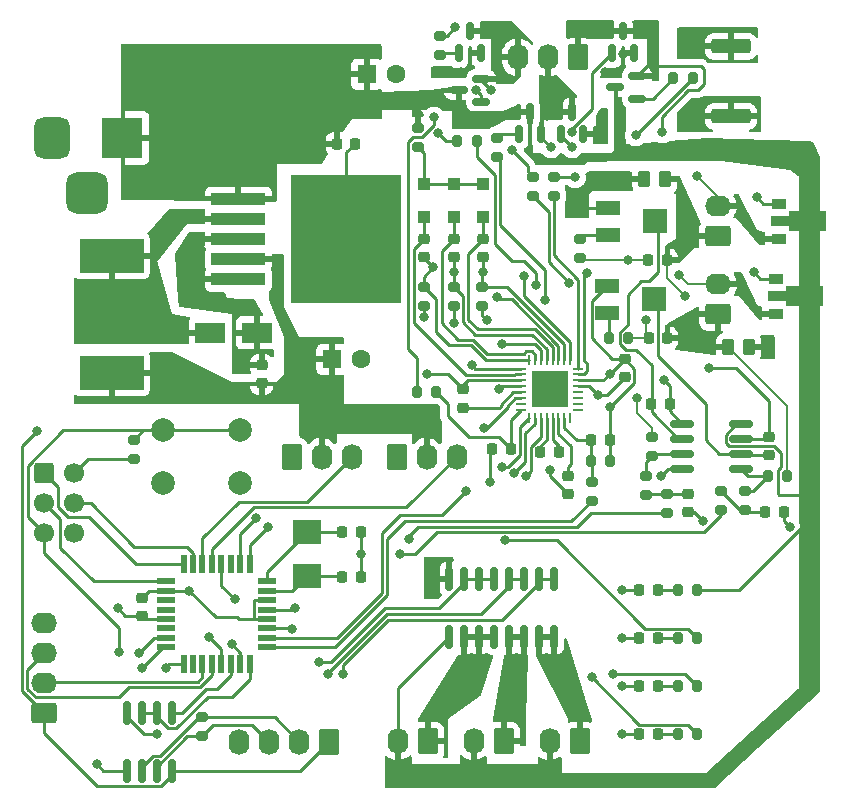
<source format=gbr>
%TF.GenerationSoftware,KiCad,Pcbnew,6.0.11+dfsg-1~bpo11+1*%
%TF.CreationDate,2023-02-26T16:43:03+01:00*%
%TF.ProjectId,gun_board,67756e5f-626f-4617-9264-2e6b69636164,rev?*%
%TF.SameCoordinates,PX6940178PY3a87660*%
%TF.FileFunction,Copper,L1,Top*%
%TF.FilePolarity,Positive*%
%FSLAX46Y46*%
G04 Gerber Fmt 4.6, Leading zero omitted, Abs format (unit mm)*
G04 Created by KiCad (PCBNEW 6.0.11+dfsg-1~bpo11+1) date 2023-02-26 16:43:03*
%MOMM*%
%LPD*%
G01*
G04 APERTURE LIST*
G04 Aperture macros list*
%AMRoundRect*
0 Rectangle with rounded corners*
0 $1 Rounding radius*
0 $2 $3 $4 $5 $6 $7 $8 $9 X,Y pos of 4 corners*
0 Add a 4 corners polygon primitive as box body*
4,1,4,$2,$3,$4,$5,$6,$7,$8,$9,$2,$3,0*
0 Add four circle primitives for the rounded corners*
1,1,$1+$1,$2,$3*
1,1,$1+$1,$4,$5*
1,1,$1+$1,$6,$7*
1,1,$1+$1,$8,$9*
0 Add four rect primitives between the rounded corners*
20,1,$1+$1,$2,$3,$4,$5,0*
20,1,$1+$1,$4,$5,$6,$7,0*
20,1,$1+$1,$6,$7,$8,$9,0*
20,1,$1+$1,$8,$9,$2,$3,0*%
%AMFreePoly0*
4,1,9,3.862500,-0.866500,0.737500,-0.866500,0.737500,-0.450000,-0.737500,-0.450000,-0.737500,0.450000,0.737500,0.450000,0.737500,0.866500,3.862500,0.866500,3.862500,-0.866500,3.862500,-0.866500,$1*%
G04 Aperture macros list end*
%TA.AperFunction,ComponentPad*%
%ADD10R,3.500000X3.500000*%
%TD*%
%TA.AperFunction,ComponentPad*%
%ADD11RoundRect,0.750000X-0.750000X-1.000000X0.750000X-1.000000X0.750000X1.000000X-0.750000X1.000000X0*%
%TD*%
%TA.AperFunction,ComponentPad*%
%ADD12RoundRect,0.875000X-0.875000X-0.875000X0.875000X-0.875000X0.875000X0.875000X-0.875000X0.875000X0*%
%TD*%
%TA.AperFunction,ComponentPad*%
%ADD13R,1.600000X1.600000*%
%TD*%
%TA.AperFunction,ComponentPad*%
%ADD14C,1.600000*%
%TD*%
%TA.AperFunction,SMDPad,CuDef*%
%ADD15RoundRect,0.225000X-0.225000X-0.250000X0.225000X-0.250000X0.225000X0.250000X-0.225000X0.250000X0*%
%TD*%
%TA.AperFunction,SMDPad,CuDef*%
%ADD16RoundRect,0.200000X-0.275000X0.200000X-0.275000X-0.200000X0.275000X-0.200000X0.275000X0.200000X0*%
%TD*%
%TA.AperFunction,ComponentPad*%
%ADD17RoundRect,0.250000X0.620000X0.845000X-0.620000X0.845000X-0.620000X-0.845000X0.620000X-0.845000X0*%
%TD*%
%TA.AperFunction,ComponentPad*%
%ADD18O,1.740000X2.190000*%
%TD*%
%TA.AperFunction,SMDPad,CuDef*%
%ADD19RoundRect,0.200000X-0.200000X-0.275000X0.200000X-0.275000X0.200000X0.275000X-0.200000X0.275000X0*%
%TD*%
%TA.AperFunction,SMDPad,CuDef*%
%ADD20R,1.100000X1.100000*%
%TD*%
%TA.AperFunction,SMDPad,CuDef*%
%ADD21R,1.300000X0.900000*%
%TD*%
%TA.AperFunction,SMDPad,CuDef*%
%ADD22FreePoly0,0.000000*%
%TD*%
%TA.AperFunction,SMDPad,CuDef*%
%ADD23RoundRect,0.250000X0.262500X0.450000X-0.262500X0.450000X-0.262500X-0.450000X0.262500X-0.450000X0*%
%TD*%
%TA.AperFunction,SMDPad,CuDef*%
%ADD24RoundRect,0.200000X0.275000X-0.200000X0.275000X0.200000X-0.275000X0.200000X-0.275000X-0.200000X0*%
%TD*%
%TA.AperFunction,SMDPad,CuDef*%
%ADD25RoundRect,0.225000X-0.250000X0.225000X-0.250000X-0.225000X0.250000X-0.225000X0.250000X0.225000X0*%
%TD*%
%TA.AperFunction,SMDPad,CuDef*%
%ADD26RoundRect,0.062500X-0.062500X0.375000X-0.062500X-0.375000X0.062500X-0.375000X0.062500X0.375000X0*%
%TD*%
%TA.AperFunction,SMDPad,CuDef*%
%ADD27RoundRect,0.062500X-0.375000X0.062500X-0.375000X-0.062500X0.375000X-0.062500X0.375000X0.062500X0*%
%TD*%
%TA.AperFunction,SMDPad,CuDef*%
%ADD28R,3.100000X3.100000*%
%TD*%
%TA.AperFunction,SMDPad,CuDef*%
%ADD29RoundRect,0.225000X0.250000X-0.225000X0.250000X0.225000X-0.250000X0.225000X-0.250000X-0.225000X0*%
%TD*%
%TA.AperFunction,SMDPad,CuDef*%
%ADD30RoundRect,0.250000X1.425000X-0.362500X1.425000X0.362500X-1.425000X0.362500X-1.425000X-0.362500X0*%
%TD*%
%TA.AperFunction,SMDPad,CuDef*%
%ADD31RoundRect,0.150000X0.587500X0.150000X-0.587500X0.150000X-0.587500X-0.150000X0.587500X-0.150000X0*%
%TD*%
%TA.AperFunction,ComponentPad*%
%ADD32C,2.000000*%
%TD*%
%TA.AperFunction,ComponentPad*%
%ADD33RoundRect,0.250000X0.845000X-0.620000X0.845000X0.620000X-0.845000X0.620000X-0.845000X-0.620000X0*%
%TD*%
%TA.AperFunction,ComponentPad*%
%ADD34O,2.190000X1.740000*%
%TD*%
%TA.AperFunction,SMDPad,CuDef*%
%ADD35R,2.500000X1.800000*%
%TD*%
%TA.AperFunction,SMDPad,CuDef*%
%ADD36RoundRect,0.218750X-0.218750X-0.256250X0.218750X-0.256250X0.218750X0.256250X-0.218750X0.256250X0*%
%TD*%
%TA.AperFunction,SMDPad,CuDef*%
%ADD37RoundRect,0.200000X0.200000X0.275000X-0.200000X0.275000X-0.200000X-0.275000X0.200000X-0.275000X0*%
%TD*%
%TA.AperFunction,SMDPad,CuDef*%
%ADD38RoundRect,0.150000X-0.150000X0.825000X-0.150000X-0.825000X0.150000X-0.825000X0.150000X0.825000X0*%
%TD*%
%TA.AperFunction,ComponentPad*%
%ADD39RoundRect,0.250000X-0.620000X-0.845000X0.620000X-0.845000X0.620000X0.845000X-0.620000X0.845000X0*%
%TD*%
%TA.AperFunction,SMDPad,CuDef*%
%ADD40RoundRect,0.250000X-0.262500X-0.450000X0.262500X-0.450000X0.262500X0.450000X-0.262500X0.450000X0*%
%TD*%
%TA.AperFunction,SMDPad,CuDef*%
%ADD41R,2.000000X1.300000*%
%TD*%
%TA.AperFunction,SMDPad,CuDef*%
%ADD42R,2.000000X2.000000*%
%TD*%
%TA.AperFunction,SMDPad,CuDef*%
%ADD43RoundRect,0.150000X-0.825000X-0.150000X0.825000X-0.150000X0.825000X0.150000X-0.825000X0.150000X0*%
%TD*%
%TA.AperFunction,ComponentPad*%
%ADD44RoundRect,0.250000X-0.600000X-0.600000X0.600000X-0.600000X0.600000X0.600000X-0.600000X0.600000X0*%
%TD*%
%TA.AperFunction,ComponentPad*%
%ADD45C,1.700000*%
%TD*%
%TA.AperFunction,SMDPad,CuDef*%
%ADD46R,5.400000X2.900000*%
%TD*%
%TA.AperFunction,SMDPad,CuDef*%
%ADD47R,2.400000X2.000000*%
%TD*%
%TA.AperFunction,SMDPad,CuDef*%
%ADD48RoundRect,0.150000X0.150000X-0.587500X0.150000X0.587500X-0.150000X0.587500X-0.150000X-0.587500X0*%
%TD*%
%TA.AperFunction,SMDPad,CuDef*%
%ADD49R,4.600000X1.100000*%
%TD*%
%TA.AperFunction,SMDPad,CuDef*%
%ADD50R,9.400000X10.800000*%
%TD*%
%TA.AperFunction,SMDPad,CuDef*%
%ADD51RoundRect,0.225000X0.225000X0.250000X-0.225000X0.250000X-0.225000X-0.250000X0.225000X-0.250000X0*%
%TD*%
%TA.AperFunction,SMDPad,CuDef*%
%ADD52R,1.600000X0.550000*%
%TD*%
%TA.AperFunction,SMDPad,CuDef*%
%ADD53R,0.550000X1.600000*%
%TD*%
%TA.AperFunction,ViaPad*%
%ADD54C,0.800000*%
%TD*%
%TA.AperFunction,Conductor*%
%ADD55C,0.250000*%
%TD*%
%TA.AperFunction,Conductor*%
%ADD56C,0.200000*%
%TD*%
G04 APERTURE END LIST*
D10*
%TO.P,J2,1*%
%TO.N,+12V*%
X11080000Y-10472500D03*
D11*
%TO.P,J2,2*%
%TO.N,GND*%
X5080000Y-10472500D03*
D12*
%TO.P,J2,3*%
%TO.N,N/C*%
X8080000Y-15172500D03*
%TD*%
D13*
%TO.P,C6,1*%
%TO.N,+5VP*%
X28811776Y-29210000D03*
D14*
%TO.P,C6,2*%
%TO.N,GND*%
X31311776Y-29210000D03*
%TD*%
D13*
%TO.P,C4,1*%
%TO.N,+12V*%
X31750000Y-5080000D03*
D14*
%TO.P,C4,2*%
%TO.N,GND*%
X34250000Y-5080000D03*
%TD*%
D15*
%TO.P,C10,1*%
%TO.N,/Tunable DC Motor 1/M+*%
X55613000Y-20828000D03*
%TO.P,C10,2*%
%TO.N,/Tunable DC Motor 1/M-*%
X57163000Y-20828000D03*
%TD*%
D16*
%TO.P,R17,1*%
%TO.N,Net-(C14-Pad1)*%
X50800000Y-39561000D03*
%TO.P,R17,2*%
%TO.N,/BLDC_PWM*%
X50800000Y-41211000D03*
%TD*%
D17*
%TO.P,PIO1,1,Pin_1*%
%TO.N,Net-(J10-Pad1)*%
X49784000Y-61537000D03*
D18*
%TO.P,PIO1,2,Pin_2*%
%TO.N,+12V*%
X47244000Y-61537000D03*
%TD*%
D19*
%TO.P,R18,1*%
%TO.N,Net-(C14-Pad1)*%
X50737000Y-37846000D03*
%TO.P,R18,2*%
%TO.N,GND*%
X52387000Y-37846000D03*
%TD*%
D20*
%TO.P,D6,1,K*%
%TO.N,Net-(C20-Pad1)*%
X36576000Y-17148000D03*
%TO.P,D6,2,A*%
%TO.N,Net-(D6-Pad2)*%
X36576000Y-14348000D03*
%TD*%
D21*
%TO.P,Q2,1,B*%
%TO.N,Net-(C12-Pad1)*%
X66422000Y-22376000D03*
D22*
%TO.P,Q2,2,C*%
%TO.N,+12V*%
X66509500Y-23876000D03*
D21*
%TO.P,Q2,3,E*%
%TO.N,/Tunable DC Motor 2/M+*%
X66422000Y-25376000D03*
%TD*%
D23*
%TO.P,R11,1*%
%TO.N,/Tunable DC Motor 1/M-*%
X57046500Y-13970000D03*
%TO.P,R11,2*%
%TO.N,GND*%
X55221500Y-13970000D03*
%TD*%
D24*
%TO.P,R7,1*%
%TO.N,/DCM1_PWM*%
X57150000Y-42227000D03*
%TO.P,R7,2*%
%TO.N,Net-(C8-Pad1)*%
X57150000Y-40577000D03*
%TD*%
D25*
%TO.P,C22,1*%
%TO.N,Net-(C22-Pad1)*%
X41588000Y-19037000D03*
%TO.P,C22,2*%
%TO.N,/BLDC driver/WO*%
X41588000Y-20587000D03*
%TD*%
D15*
%TO.P,C1,1*%
%TO.N,/XTAL1*%
X29705000Y-47625000D03*
%TO.P,C1,2*%
%TO.N,GND*%
X31255000Y-47625000D03*
%TD*%
D24*
%TO.P,R12,1*%
%TO.N,/DCM2_PWM*%
X61722000Y-41973000D03*
%TO.P,R12,2*%
%TO.N,Net-(C11-Pad1)*%
X61722000Y-40323000D03*
%TD*%
D26*
%TO.P,U6,1,LO1*%
%TO.N,Net-(R26-Pad1)*%
X48994000Y-29312500D03*
%TO.P,U6,2,VS3*%
%TO.N,/BLDC driver/WO*%
X48494000Y-29312500D03*
%TO.P,U6,3,HO3*%
%TO.N,Net-(R24-Pad1)*%
X47994000Y-29312500D03*
%TO.P,U6,4,VB3*%
%TO.N,Net-(C22-Pad1)*%
X47494000Y-29312500D03*
%TO.P,U6,5,VS2*%
%TO.N,/BLDC driver/VO*%
X46994000Y-29312500D03*
%TO.P,U6,6,HO2*%
%TO.N,Net-(R22-Pad1)*%
X46494000Y-29312500D03*
%TO.P,U6,7,VB2*%
%TO.N,Net-(C21-Pad1)*%
X45994000Y-29312500D03*
%TO.P,U6,8,VS1*%
%TO.N,/BLDC driver/UO*%
X45494000Y-29312500D03*
D27*
%TO.P,U6,9,HO1*%
%TO.N,Net-(R21-Pad1)*%
X44806500Y-30000000D03*
%TO.P,U6,10,VB1*%
%TO.N,Net-(C20-Pad1)*%
X44806500Y-30500000D03*
%TO.P,U6,11,GND*%
%TO.N,GND*%
X44806500Y-31000000D03*
%TO.P,U6,12,VDD*%
%TO.N,+12V*%
X44806500Y-31500000D03*
%TO.P,U6,13,VREG*%
%TO.N,Net-(C19-Pad2)*%
X44806500Y-32000000D03*
%TO.P,U6,14,FWR*%
%TO.N,/BLDC_FW*%
X44806500Y-32500000D03*
%TO.P,U6,15,RSEN*%
%TO.N,unconnected-(U6-Pad15)*%
X44806500Y-33000000D03*
%TO.P,U6,16,RF*%
%TO.N,Net-(C16-Pad1)*%
X44806500Y-33500000D03*
D26*
%TO.P,U6,17,ZCU*%
%TO.N,/BLDC driver/ZCU*%
X45494000Y-34187500D03*
%TO.P,U6,18,ZCV*%
%TO.N,/BLDC driver/ZCV*%
X45994000Y-34187500D03*
%TO.P,U6,19,ZCW*%
%TO.N,/BLDC driver/ZCW*%
X46494000Y-34187500D03*
%TO.P,U6,20,COM*%
%TO.N,Net-(C17-Pad1)*%
X46994000Y-34187500D03*
%TO.P,U6,21,FLT*%
%TO.N,Net-(C17-Pad2)*%
X47494000Y-34187500D03*
%TO.P,U6,22,OSC*%
%TO.N,Net-(C15-Pad1)*%
X47994000Y-34187500D03*
%TO.P,U6,23,VSP*%
%TO.N,Net-(C14-Pad1)*%
X48494000Y-34187500D03*
%TO.P,U6,24,RD*%
%TO.N,unconnected-(U6-Pad24)*%
X48994000Y-34187500D03*
D27*
%TO.P,U6,25,FG*%
%TO.N,unconnected-(U6-Pad25)*%
X49681500Y-33500000D03*
%TO.P,U6,26,SCL*%
%TO.N,unconnected-(U6-Pad26)*%
X49681500Y-33000000D03*
%TO.P,U6,27,SDA*%
%TO.N,unconnected-(U6-Pad27)*%
X49681500Y-32500000D03*
%TO.P,U6,28,VPP*%
%TO.N,unconnected-(U6-Pad28)*%
X49681500Y-32000000D03*
%TO.P,U6,29,VCC*%
%TO.N,+12V*%
X49681500Y-31500000D03*
%TO.P,U6,30,VSS*%
%TO.N,GND*%
X49681500Y-31000000D03*
%TO.P,U6,31,LO3*%
%TO.N,Net-(R25-Pad1)*%
X49681500Y-30500000D03*
%TO.P,U6,32,LO2*%
%TO.N,Net-(R23-Pad1)*%
X49681500Y-30000000D03*
D28*
%TO.P,U6,33*%
%TO.N,N/C*%
X47244000Y-31750000D03*
%TD*%
D29*
%TO.P,C18,1*%
%TO.N,+12V*%
X53594000Y-30747000D03*
%TO.P,C18,2*%
%TO.N,GND*%
X53594000Y-29197000D03*
%TD*%
D17*
%TO.P,PIO2,1,Pin_1*%
%TO.N,Net-(J11-Pad1)*%
X43372000Y-61537000D03*
D18*
%TO.P,PIO2,2,Pin_2*%
%TO.N,+12V*%
X40832000Y-61537000D03*
%TD*%
D30*
%TO.P,R27,1*%
%TO.N,Net-(Q4-Pad2)*%
X62611000Y-8646500D03*
%TO.P,R27,2*%
%TO.N,GND*%
X62611000Y-2721500D03*
%TD*%
D24*
%TO.P,R22,1*%
%TO.N,Net-(R22-Pad1)*%
X42799000Y-12097000D03*
%TO.P,R22,2*%
%TO.N,Net-(Q5-Pad1)*%
X42799000Y-10447000D03*
%TD*%
D31*
%TO.P,Q3,1,G*%
%TO.N,Net-(Q3-Pad1)*%
X41450500Y-7396000D03*
%TO.P,Q3,2,S*%
%TO.N,/BLDC driver/UO*%
X41450500Y-5496000D03*
%TO.P,Q3,3,D*%
%TO.N,+12V*%
X39575500Y-6446000D03*
%TD*%
D24*
%TO.P,R13,1*%
%TO.N,Net-(C11-Pad1)*%
X63754000Y-41973000D03*
%TO.P,R13,2*%
%TO.N,Net-(R13-Pad2)*%
X63754000Y-40323000D03*
%TD*%
D32*
%TO.P,RESET,1,1*%
%TO.N,/RST*%
X21030000Y-35215000D03*
X14530000Y-35215000D03*
%TO.P,RESET,2,2*%
%TO.N,GND*%
X21030000Y-39715000D03*
X14530000Y-39715000D03*
%TD*%
D33*
%TO.P,DCM2,1,Pin_1*%
%TO.N,/Tunable DC Motor 2/M-*%
X61508000Y-25400000D03*
D34*
%TO.P,DCM2,2,Pin_2*%
%TO.N,/Tunable DC Motor 2/M+*%
X61508000Y-22860000D03*
%TD*%
D35*
%TO.P,D1,1,K*%
%TO.N,Net-(D1-Pad1)*%
X18460320Y-26976380D03*
%TO.P,D1,2,A*%
%TO.N,GND*%
X22460320Y-26976380D03*
%TD*%
D25*
%TO.P,C21,1*%
%TO.N,Net-(C21-Pad1)*%
X39116000Y-19037000D03*
%TO.P,C21,2*%
%TO.N,/BLDC driver/VO*%
X39116000Y-20587000D03*
%TD*%
D29*
%TO.P,C7,1*%
%TO.N,+5VP*%
X22860000Y-31255000D03*
%TO.P,C7,2*%
%TO.N,GND*%
X22860000Y-29705000D03*
%TD*%
D15*
%TO.P,C13,1*%
%TO.N,/Tunable DC Motor 2/M+*%
X55626000Y-27432000D03*
%TO.P,C13,2*%
%TO.N,/Tunable DC Motor 2/M-*%
X57176000Y-27432000D03*
%TD*%
D16*
%TO.P,R20,1*%
%TO.N,+12V*%
X36068000Y-9589000D03*
%TO.P,R20,2*%
%TO.N,Net-(D6-Pad2)*%
X36068000Y-11239000D03*
%TD*%
D36*
%TO.P,5V power,1,K*%
%TO.N,GND*%
X54838500Y-52832000D03*
%TO.P,5V power,2,A*%
%TO.N,Net-(D3-Pad2)*%
X56413500Y-52832000D03*
%TD*%
D37*
%TO.P,R15,1*%
%TO.N,/Tunable DC Motor 2/M+*%
X53911000Y-27432000D03*
%TO.P,R15,2*%
%TO.N,Net-(R15-Pad2)*%
X52261000Y-27432000D03*
%TD*%
D38*
%TO.P,U3,1,RO*%
%TO.N,/UART_RXD*%
X15240000Y-59120000D03*
%TO.P,U3,2,~{RE}*%
%TO.N,/RS485_TXE*%
X13970000Y-59120000D03*
%TO.P,U3,3,DE*%
X12700000Y-59120000D03*
%TO.P,U3,4,DI*%
%TO.N,/UART_TXD*%
X11430000Y-59120000D03*
%TO.P,U3,5,GND*%
%TO.N,GND*%
X11430000Y-64070000D03*
%TO.P,U3,6,A*%
%TO.N,Net-(J4-Pad2)*%
X12700000Y-64070000D03*
%TO.P,U3,7,B*%
%TO.N,Net-(J4-Pad3)*%
X13970000Y-64070000D03*
%TO.P,U3,8,VCC*%
%TO.N,+5V*%
X15240000Y-64070000D03*
%TD*%
D37*
%TO.P,R2,1*%
%TO.N,+5VP*%
X59753000Y-52832000D03*
%TO.P,R2,2*%
%TO.N,Net-(D3-Pad2)*%
X58103000Y-52832000D03*
%TD*%
D25*
%TO.P,C15,1*%
%TO.N,Net-(C15-Pad1)*%
X48768000Y-39090000D03*
%TO.P,C15,2*%
%TO.N,GND*%
X48768000Y-40640000D03*
%TD*%
D24*
%TO.P,R23,1*%
%TO.N,Net-(R23-Pad1)*%
X47625000Y-15399000D03*
%TO.P,R23,2*%
%TO.N,Net-(Q6-Pad1)*%
X47625000Y-13749000D03*
%TD*%
D39*
%TO.P,SERVO 2,1,Pin_1*%
%TO.N,GND*%
X25400000Y-37465000D03*
D18*
%TO.P,SERVO 2,2,Pin_2*%
%TO.N,+5VP*%
X27940000Y-37465000D03*
%TO.P,SERVO 2,3,Pin_3*%
%TO.N,/SERVO2*%
X30480000Y-37465000D03*
%TD*%
D15*
%TO.P,C11,1*%
%TO.N,Net-(C11-Pad1)*%
X65519000Y-42164000D03*
%TO.P,C11,2*%
%TO.N,GND*%
X67069000Y-42164000D03*
%TD*%
D40*
%TO.P,R16,1*%
%TO.N,/Tunable DC Motor 2/M-*%
X62333500Y-28194000D03*
%TO.P,R16,2*%
%TO.N,GND*%
X64158500Y-28194000D03*
%TD*%
D37*
%TO.P,R1,1*%
%TO.N,+12V*%
X59753000Y-48768000D03*
%TO.P,R1,2*%
%TO.N,Net-(D2-Pad2)*%
X58103000Y-48768000D03*
%TD*%
D36*
%TO.P,5V logic,1,K*%
%TO.N,GND*%
X54838500Y-56896000D03*
%TO.P,5V logic,2,A*%
%TO.N,Net-(D4-Pad2)*%
X56413500Y-56896000D03*
%TD*%
D37*
%TO.P,R21,1*%
%TO.N,Net-(R21-Pad1)*%
X41084000Y-10764000D03*
%TO.P,R21,2*%
%TO.N,Net-(Q3-Pad1)*%
X39434000Y-10764000D03*
%TD*%
D25*
%TO.P,C19,1*%
%TO.N,GND*%
X39878000Y-31750000D03*
%TO.P,C19,2*%
%TO.N,Net-(C19-Pad2)*%
X39878000Y-33300000D03*
%TD*%
D37*
%TO.P,R4,1*%
%TO.N,+5V*%
X59753000Y-56896000D03*
%TO.P,R4,2*%
%TO.N,Net-(D4-Pad2)*%
X58103000Y-56896000D03*
%TD*%
D25*
%TO.P,C2,1*%
%TO.N,+5V*%
X12700000Y-49390000D03*
%TO.P,C2,2*%
%TO.N,GND*%
X12700000Y-50940000D03*
%TD*%
D15*
%TO.P,C3,1*%
%TO.N,/XTAL2*%
X29705000Y-43815000D03*
%TO.P,C3,2*%
%TO.N,GND*%
X31255000Y-43815000D03*
%TD*%
D41*
%TO.P,RV1,1,1*%
%TO.N,GND*%
X52154000Y-16376000D03*
D42*
%TO.P,RV1,2,2*%
%TO.N,Net-(C9-Pad2)*%
X56154000Y-17526000D03*
D41*
%TO.P,RV1,3,3*%
%TO.N,Net-(R10-Pad2)*%
X52154000Y-18676000D03*
%TD*%
D43*
%TO.P,U4,1*%
%TO.N,Net-(C9-Pad1)*%
X58485000Y-34671000D03*
%TO.P,U4,2,-*%
%TO.N,Net-(C9-Pad2)*%
X58485000Y-35941000D03*
%TO.P,U4,3,+*%
%TO.N,Net-(R8-Pad2)*%
X58485000Y-37211000D03*
%TO.P,U4,4,V-*%
%TO.N,GND*%
X58485000Y-38481000D03*
%TO.P,U4,5,+*%
%TO.N,Net-(R13-Pad2)*%
X63435000Y-38481000D03*
%TO.P,U4,6,-*%
%TO.N,Net-(C12-Pad2)*%
X63435000Y-37211000D03*
%TO.P,U4,7*%
%TO.N,Net-(C12-Pad1)*%
X63435000Y-35941000D03*
%TO.P,U4,8,V+*%
%TO.N,+12V*%
X63435000Y-34671000D03*
%TD*%
D24*
%TO.P,R10,1*%
%TO.N,/Tunable DC Motor 1/M+*%
X49784000Y-20637000D03*
%TO.P,R10,2*%
%TO.N,Net-(R10-Pad2)*%
X49784000Y-18987000D03*
%TD*%
D44*
%TO.P,ISP,1,MISO*%
%TO.N,/SPI_MISO*%
X4445000Y-38857000D03*
D45*
%TO.P,ISP,2,VCC*%
%TO.N,+5V*%
X6985000Y-38857000D03*
%TO.P,ISP,3,SCK*%
%TO.N,/SPI_SCK*%
X4445000Y-41397000D03*
%TO.P,ISP,4,MOSI*%
%TO.N,/SPI_MOSI*%
X6985000Y-41397000D03*
%TO.P,ISP,5,~{RST}*%
%TO.N,/RST*%
X4445000Y-43937000D03*
%TO.P,ISP,6,GND*%
%TO.N,GND*%
X6985000Y-43937000D03*
%TD*%
D24*
%TO.P,R8,1*%
%TO.N,Net-(C8-Pad1)*%
X55372000Y-40703000D03*
%TO.P,R8,2*%
%TO.N,Net-(R8-Pad2)*%
X55372000Y-39053000D03*
%TD*%
D41*
%TO.P,RV2,1,1*%
%TO.N,GND*%
X52122000Y-22980000D03*
D42*
%TO.P,RV2,2,2*%
%TO.N,Net-(C12-Pad2)*%
X56122000Y-24130000D03*
D41*
%TO.P,RV2,3,3*%
%TO.N,Net-(R15-Pad2)*%
X52122000Y-25280000D03*
%TD*%
D24*
%TO.P,R9,1*%
%TO.N,Net-(R8-Pad2)*%
X55880000Y-37401000D03*
%TO.P,R9,2*%
%TO.N,/Tunable DC Motor 1/M-*%
X55880000Y-35751000D03*
%TD*%
D19*
%TO.P,R14,1*%
%TO.N,Net-(R13-Pad2)*%
X65691000Y-39116000D03*
%TO.P,R14,2*%
%TO.N,/Tunable DC Motor 2/M-*%
X67341000Y-39116000D03*
%TD*%
D46*
%TO.P,L2,1,1*%
%TO.N,Net-(D1-Pad1)*%
X10160000Y-20450000D03*
%TO.P,L2,2,2*%
%TO.N,+5VP*%
X10160000Y-30350000D03*
%TD*%
D24*
%TO.P,R6,1*%
%TO.N,+5V*%
X12065000Y-37655000D03*
%TO.P,R6,2*%
%TO.N,/RST*%
X12065000Y-36005000D03*
%TD*%
D47*
%TO.P,Y1,1,1*%
%TO.N,/XTAL1*%
X26670000Y-47570000D03*
%TO.P,Y1,2,2*%
%TO.N,/XTAL2*%
X26670000Y-43870000D03*
%TD*%
D48*
%TO.P,Q4,1,G*%
%TO.N,Net-(Q4-Pad1)*%
X39563000Y-3319500D03*
%TO.P,Q4,2,S*%
%TO.N,Net-(Q4-Pad2)*%
X41463000Y-3319500D03*
%TO.P,Q4,3,D*%
%TO.N,/BLDC driver/UO*%
X40513000Y-1444500D03*
%TD*%
D49*
%TO.P,U1,1,VIN*%
%TO.N,+12V*%
X20895000Y-15650000D03*
%TO.P,U1,2,OUT*%
%TO.N,Net-(D1-Pad1)*%
X20895000Y-17350000D03*
%TO.P,U1,3,GND*%
%TO.N,GND*%
X20895000Y-19050000D03*
D50*
X30045000Y-19050000D03*
D49*
%TO.P,U1,4,FB*%
%TO.N,+5VP*%
X20895000Y-20750000D03*
%TO.P,U1,5,~{ON}/OFF*%
%TO.N,GND*%
X20895000Y-22450000D03*
%TD*%
D39*
%TO.P,SERVO 1,1,Pin_1*%
%TO.N,GND*%
X34290000Y-37465000D03*
D18*
%TO.P,SERVO 1,2,Pin_2*%
%TO.N,+5VP*%
X36830000Y-37465000D03*
%TO.P,SERVO 1,3,Pin_3*%
%TO.N,/SERVO1*%
X39370000Y-37465000D03*
%TD*%
D16*
%TO.P,R30,1*%
%TO.N,/BLDC driver/WO*%
X41557200Y-23076400D03*
%TO.P,R30,2*%
%TO.N,/BLDC driver/ZCW*%
X41557200Y-24726400D03*
%TD*%
D17*
%TO.P,RS485,1,Pin_1*%
%TO.N,+5V*%
X28575000Y-61575000D03*
D18*
%TO.P,RS485,2,Pin_2*%
%TO.N,Net-(J4-Pad2)*%
X26035000Y-61575000D03*
%TO.P,RS485,3,Pin_3*%
%TO.N,Net-(J4-Pad3)*%
X23495000Y-61575000D03*
%TO.P,RS485,4,Pin_4*%
%TO.N,GND*%
X20955000Y-61575000D03*
%TD*%
D51*
%TO.P,C16,1*%
%TO.N,Net-(C16-Pad1)*%
X43955000Y-36830000D03*
%TO.P,C16,2*%
%TO.N,GND*%
X42405000Y-36830000D03*
%TD*%
D17*
%TO.P,BLDC,1,Pin_1*%
%TO.N,/BLDC driver/WO*%
X49657000Y-3652000D03*
D18*
%TO.P,BLDC,2,Pin_2*%
%TO.N,/BLDC driver/VO*%
X47117000Y-3652000D03*
%TO.P,BLDC,3,Pin_3*%
%TO.N,/BLDC driver/UO*%
X44577000Y-3652000D03*
%TD*%
D37*
%TO.P,R24,1*%
%TO.N,Net-(R24-Pad1)*%
X59372000Y-5430000D03*
%TO.P,R24,2*%
%TO.N,Net-(Q7-Pad1)*%
X57722000Y-5430000D03*
%TD*%
D38*
%TO.P,U5,1,I1*%
%TO.N,/HPIO1*%
X47625000Y-47817000D03*
%TO.P,U5,2,I2*%
X46355000Y-47817000D03*
%TO.P,U5,3,I3*%
%TO.N,/HPIO2*%
X45085000Y-47817000D03*
%TO.P,U5,4,I4*%
X43815000Y-47817000D03*
%TO.P,U5,5,I5*%
%TO.N,/HPIO3*%
X42545000Y-47817000D03*
%TO.P,U5,6,I6*%
X41275000Y-47817000D03*
%TO.P,U5,7,I7*%
X40005000Y-47817000D03*
%TO.P,U5,8,GND*%
%TO.N,GND*%
X38735000Y-47817000D03*
%TO.P,U5,9,COM*%
%TO.N,+12V*%
X38735000Y-52767000D03*
%TO.P,U5,10,O7*%
%TO.N,Net-(J12-Pad1)*%
X40005000Y-52767000D03*
%TO.P,U5,11,O6*%
X41275000Y-52767000D03*
%TO.P,U5,12,O5*%
X42545000Y-52767000D03*
%TO.P,U5,13,O4*%
%TO.N,Net-(J11-Pad1)*%
X43815000Y-52767000D03*
%TO.P,U5,14,O3*%
X45085000Y-52767000D03*
%TO.P,U5,15,O2*%
%TO.N,Net-(J10-Pad1)*%
X46355000Y-52767000D03*
%TO.P,U5,16,O1*%
X47625000Y-52767000D03*
%TD*%
D15*
%TO.P,C5,1*%
%TO.N,+12V*%
X29235000Y-10960000D03*
%TO.P,C5,2*%
%TO.N,GND*%
X30785000Y-10960000D03*
%TD*%
D25*
%TO.P,C20,1*%
%TO.N,Net-(C20-Pad1)*%
X36576000Y-19037000D03*
%TO.P,C20,2*%
%TO.N,/BLDC driver/UO*%
X36576000Y-20587000D03*
%TD*%
D24*
%TO.P,R25,1*%
%TO.N,Net-(R25-Pad1)*%
X45847000Y-15399000D03*
%TO.P,R25,2*%
%TO.N,Net-(Q8-Pad1)*%
X45847000Y-13749000D03*
%TD*%
D37*
%TO.P,R5,1*%
%TO.N,/STATUS*%
X59753000Y-60960000D03*
%TO.P,R5,2*%
%TO.N,Net-(D5-Pad2)*%
X58103000Y-60960000D03*
%TD*%
D24*
%TO.P,R3,1*%
%TO.N,Net-(J4-Pad3)*%
X17780000Y-61150000D03*
%TO.P,R3,2*%
%TO.N,Net-(J4-Pad2)*%
X17780000Y-59500000D03*
%TD*%
D16*
%TO.P,R26,1*%
%TO.N,Net-(R26-Pad1)*%
X37973000Y-1811000D03*
%TO.P,R26,2*%
%TO.N,Net-(Q4-Pad1)*%
X37973000Y-3461000D03*
%TD*%
D36*
%TO.P,12V,1,K*%
%TO.N,GND*%
X54838500Y-48768000D03*
%TO.P,12V,2,A*%
%TO.N,Net-(D2-Pad2)*%
X56413500Y-48768000D03*
%TD*%
D21*
%TO.P,Q1,1,B*%
%TO.N,Net-(C9-Pad1)*%
X66676000Y-16026000D03*
D22*
%TO.P,Q1,2,C*%
%TO.N,+12V*%
X66763500Y-17526000D03*
D21*
%TO.P,Q1,3,E*%
%TO.N,/Tunable DC Motor 1/M+*%
X66676000Y-19026000D03*
%TD*%
D31*
%TO.P,Q7,1,G*%
%TO.N,Net-(Q7-Pad1)*%
X54658500Y-7142000D03*
%TO.P,Q7,2,S*%
%TO.N,/BLDC driver/WO*%
X54658500Y-5242000D03*
%TO.P,Q7,3,D*%
%TO.N,+12V*%
X52783500Y-6192000D03*
%TD*%
D33*
%TO.P,DCM1,1,Pin_1*%
%TO.N,/Tunable DC Motor 1/M-*%
X61488000Y-18796000D03*
D34*
%TO.P,DCM1,2,Pin_2*%
%TO.N,/Tunable DC Motor 1/M+*%
X61488000Y-16256000D03*
%TD*%
D33*
%TO.P,I2C,1,Pin_1*%
%TO.N,+5V*%
X4445000Y-59182000D03*
D34*
%TO.P,I2C,2,Pin_2*%
%TO.N,/I2C_SDA*%
X4445000Y-56642000D03*
%TO.P,I2C,3,Pin_3*%
%TO.N,/I2C_SCL*%
X4445000Y-54102000D03*
%TO.P,I2C,4,Pin_4*%
%TO.N,GND*%
X4445000Y-51562000D03*
%TD*%
D16*
%TO.P,R28,1*%
%TO.N,/BLDC driver/UO*%
X36576000Y-23051000D03*
%TO.P,R28,2*%
%TO.N,/BLDC driver/ZCU*%
X36576000Y-24701000D03*
%TD*%
D19*
%TO.P,R19,1*%
%TO.N,Net-(Q4-Pad2)*%
X36005000Y-32004000D03*
%TO.P,R19,2*%
%TO.N,Net-(C16-Pad1)*%
X37655000Y-32004000D03*
%TD*%
D17*
%TO.P,PIO3,1,Pin_1*%
%TO.N,Net-(J12-Pad1)*%
X36957000Y-61537000D03*
D18*
%TO.P,PIO3,2,Pin_2*%
%TO.N,+12V*%
X34417000Y-61537000D03*
%TD*%
D15*
%TO.P,C14,1*%
%TO.N,Net-(C14-Pad1)*%
X50787000Y-36068000D03*
%TO.P,C14,2*%
%TO.N,GND*%
X52337000Y-36068000D03*
%TD*%
%TO.P,C17,1*%
%TO.N,Net-(C17-Pad1)*%
X46469000Y-37084000D03*
%TO.P,C17,2*%
%TO.N,Net-(C17-Pad2)*%
X48019000Y-37084000D03*
%TD*%
D52*
%TO.P,U2,1,PD3*%
%TO.N,/BLDC_PWM*%
X23300000Y-53600000D03*
%TO.P,U2,2,PD4*%
%TO.N,/BLDC_FW*%
X23300000Y-52800000D03*
%TO.P,U2,3,GND*%
%TO.N,GND*%
X23300000Y-52000000D03*
%TO.P,U2,4,VCC*%
%TO.N,+5V*%
X23300000Y-51200000D03*
%TO.P,U2,5,GND*%
%TO.N,GND*%
X23300000Y-50400000D03*
%TO.P,U2,6,VCC*%
%TO.N,+5V*%
X23300000Y-49600000D03*
%TO.P,U2,7,XTAL1/PB6*%
%TO.N,/XTAL1*%
X23300000Y-48800000D03*
%TO.P,U2,8,XTAL2/PB7*%
%TO.N,/XTAL2*%
X23300000Y-48000000D03*
D53*
%TO.P,U2,9,PD5*%
%TO.N,/DCM1_PWM*%
X21850000Y-46550000D03*
%TO.P,U2,10,PD6*%
%TO.N,/DCM2_PWM*%
X21050000Y-46550000D03*
%TO.P,U2,11,PD7*%
%TO.N,unconnected-(U2-Pad11)*%
X20250000Y-46550000D03*
%TO.P,U2,12,PB0*%
%TO.N,/STATUS*%
X19450000Y-46550000D03*
%TO.P,U2,13,PB1*%
%TO.N,/SERVO1*%
X18650000Y-46550000D03*
%TO.P,U2,14,PB2*%
%TO.N,/SERVO2*%
X17850000Y-46550000D03*
%TO.P,U2,15,PB3*%
%TO.N,/SPI_MOSI*%
X17050000Y-46550000D03*
%TO.P,U2,16,PB4*%
%TO.N,/SPI_MISO*%
X16250000Y-46550000D03*
D52*
%TO.P,U2,17,PB5*%
%TO.N,/SPI_SCK*%
X14800000Y-48000000D03*
%TO.P,U2,18,AVCC*%
%TO.N,+5V*%
X14800000Y-48800000D03*
%TO.P,U2,19,ADC6*%
%TO.N,unconnected-(U2-Pad19)*%
X14800000Y-49600000D03*
%TO.P,U2,20,AREF*%
%TO.N,unconnected-(U2-Pad20)*%
X14800000Y-50400000D03*
%TO.P,U2,21,GND*%
%TO.N,GND*%
X14800000Y-51200000D03*
%TO.P,U2,22,ADC7*%
%TO.N,unconnected-(U2-Pad22)*%
X14800000Y-52000000D03*
%TO.P,U2,23,PC0*%
%TO.N,/HPIO1*%
X14800000Y-52800000D03*
%TO.P,U2,24,PC1*%
%TO.N,/HPIO2*%
X14800000Y-53600000D03*
D53*
%TO.P,U2,25,PC2*%
%TO.N,/HPIO3*%
X16250000Y-55050000D03*
%TO.P,U2,26,PC3*%
%TO.N,unconnected-(U2-Pad26)*%
X17050000Y-55050000D03*
%TO.P,U2,27,PC4*%
%TO.N,/I2C_SDA*%
X17850000Y-55050000D03*
%TO.P,U2,28,PC5*%
%TO.N,/I2C_SCL*%
X18650000Y-55050000D03*
%TO.P,U2,29,~{RESET}/PC6*%
%TO.N,/RST*%
X19450000Y-55050000D03*
%TO.P,U2,30,PD0*%
%TO.N,/UART_RXD*%
X20250000Y-55050000D03*
%TO.P,U2,31,PD1*%
%TO.N,/UART_TXD*%
X21050000Y-55050000D03*
%TO.P,U2,32,PD2*%
%TO.N,/RS485_TXE*%
X21850000Y-55050000D03*
%TD*%
D25*
%TO.P,C8,1*%
%TO.N,Net-(C8-Pad1)*%
X58928000Y-40627000D03*
%TO.P,C8,2*%
%TO.N,GND*%
X58928000Y-42177000D03*
%TD*%
D48*
%TO.P,Q6,1,G*%
%TO.N,Net-(Q6-Pad1)*%
X48199000Y-10177500D03*
%TO.P,Q6,2,S*%
%TO.N,Net-(Q4-Pad2)*%
X50099000Y-10177500D03*
%TO.P,Q6,3,D*%
%TO.N,/BLDC driver/VO*%
X49149000Y-8302500D03*
%TD*%
D16*
%TO.P,R29,1*%
%TO.N,/BLDC driver/VO*%
X39116000Y-23051000D03*
%TO.P,R29,2*%
%TO.N,/BLDC driver/ZCV*%
X39116000Y-24701000D03*
%TD*%
D36*
%TO.P,STATUS,1,K*%
%TO.N,GND*%
X54838500Y-60960000D03*
%TO.P,STATUS,2,A*%
%TO.N,Net-(D5-Pad2)*%
X56413500Y-60960000D03*
%TD*%
D20*
%TO.P,D7,1,K*%
%TO.N,Net-(C21-Pad1)*%
X39116000Y-17148000D03*
%TO.P,D7,2,A*%
%TO.N,Net-(D6-Pad2)*%
X39116000Y-14348000D03*
%TD*%
D48*
%TO.P,Q8,1,G*%
%TO.N,Net-(Q8-Pad1)*%
X52517000Y-3319500D03*
%TO.P,Q8,2,S*%
%TO.N,Net-(Q4-Pad2)*%
X54417000Y-3319500D03*
%TO.P,Q8,3,D*%
%TO.N,/BLDC driver/WO*%
X53467000Y-1444500D03*
%TD*%
%TO.P,Q5,1,G*%
%TO.N,Net-(Q5-Pad1)*%
X44643000Y-10177500D03*
%TO.P,Q5,2,S*%
%TO.N,/BLDC driver/VO*%
X46543000Y-10177500D03*
%TO.P,Q5,3,D*%
%TO.N,+12V*%
X45593000Y-8302500D03*
%TD*%
D20*
%TO.P,D8,1,K*%
%TO.N,Net-(C22-Pad1)*%
X41588000Y-17148000D03*
%TO.P,D8,2,A*%
%TO.N,Net-(D6-Pad2)*%
X41588000Y-14348000D03*
%TD*%
D25*
%TO.P,C12,1*%
%TO.N,Net-(C12-Pad1)*%
X65786000Y-35801000D03*
%TO.P,C12,2*%
%TO.N,Net-(C12-Pad2)*%
X65786000Y-37351000D03*
%TD*%
D51*
%TO.P,C9,1*%
%TO.N,Net-(C9-Pad1)*%
X57417000Y-33020000D03*
%TO.P,C9,2*%
%TO.N,Net-(C9-Pad2)*%
X55867000Y-33020000D03*
%TD*%
D54*
%TO.N,GND*%
X25400000Y-52070000D03*
X47244000Y-38608000D03*
X31496000Y-17526000D03*
X16256000Y-21082000D03*
X50038000Y-15748000D03*
X37338000Y-47752000D03*
X16256000Y-22352000D03*
X31255000Y-45707000D03*
X59563000Y-3144000D03*
X33782000Y-14732000D03*
X28194000Y-20828000D03*
X17272000Y-21590000D03*
X10668000Y-50292000D03*
X17272000Y-22860000D03*
X8890000Y-63500000D03*
X60198000Y-42926000D03*
X31496000Y-20828000D03*
X33782000Y-23622000D03*
X37338000Y-49022000D03*
X58547000Y-2636000D03*
X37338000Y-46482000D03*
X28194000Y-17526000D03*
X16256000Y-23622000D03*
X49022000Y-16764000D03*
X17272000Y-19050000D03*
X56642000Y-39116000D03*
X17272000Y-24130000D03*
X25654000Y-50292000D03*
X17272000Y-20320000D03*
X42164000Y-39624000D03*
X16256000Y-19812000D03*
X26162000Y-23622000D03*
X52317500Y-30473500D03*
X53340000Y-52832000D03*
X50038000Y-16764000D03*
X53340000Y-56896000D03*
X36830000Y-30480000D03*
X52337000Y-33261000D03*
X65786000Y-27686000D03*
X53340000Y-48768000D03*
X65786000Y-28702000D03*
X59563000Y-2128000D03*
X21336000Y-29972000D03*
X20828000Y-29210000D03*
X67564000Y-43434000D03*
X53340000Y-60960000D03*
X26162000Y-14732000D03*
%TO.N,+5V*%
X16732000Y-48800000D03*
X52578000Y-55880000D03*
X3810000Y-35306000D03*
%TO.N,+12V*%
X51308000Y-32258000D03*
X68707000Y-40736000D03*
X69342000Y-17526000D03*
X42926000Y-31750000D03*
X69088000Y-23876000D03*
%TO.N,+5VP*%
X43434000Y-44550500D03*
%TO.N,Net-(C9-Pad1)*%
X64770000Y-15494000D03*
X56896000Y-30988000D03*
%TO.N,/Tunable DC Motor 1/M+*%
X53848000Y-20828000D03*
X59690000Y-13716000D03*
%TO.N,/Tunable DC Motor 1/M-*%
X54610000Y-32512000D03*
X58674000Y-23876000D03*
%TO.N,Net-(C12-Pad1)*%
X64516000Y-21844000D03*
X60706000Y-29972000D03*
%TO.N,/Tunable DC Motor 2/M+*%
X55372000Y-25908000D03*
X58166000Y-22098000D03*
%TO.N,/BLDC driver/UO*%
X42291000Y-6446000D03*
X37375500Y-21432000D03*
%TO.N,/BLDC driver/VO*%
X39116000Y-21844000D03*
X47371000Y-11272000D03*
%TO.N,/BLDC driver/WO*%
X41588000Y-21844000D03*
X56769000Y-10002000D03*
%TO.N,/RST*%
X10795000Y-53975000D03*
X18415000Y-52705000D03*
%TO.N,/STATUS*%
X20574000Y-49530000D03*
X50800000Y-56134000D03*
%TO.N,/DCM1_PWM*%
X23368000Y-43434000D03*
X35306000Y-44450000D03*
%TO.N,/DCM2_PWM*%
X34544000Y-45720000D03*
X22352000Y-42672000D03*
%TO.N,Net-(Q3-Pad1)*%
X37808030Y-10091030D03*
X41021000Y-6446000D03*
%TO.N,Net-(Q4-Pad2)*%
X51689000Y-10510000D03*
X38735000Y-4922000D03*
X51689000Y-9494000D03*
X37465000Y-8732000D03*
X53467000Y-3398000D03*
X58547000Y-8478000D03*
X59563000Y-7970000D03*
X59563000Y-8986000D03*
X51943000Y-4922000D03*
X37719000Y-4922000D03*
X52959000Y-4922000D03*
X51689000Y-8478000D03*
X39751000Y-4922000D03*
%TO.N,Net-(Q6-Pad1)*%
X49149000Y-11272000D03*
X49403000Y-13812000D03*
%TO.N,Net-(Q8-Pad1)*%
X49149000Y-10002000D03*
X44069000Y-11526000D03*
%TO.N,Net-(R21-Pad1)*%
X40640000Y-29718000D03*
X46101000Y-22956000D03*
%TO.N,Net-(R22-Pad1)*%
X43180000Y-27940000D03*
X46863000Y-24226000D03*
%TO.N,Net-(R24-Pad1)*%
X42799000Y-23972000D03*
X54546000Y-10256000D03*
%TO.N,Net-(R25-Pad1)*%
X50419000Y-21940000D03*
X48921701Y-22737299D03*
%TO.N,/BLDC driver/ZCU*%
X43180000Y-38354000D03*
X36576000Y-25654000D03*
%TO.N,/BLDC driver/ZCV*%
X44196000Y-38862000D03*
X39116000Y-26162000D03*
%TO.N,/BLDC driver/ZCW*%
X41910000Y-25908000D03*
X45212000Y-39116000D03*
%TO.N,/BLDC_FW*%
X41656000Y-35052000D03*
X40132000Y-40386000D03*
%TO.N,/HPIO1*%
X12446000Y-54102000D03*
X29718000Y-55880000D03*
%TO.N,/HPIO2*%
X28448000Y-55880000D03*
X12700000Y-55372000D03*
%TO.N,/HPIO3*%
X14732000Y-55372000D03*
X27686000Y-54864000D03*
%TO.N,/UART_TXD*%
X20320000Y-53340000D03*
X13970000Y-60960000D03*
%TO.N,Net-(R26-Pad1)*%
X45085000Y-22194000D03*
X39243000Y-1112000D03*
%TD*%
D55*
%TO.N,/XTAL1*%
X29705000Y-47625000D02*
X29650000Y-47570000D01*
X29650000Y-47570000D02*
X26670000Y-47570000D01*
X25440000Y-48800000D02*
X23300000Y-48800000D01*
X26670000Y-47570000D02*
X25440000Y-48800000D01*
%TO.N,GND*%
X67069000Y-42164000D02*
X67069000Y-42939000D01*
X58928000Y-42177000D02*
X59449000Y-42177000D01*
X44806500Y-31000000D02*
X40361000Y-31000000D01*
X67069000Y-42939000D02*
X67564000Y-43434000D01*
X49681500Y-31000000D02*
X51791000Y-31000000D01*
X54838500Y-60960000D02*
X53340000Y-60960000D01*
X25546000Y-50400000D02*
X25654000Y-50292000D01*
X9460000Y-64070000D02*
X8890000Y-63500000D01*
X52565000Y-29197000D02*
X53594000Y-29197000D01*
X50426000Y-16376000D02*
X50038000Y-16764000D01*
X52337000Y-36068000D02*
X52337000Y-33261000D01*
X25400000Y-52070000D02*
X25330000Y-52000000D01*
X42164000Y-37071000D02*
X42405000Y-36830000D01*
X11316000Y-50940000D02*
X10668000Y-50292000D01*
X23300000Y-52000000D02*
X25330000Y-52000000D01*
X54838500Y-56896000D02*
X53340000Y-56896000D01*
X54394000Y-29997000D02*
X53594000Y-29197000D01*
X50797000Y-24305000D02*
X50797000Y-27429000D01*
X58485000Y-38481000D02*
X57277000Y-38481000D01*
X51791000Y-31000000D02*
X52317500Y-30473500D01*
X40361000Y-31000000D02*
X39865000Y-31496000D01*
X54838500Y-48768000D02*
X53340000Y-48768000D01*
X38608000Y-30480000D02*
X36830000Y-30480000D01*
X52154000Y-16376000D02*
X50426000Y-16376000D01*
X14800000Y-51200000D02*
X12960000Y-51200000D01*
X57277000Y-38481000D02*
X56642000Y-39116000D01*
X52317500Y-30473500D02*
X53594000Y-29197000D01*
X52387000Y-36118000D02*
X52337000Y-36068000D01*
X59449000Y-42177000D02*
X60198000Y-42926000D01*
X52122000Y-22980000D02*
X50797000Y-24305000D01*
X42164000Y-39624000D02*
X42164000Y-37071000D01*
X30045000Y-11700000D02*
X30045000Y-19050000D01*
X31255000Y-47625000D02*
X31255000Y-45707000D01*
X47244000Y-39116000D02*
X47244000Y-38608000D01*
X23300000Y-50400000D02*
X25546000Y-50400000D01*
X31255000Y-45707000D02*
X31255000Y-43815000D01*
X50797000Y-27429000D02*
X52565000Y-29197000D01*
X48768000Y-40640000D02*
X47244000Y-39116000D01*
X39878000Y-31750000D02*
X38608000Y-30480000D01*
X12960000Y-51200000D02*
X12700000Y-50940000D01*
X54394000Y-31204000D02*
X54394000Y-29997000D01*
X54838500Y-52832000D02*
X53340000Y-52832000D01*
X12700000Y-50940000D02*
X11316000Y-50940000D01*
X11430000Y-64070000D02*
X9460000Y-64070000D01*
X52337000Y-33261000D02*
X54394000Y-31204000D01*
X30785000Y-10960000D02*
X30045000Y-11700000D01*
X52387000Y-37846000D02*
X52387000Y-36118000D01*
%TO.N,+5V*%
X15240000Y-64070000D02*
X15240000Y-64446751D01*
X22250000Y-49600000D02*
X22175000Y-49675000D01*
X18986000Y-51054000D02*
X20796000Y-51054000D01*
X4433619Y-59182000D02*
X2540000Y-57288381D01*
X15240000Y-64446751D02*
X14316751Y-65370000D01*
X2540000Y-57288381D02*
X2540000Y-36576000D01*
X22175000Y-49675000D02*
X22175000Y-51125000D01*
X12065000Y-37655000D02*
X8187000Y-37655000D01*
X4445000Y-59182000D02*
X4445000Y-60887893D01*
X4445000Y-60887893D02*
X8927107Y-65370000D01*
X8187000Y-37655000D02*
X6985000Y-38857000D01*
X20942000Y-51200000D02*
X23300000Y-51200000D01*
X23300000Y-49600000D02*
X22250000Y-49600000D01*
X14800000Y-48800000D02*
X13290000Y-48800000D01*
X13290000Y-48800000D02*
X12700000Y-49390000D01*
X4445000Y-59182000D02*
X4433619Y-59182000D01*
X14800000Y-48800000D02*
X16732000Y-48800000D01*
X22250000Y-51200000D02*
X23300000Y-51200000D01*
X15240000Y-64070000D02*
X26080000Y-64070000D01*
X58737000Y-55880000D02*
X59753000Y-56896000D01*
X52578000Y-55880000D02*
X58737000Y-55880000D01*
X20796000Y-51054000D02*
X20942000Y-51200000D01*
X2540000Y-36576000D02*
X3810000Y-35306000D01*
X16732000Y-48800000D02*
X18986000Y-51054000D01*
X14316751Y-65370000D02*
X8927107Y-65370000D01*
X22175000Y-51125000D02*
X22250000Y-51200000D01*
X26080000Y-64070000D02*
X28575000Y-61575000D01*
%TO.N,/XTAL2*%
X26670000Y-43870000D02*
X23300000Y-47240000D01*
X29705000Y-43815000D02*
X29650000Y-43870000D01*
X29650000Y-43870000D02*
X26670000Y-43870000D01*
X23300000Y-47240000D02*
X23300000Y-48000000D01*
%TO.N,+12V*%
X44806500Y-31500000D02*
X43176000Y-31500000D01*
X63058249Y-34671000D02*
X63435000Y-34671000D01*
X66263817Y-36576000D02*
X62423249Y-36576000D01*
X66548000Y-38608000D02*
X66802000Y-38354000D01*
X38735000Y-52767000D02*
X34417000Y-57085000D01*
X66644000Y-40736000D02*
X66548000Y-40640000D01*
X66802000Y-37114183D02*
X66263817Y-36576000D01*
X68707000Y-43316305D02*
X63255305Y-48768000D01*
X62135000Y-36287751D02*
X62135000Y-35594249D01*
X62135000Y-35594249D02*
X63058249Y-34671000D01*
X68707000Y-40736000D02*
X68707000Y-43316305D01*
X62423249Y-36576000D02*
X62135000Y-36287751D01*
X51308000Y-32258000D02*
X52083000Y-32258000D01*
X63255305Y-48768000D02*
X59753000Y-48768000D01*
X66802000Y-38354000D02*
X66802000Y-37114183D01*
X49681500Y-31500000D02*
X50550000Y-31500000D01*
X43176000Y-31500000D02*
X42926000Y-31750000D01*
X68707000Y-40736000D02*
X66644000Y-40736000D01*
X66548000Y-40640000D02*
X66548000Y-38608000D01*
X34417000Y-57085000D02*
X34417000Y-61537000D01*
X52083000Y-32258000D02*
X53594000Y-30747000D01*
X50550000Y-31500000D02*
X51308000Y-32258000D01*
%TO.N,+5VP*%
X47850979Y-44550500D02*
X55332479Y-52032000D01*
X58953000Y-52032000D02*
X59753000Y-52832000D01*
X43434000Y-44550500D02*
X47850979Y-44550500D01*
X55332479Y-52032000D02*
X58953000Y-52032000D01*
%TO.N,Net-(C8-Pad1)*%
X58928000Y-40627000D02*
X57200000Y-40627000D01*
X57150000Y-40577000D02*
X55498000Y-40577000D01*
X55498000Y-40577000D02*
X55372000Y-40703000D01*
X57200000Y-40627000D02*
X57150000Y-40577000D01*
%TO.N,Net-(C9-Pad1)*%
X57417000Y-33020000D02*
X57417000Y-33603000D01*
X66676000Y-16026000D02*
X65302000Y-16026000D01*
X65302000Y-16026000D02*
X64770000Y-15494000D01*
X57417000Y-31509000D02*
X56896000Y-30988000D01*
X57417000Y-33020000D02*
X57417000Y-31509000D01*
X57417000Y-33603000D02*
X58485000Y-34671000D01*
%TO.N,Net-(C9-Pad2)*%
X54996000Y-22606000D02*
X53848000Y-23754000D01*
X53848000Y-23754000D02*
X53848000Y-26277538D01*
X53186000Y-27924462D02*
X53683538Y-28422000D01*
X56388000Y-21844000D02*
X55626000Y-22606000D01*
X56154000Y-17526000D02*
X56388000Y-17760000D01*
X54584000Y-28422000D02*
X55880000Y-29718000D01*
X55626000Y-22606000D02*
X54996000Y-22606000D01*
X55880000Y-29718000D02*
X55880000Y-33712751D01*
X53848000Y-26277538D02*
X53186000Y-26939538D01*
X58108249Y-35941000D02*
X58485000Y-35941000D01*
X55880000Y-33712751D02*
X58108249Y-35941000D01*
X56388000Y-17760000D02*
X56388000Y-21844000D01*
X53683538Y-28422000D02*
X54584000Y-28422000D01*
X53186000Y-26939538D02*
X53186000Y-27924462D01*
D56*
%TO.N,/Tunable DC Motor 1/M+*%
X61488000Y-16256000D02*
X61488000Y-15514000D01*
X55613000Y-20828000D02*
X49975000Y-20828000D01*
X61488000Y-15514000D02*
X59690000Y-13716000D01*
X49975000Y-20828000D02*
X49784000Y-20637000D01*
%TO.N,/Tunable DC Motor 1/M-*%
X55880000Y-35751000D02*
X55880000Y-35052000D01*
X57163000Y-22365000D02*
X58674000Y-23876000D01*
X55880000Y-35052000D02*
X54610000Y-33782000D01*
X54610000Y-33782000D02*
X54610000Y-32512000D01*
X57163000Y-20828000D02*
X57163000Y-22365000D01*
D55*
%TO.N,Net-(C11-Pad1)*%
X63372000Y-41973000D02*
X61722000Y-40323000D01*
X63754000Y-41973000D02*
X63372000Y-41973000D01*
X63945000Y-42164000D02*
X63754000Y-41973000D01*
X65519000Y-42164000D02*
X63945000Y-42164000D01*
%TO.N,Net-(C12-Pad1)*%
X62992000Y-29972000D02*
X60706000Y-29972000D01*
X65786000Y-35801000D02*
X65786000Y-32766000D01*
X65646000Y-35941000D02*
X65786000Y-35801000D01*
X63435000Y-35941000D02*
X65646000Y-35941000D01*
X65048000Y-22376000D02*
X64516000Y-21844000D01*
X65786000Y-32766000D02*
X62992000Y-29972000D01*
X66422000Y-22376000D02*
X65048000Y-22376000D01*
%TO.N,Net-(C12-Pad2)*%
X61595000Y-37211000D02*
X63435000Y-37211000D01*
X56401000Y-28969000D02*
X60452000Y-33020000D01*
X63575000Y-37351000D02*
X63435000Y-37211000D01*
X56122000Y-24130000D02*
X56401000Y-24409000D01*
X60452000Y-36068000D02*
X61595000Y-37211000D01*
X60452000Y-33020000D02*
X60452000Y-36068000D01*
X65786000Y-37351000D02*
X63575000Y-37351000D01*
X56401000Y-24409000D02*
X56401000Y-28969000D01*
D56*
%TO.N,/Tunable DC Motor 2/M+*%
X61508000Y-22860000D02*
X58928000Y-22860000D01*
X58928000Y-22860000D02*
X58166000Y-22098000D01*
X55626000Y-27432000D02*
X53911000Y-27432000D01*
X55372000Y-25908000D02*
X55372000Y-27178000D01*
X55372000Y-27178000D02*
X55626000Y-27432000D01*
%TO.N,/Tunable DC Motor 2/M-*%
X67341000Y-39116000D02*
X67341000Y-33201500D01*
X67341000Y-33201500D02*
X62333500Y-28194000D01*
D55*
%TO.N,Net-(C14-Pad1)*%
X50737000Y-36118000D02*
X50787000Y-36068000D01*
X48494000Y-35032000D02*
X48494000Y-34187500D01*
X49530000Y-36068000D02*
X48494000Y-35032000D01*
X50800000Y-37909000D02*
X50737000Y-37846000D01*
X50737000Y-37846000D02*
X50737000Y-36118000D01*
X50800000Y-39561000D02*
X50800000Y-37909000D01*
X50787000Y-36068000D02*
X49530000Y-36068000D01*
%TO.N,Net-(C15-Pad1)*%
X49022000Y-36576000D02*
X47994000Y-35548000D01*
X49022000Y-38100000D02*
X49022000Y-36576000D01*
X48768000Y-39090000D02*
X48768000Y-38354000D01*
X48768000Y-38354000D02*
X49022000Y-38100000D01*
X47994000Y-35548000D02*
X47994000Y-34187500D01*
%TO.N,Net-(C16-Pad1)*%
X38608000Y-32957000D02*
X37655000Y-32004000D01*
X43955000Y-34351500D02*
X44806500Y-33500000D01*
X43955000Y-36830000D02*
X43955000Y-34351500D01*
X43955000Y-36830000D02*
X42939000Y-35814000D01*
X38608000Y-34036000D02*
X38608000Y-32957000D01*
X42939000Y-35814000D02*
X40386000Y-35814000D01*
X40386000Y-35814000D02*
X38608000Y-34036000D01*
%TO.N,Net-(C17-Pad1)*%
X46469000Y-36589000D02*
X46994000Y-36064000D01*
X46469000Y-37084000D02*
X46469000Y-36589000D01*
X46994000Y-36064000D02*
X46994000Y-34187500D01*
%TO.N,Net-(C17-Pad2)*%
X47494000Y-36064000D02*
X47494000Y-34187500D01*
X48019000Y-36589000D02*
X47494000Y-36064000D01*
X48019000Y-37084000D02*
X48019000Y-36589000D01*
%TO.N,Net-(C19-Pad2)*%
X44806500Y-32000000D02*
X44184596Y-32000000D01*
X43115802Y-33209802D02*
X43025604Y-33300000D01*
X43115802Y-33068794D02*
X43115802Y-33209802D01*
X44184596Y-32000000D02*
X43115802Y-33068794D01*
X43025604Y-33300000D02*
X39878000Y-33300000D01*
%TO.N,Net-(C20-Pad1)*%
X40202000Y-30550000D02*
X44270992Y-30550000D01*
X36576000Y-19037000D02*
X36576000Y-17148000D01*
X35776000Y-26124000D02*
X40202000Y-30550000D01*
X35776000Y-19837000D02*
X35776000Y-26124000D01*
X44320992Y-30500000D02*
X44806500Y-30500000D01*
X44270992Y-30550000D02*
X44320992Y-30500000D01*
X36576000Y-19037000D02*
X35776000Y-19837000D01*
%TO.N,/BLDC driver/UO*%
X36576000Y-22231500D02*
X37375500Y-21432000D01*
X37592000Y-24067000D02*
X36576000Y-23051000D01*
X38688000Y-28020000D02*
X37592000Y-26924000D01*
X36576000Y-20632500D02*
X37375500Y-21432000D01*
X41450500Y-5496000D02*
X41450500Y-5605500D01*
X41450500Y-5605500D02*
X42291000Y-6446000D01*
X36576000Y-23051000D02*
X36576000Y-22231500D01*
X37592000Y-26924000D02*
X37592000Y-24067000D01*
X40591604Y-28020000D02*
X38688000Y-28020000D01*
X36576000Y-20587000D02*
X36576000Y-20632500D01*
X41884104Y-29312500D02*
X40591604Y-28020000D01*
X45494000Y-29312500D02*
X41884104Y-29312500D01*
%TO.N,Net-(C21-Pad1)*%
X39498695Y-27570000D02*
X38100000Y-26171305D01*
X41968000Y-28760000D02*
X40778000Y-27570000D01*
X45994000Y-28826992D02*
X45717008Y-28550000D01*
X45060992Y-28760000D02*
X41968000Y-28760000D01*
X38100000Y-26171305D02*
X38100000Y-20053000D01*
X45994000Y-29312500D02*
X45994000Y-28826992D01*
X39116000Y-19037000D02*
X39116000Y-17148000D01*
X40778000Y-27570000D02*
X39498695Y-27570000D01*
X38100000Y-20053000D02*
X39116000Y-19037000D01*
X45717008Y-28550000D02*
X45270992Y-28550000D01*
X45270992Y-28550000D02*
X45060992Y-28760000D01*
%TO.N,/BLDC driver/VO*%
X46543000Y-10444000D02*
X47371000Y-11272000D01*
X45784812Y-27120000D02*
X40961604Y-27120000D01*
X39116000Y-20587000D02*
X39116000Y-21844000D01*
X46543000Y-10177500D02*
X46543000Y-10444000D01*
X46994000Y-28329188D02*
X45784812Y-27120000D01*
X39116000Y-23051000D02*
X39116000Y-21844000D01*
X40961604Y-27120000D02*
X39916000Y-26074396D01*
X46994000Y-29312500D02*
X46994000Y-28329188D01*
X39916000Y-23851000D02*
X39116000Y-23051000D01*
X39916000Y-26074396D02*
X39916000Y-23851000D01*
%TO.N,Net-(C22-Pad1)*%
X41148000Y-26670000D02*
X40366000Y-25888000D01*
X45971208Y-26670000D02*
X41148000Y-26670000D01*
X47494000Y-29312500D02*
X47494000Y-28192792D01*
X40366000Y-20259000D02*
X41588000Y-19037000D01*
X47494000Y-28192792D02*
X45971208Y-26670000D01*
X41588000Y-19037000D02*
X41588000Y-17148000D01*
X40366000Y-25888000D02*
X40366000Y-20259000D01*
%TO.N,/BLDC driver/WO*%
X58992396Y-6446000D02*
X56769000Y-8669396D01*
X59817000Y-6446000D02*
X58992396Y-6446000D01*
X60325000Y-4668000D02*
X60325000Y-5938000D01*
X48494000Y-27920000D02*
X43650400Y-23076400D01*
X43650400Y-23076400D02*
X41557200Y-23076400D01*
X48494000Y-29312500D02*
X48494000Y-27920000D01*
X41588000Y-20587000D02*
X41588000Y-21844000D01*
X41557200Y-23076400D02*
X41557200Y-21874800D01*
X41557200Y-21874800D02*
X41588000Y-21844000D01*
X54658500Y-5242000D02*
X55486500Y-4414000D01*
X60325000Y-5938000D02*
X59817000Y-6446000D01*
X60071000Y-4414000D02*
X60325000Y-4668000D01*
X56769000Y-8669396D02*
X56769000Y-10002000D01*
X55486500Y-4414000D02*
X60071000Y-4414000D01*
%TO.N,Net-(D2-Pad2)*%
X58103000Y-48768000D02*
X56413500Y-48768000D01*
%TO.N,Net-(D3-Pad2)*%
X58103000Y-52832000D02*
X56413500Y-52832000D01*
%TO.N,Net-(D4-Pad2)*%
X58103000Y-56896000D02*
X56413500Y-56896000D01*
%TO.N,Net-(D5-Pad2)*%
X58103000Y-60960000D02*
X56413500Y-60960000D01*
%TO.N,Net-(D6-Pad2)*%
X36576000Y-14348000D02*
X36576000Y-11747000D01*
X36576000Y-11747000D02*
X36068000Y-11239000D01*
X41588000Y-14348000D02*
X39116000Y-14348000D01*
X39116000Y-14348000D02*
X36576000Y-14348000D01*
%TO.N,/I2C_SDA*%
X17435000Y-56515000D02*
X4572000Y-56515000D01*
X4572000Y-56515000D02*
X4445000Y-56642000D01*
X17850000Y-55050000D02*
X17850000Y-56100000D01*
X17850000Y-56100000D02*
X17435000Y-56515000D01*
%TO.N,/I2C_SCL*%
X11615000Y-56965000D02*
X10743000Y-57837000D01*
X18650000Y-55975000D02*
X18650000Y-55050000D01*
X3025000Y-57136985D02*
X3025000Y-55522000D01*
X3025000Y-55522000D02*
X4445000Y-54102000D01*
X11615000Y-56965000D02*
X17660000Y-56965000D01*
X17660000Y-56965000D02*
X18650000Y-55975000D01*
X3725015Y-57837000D02*
X3025000Y-57136985D01*
X10743000Y-57837000D02*
X3725015Y-57837000D01*
%TO.N,/SPI_MISO*%
X6498299Y-42572000D02*
X5620000Y-41693701D01*
X5620000Y-40032000D02*
X4445000Y-38857000D01*
X12260000Y-46550000D02*
X8282000Y-42572000D01*
X16250000Y-46550000D02*
X12260000Y-46550000D01*
X8282000Y-42572000D02*
X6498299Y-42572000D01*
X5620000Y-41693701D02*
X5620000Y-40032000D01*
%TO.N,/SPI_SCK*%
X14800000Y-48000000D02*
X8630000Y-48000000D01*
X5810000Y-45180000D02*
X5810000Y-42762000D01*
X5810000Y-42762000D02*
X4445000Y-41397000D01*
X8630000Y-48000000D02*
X5810000Y-45180000D01*
%TO.N,/SPI_MOSI*%
X17050000Y-45625000D02*
X16510000Y-45085000D01*
X17050000Y-46550000D02*
X17050000Y-45625000D01*
X12065000Y-45085000D02*
X8377000Y-41397000D01*
X16510000Y-45085000D02*
X12065000Y-45085000D01*
X8377000Y-41397000D02*
X6985000Y-41397000D01*
%TO.N,/RST*%
X10795000Y-52002081D02*
X10795000Y-53975000D01*
X21030000Y-35215000D02*
X14530000Y-35215000D01*
X3048000Y-38240827D02*
X3048000Y-42540000D01*
X19450000Y-55050000D02*
X19450000Y-53740000D01*
X12855000Y-35215000D02*
X12065000Y-36005000D01*
X14530000Y-35215000D02*
X12855000Y-35215000D01*
X19450000Y-53740000D02*
X18415000Y-52705000D01*
X4445000Y-45652081D02*
X10795000Y-52002081D01*
X4445000Y-45652081D02*
X4445000Y-43937000D01*
X3048000Y-42540000D02*
X4445000Y-43937000D01*
X14530000Y-35215000D02*
X6073827Y-35215000D01*
X6073827Y-35215000D02*
X3048000Y-38240827D01*
%TO.N,Net-(J4-Pad2)*%
X13623249Y-62770000D02*
X12700000Y-63693249D01*
X26035000Y-61575000D02*
X23960000Y-59500000D01*
X17780000Y-59500000D02*
X17526853Y-59500000D01*
X12700000Y-63693249D02*
X12700000Y-64070000D01*
X17526853Y-59500000D02*
X14256853Y-62770000D01*
X14256853Y-62770000D02*
X13623249Y-62770000D01*
X23960000Y-59500000D02*
X17780000Y-59500000D01*
%TO.N,Net-(J4-Pad3)*%
X23495000Y-61575000D02*
X22075000Y-60155000D01*
X16513249Y-61150000D02*
X13970000Y-63693249D01*
X22075000Y-60155000D02*
X18775000Y-60155000D01*
X17780000Y-61150000D02*
X16513249Y-61150000D01*
X13970000Y-63693249D02*
X13970000Y-64070000D01*
X18775000Y-60155000D02*
X17780000Y-61150000D01*
%TO.N,/SERVO1*%
X18650000Y-45300000D02*
X18650000Y-46550000D01*
X35110000Y-41725000D02*
X22225000Y-41725000D01*
X39370000Y-37465000D02*
X35110000Y-41725000D01*
X22225000Y-41725000D02*
X18650000Y-45300000D01*
%TO.N,/SERVO2*%
X17850000Y-44380000D02*
X17850000Y-46550000D01*
X30480000Y-37465000D02*
X26670000Y-41275000D01*
X20955000Y-41275000D02*
X17850000Y-44380000D01*
X26670000Y-41275000D02*
X20955000Y-41275000D01*
%TO.N,/STATUS*%
X19450000Y-46550000D02*
X19450000Y-48406000D01*
X54826000Y-60160000D02*
X58953000Y-60160000D01*
X50800000Y-56134000D02*
X54826000Y-60160000D01*
X19450000Y-48406000D02*
X20574000Y-49530000D01*
X58953000Y-60160000D02*
X59753000Y-60960000D01*
%TO.N,/DCM1_PWM*%
X57150000Y-42227000D02*
X50737000Y-42227000D01*
X35306000Y-44196000D02*
X35306000Y-44450000D01*
X36126000Y-43376000D02*
X35306000Y-44196000D01*
X49588000Y-43376000D02*
X36126000Y-43376000D01*
X21850000Y-46550000D02*
X21850000Y-44952000D01*
X21850000Y-44952000D02*
X23368000Y-43434000D01*
X50737000Y-42227000D02*
X49588000Y-43376000D01*
%TO.N,Net-(R8-Pad2)*%
X55372000Y-39053000D02*
X55372000Y-37909000D01*
X58485000Y-37211000D02*
X56070000Y-37211000D01*
X55372000Y-37909000D02*
X55880000Y-37401000D01*
X56070000Y-37211000D02*
X55880000Y-37401000D01*
%TO.N,Net-(R10-Pad2)*%
X52154000Y-18676000D02*
X50095000Y-18676000D01*
X50095000Y-18676000D02*
X49784000Y-18987000D01*
%TO.N,/DCM2_PWM*%
X61722000Y-41973000D02*
X61722000Y-42427305D01*
X37708000Y-43826000D02*
X35814000Y-45720000D01*
X21050000Y-43974000D02*
X22352000Y-42672000D01*
X60323305Y-43826000D02*
X37708000Y-43826000D01*
X61722000Y-42427305D02*
X60323305Y-43826000D01*
X21050000Y-46550000D02*
X21050000Y-43974000D01*
X35814000Y-45720000D02*
X34544000Y-45720000D01*
%TO.N,Net-(R13-Pad2)*%
X63754000Y-40323000D02*
X64484000Y-40323000D01*
X64484000Y-40323000D02*
X65691000Y-39116000D01*
X64070000Y-39116000D02*
X63435000Y-38481000D01*
X65691000Y-39116000D02*
X64070000Y-39116000D01*
%TO.N,Net-(R15-Pad2)*%
X52261000Y-25419000D02*
X52122000Y-25280000D01*
X52261000Y-27432000D02*
X52261000Y-25419000D01*
%TO.N,/BLDC_PWM*%
X29078396Y-53600000D02*
X33470000Y-49208396D01*
X49085000Y-42926000D02*
X50800000Y-41211000D01*
X34994000Y-42926000D02*
X49085000Y-42926000D01*
X33470000Y-49208396D02*
X33470000Y-44450000D01*
X23300000Y-53600000D02*
X29078396Y-53600000D01*
X33470000Y-44450000D02*
X34994000Y-42926000D01*
%TO.N,Net-(Q3-Pad1)*%
X39434000Y-10764000D02*
X38481000Y-10764000D01*
X41450500Y-6875500D02*
X41021000Y-6446000D01*
X38481000Y-10764000D02*
X37808030Y-10091030D01*
X41450500Y-7396000D02*
X41450500Y-6875500D01*
%TO.N,Net-(Q4-Pad1)*%
X38114500Y-3319500D02*
X37973000Y-3461000D01*
X39563000Y-3319500D02*
X38114500Y-3319500D01*
%TO.N,Net-(Q4-Pad2)*%
X36005000Y-32004000D02*
X36005000Y-29071827D01*
X35268000Y-28334827D02*
X35268000Y-10821538D01*
X36460462Y-10414000D02*
X37465000Y-9409462D01*
X36005000Y-29071827D02*
X35268000Y-28334827D01*
X35675538Y-10414000D02*
X36460462Y-10414000D01*
X37465000Y-9409462D02*
X37465000Y-8732000D01*
X35268000Y-10821538D02*
X35675538Y-10414000D01*
%TO.N,Net-(Q5-Pad1)*%
X44643000Y-10177500D02*
X43068500Y-10177500D01*
X43068500Y-10177500D02*
X42799000Y-10447000D01*
%TO.N,Net-(Q6-Pad1)*%
X48199000Y-10322000D02*
X49149000Y-11272000D01*
X49340000Y-13749000D02*
X47625000Y-13749000D01*
X48199000Y-10177500D02*
X48199000Y-10322000D01*
X49403000Y-13812000D02*
X49340000Y-13749000D01*
%TO.N,Net-(Q7-Pad1)*%
X54658500Y-7142000D02*
X56010000Y-7142000D01*
X56010000Y-7142000D02*
X57722000Y-5430000D01*
%TO.N,Net-(Q8-Pad1)*%
X49149000Y-9718249D02*
X50852000Y-8015249D01*
X50852000Y-8015249D02*
X50852000Y-4984500D01*
X49149000Y-10002000D02*
X49149000Y-9718249D01*
X45402000Y-13304000D02*
X45847000Y-13749000D01*
X45402000Y-12859000D02*
X45402000Y-13304000D01*
X44069000Y-11526000D02*
X45402000Y-12859000D01*
X50852000Y-4984500D02*
X52517000Y-3319500D01*
%TO.N,Net-(R21-Pad1)*%
X42603000Y-19458000D02*
X44069000Y-20924000D01*
X40922000Y-30000000D02*
X40640000Y-29718000D01*
X41084000Y-10764000D02*
X41084000Y-12097000D01*
X45085000Y-20924000D02*
X46101000Y-21940000D01*
X44069000Y-20924000D02*
X45085000Y-20924000D01*
X42603000Y-13616000D02*
X42603000Y-19458000D01*
X44806500Y-30000000D02*
X40922000Y-30000000D01*
X46101000Y-21940000D02*
X46101000Y-22956000D01*
X41084000Y-12097000D02*
X42603000Y-13616000D01*
%TO.N,Net-(R22-Pad1)*%
X43053000Y-17871347D02*
X46863000Y-21681347D01*
X46494000Y-29312500D02*
X46494000Y-28465584D01*
X46863000Y-21681347D02*
X46863000Y-24226000D01*
X42799000Y-12097000D02*
X43053000Y-12351000D01*
X43053000Y-12351000D02*
X43053000Y-17871347D01*
X45968416Y-27940000D02*
X43180000Y-27940000D01*
X46494000Y-28465584D02*
X45968416Y-27940000D01*
%TO.N,Net-(R23-Pad1)*%
X47625000Y-20416000D02*
X47625000Y-15399000D01*
X49681500Y-22472500D02*
X47625000Y-20416000D01*
X49681500Y-30000000D02*
X49681500Y-22472500D01*
%TO.N,Net-(R24-Pad1)*%
X44067604Y-24130000D02*
X47994000Y-28056396D01*
X43434000Y-24130000D02*
X42957000Y-24130000D01*
X43434000Y-24130000D02*
X44067604Y-24130000D01*
X47994000Y-28056396D02*
X47994000Y-29312500D01*
X42957000Y-24130000D02*
X42799000Y-23972000D01*
X59372000Y-5430000D02*
X54546000Y-10256000D01*
%TO.N,Net-(R25-Pad1)*%
X48921701Y-22737299D02*
X47175000Y-20990598D01*
X47175000Y-20990598D02*
X47175000Y-16727000D01*
X49681500Y-30500000D02*
X50167008Y-30500000D01*
X50444000Y-30223008D02*
X50444000Y-29585000D01*
X50167008Y-30500000D02*
X50444000Y-30223008D01*
X50444000Y-29585000D02*
X50165000Y-29306000D01*
X47175000Y-16727000D02*
X45847000Y-15399000D01*
X50165000Y-29306000D02*
X50165000Y-22194000D01*
X50165000Y-22194000D02*
X50419000Y-21940000D01*
%TO.N,/BLDC driver/ZCU*%
X43932695Y-38100000D02*
X43678695Y-38354000D01*
X43678695Y-38354000D02*
X43180000Y-38354000D01*
X36576000Y-24701000D02*
X36576000Y-25654000D01*
X45494000Y-34187500D02*
X44730000Y-34951500D01*
X43942000Y-38100000D02*
X43932695Y-38100000D01*
X44730000Y-37312000D02*
X43942000Y-38100000D01*
X44730000Y-34951500D02*
X44730000Y-37312000D01*
%TO.N,/BLDC driver/ZCV*%
X45994000Y-34673008D02*
X45180000Y-35487008D01*
X39116000Y-24701000D02*
X39116000Y-26162000D01*
X45180000Y-37878000D02*
X44196000Y-38862000D01*
X45180000Y-35487008D02*
X45180000Y-37878000D01*
X45994000Y-34187500D02*
X45994000Y-34673008D01*
%TO.N,/BLDC driver/ZCW*%
X45694000Y-38634000D02*
X45212000Y-39116000D01*
X46494000Y-35806183D02*
X45694000Y-36606183D01*
X41557200Y-24726400D02*
X41557200Y-25555200D01*
X46494000Y-34187500D02*
X46494000Y-35806183D01*
X45694000Y-36606183D02*
X45694000Y-38634000D01*
X41557200Y-25555200D02*
X41910000Y-25908000D01*
%TO.N,/BLDC_FW*%
X41910000Y-35052000D02*
X41656000Y-35052000D01*
X44806500Y-32500000D02*
X44320992Y-32500000D01*
X43688000Y-33274000D02*
X41910000Y-35052000D01*
X43688000Y-33132992D02*
X43688000Y-33274000D01*
X29242000Y-52800000D02*
X33020000Y-49022000D01*
X33020000Y-43942000D02*
X34544000Y-42418000D01*
X44320992Y-32500000D02*
X43688000Y-33132992D01*
X23300000Y-52800000D02*
X29242000Y-52800000D01*
X33020000Y-49022000D02*
X33020000Y-43942000D01*
X34544000Y-42418000D02*
X38100000Y-42418000D01*
X38100000Y-42418000D02*
X40132000Y-40386000D01*
%TO.N,/HPIO1*%
X33530792Y-51308000D02*
X29720792Y-55118000D01*
X46355000Y-47817000D02*
X46355000Y-48193751D01*
X46355000Y-48193751D02*
X43240751Y-51308000D01*
X14800000Y-52800000D02*
X13748000Y-52800000D01*
X43240751Y-51308000D02*
X33530792Y-51308000D01*
X47625000Y-47817000D02*
X46355000Y-47817000D01*
X29720792Y-55118000D02*
X29718000Y-55118000D01*
X13748000Y-52800000D02*
X12446000Y-54102000D01*
X29718000Y-55118000D02*
X29718000Y-55880000D01*
%TO.N,/HPIO2*%
X28448000Y-55751604D02*
X28448000Y-55880000D01*
X33460396Y-50742000D02*
X33457604Y-50742000D01*
X33457604Y-50742000D02*
X28448000Y-55751604D01*
X45085000Y-47817000D02*
X43815000Y-47817000D01*
X41460000Y-50742000D02*
X33460396Y-50742000D01*
X43815000Y-48387000D02*
X41460000Y-50742000D01*
X14800000Y-53600000D02*
X14472000Y-53600000D01*
X14472000Y-53600000D02*
X12700000Y-55372000D01*
X43815000Y-47817000D02*
X43815000Y-48387000D01*
%TO.N,/HPIO3*%
X16250000Y-55050000D02*
X15054000Y-55050000D01*
X28699208Y-54864000D02*
X27686000Y-54864000D01*
X40005000Y-48193751D02*
X37906751Y-50292000D01*
X37906751Y-50292000D02*
X33271208Y-50292000D01*
X42545000Y-47817000D02*
X41275000Y-47817000D01*
X15054000Y-55050000D02*
X14732000Y-55372000D01*
X41275000Y-47817000D02*
X40005000Y-47817000D01*
X40005000Y-47817000D02*
X40005000Y-48193751D01*
X33271208Y-50292000D02*
X28699208Y-54864000D01*
%TO.N,/UART_RXD*%
X19050000Y-57150000D02*
X20250000Y-55950000D01*
X15240000Y-59120000D02*
X16141396Y-59120000D01*
X18111396Y-57150000D02*
X19050000Y-57150000D01*
X16141396Y-59120000D02*
X18111396Y-57150000D01*
X20250000Y-55950000D02*
X20250000Y-55050000D01*
%TO.N,/UART_TXD*%
X12893249Y-60960000D02*
X13970000Y-60960000D01*
X21050000Y-54070000D02*
X20320000Y-53340000D01*
X11430000Y-59496751D02*
X12893249Y-60960000D01*
X11430000Y-59120000D02*
X11430000Y-59496751D01*
X21050000Y-55050000D02*
X21050000Y-54070000D01*
%TO.N,/RS485_TXE*%
X13970000Y-59496751D02*
X14893249Y-60420000D01*
X21850000Y-56255000D02*
X21850000Y-55050000D01*
X18277538Y-57785000D02*
X20320000Y-57785000D01*
X20320000Y-57785000D02*
X21850000Y-56255000D01*
X13970000Y-59120000D02*
X13970000Y-59496751D01*
X15642538Y-60420000D02*
X18277538Y-57785000D01*
X12700000Y-59120000D02*
X13970000Y-59120000D01*
X14893249Y-60420000D02*
X15642538Y-60420000D01*
%TO.N,Net-(R26-Pad1)*%
X45085000Y-23874604D02*
X48994000Y-27783604D01*
X48994000Y-27783604D02*
X48994000Y-29312500D01*
X38544000Y-1811000D02*
X39243000Y-1112000D01*
X37973000Y-1811000D02*
X38544000Y-1811000D01*
X45085000Y-22194000D02*
X45085000Y-23874604D01*
%TD*%
%TA.AperFunction,Conductor*%
%TO.N,+12V*%
G36*
X65871994Y-10661228D02*
G01*
X69396351Y-10761924D01*
X69463871Y-10783864D01*
X69503577Y-10827927D01*
X69684883Y-11163128D01*
X70088827Y-11909948D01*
X70104000Y-11969893D01*
X70104000Y-42418000D01*
X68326000Y-42418000D01*
X68326000Y-13716000D01*
X68315173Y-13708782D01*
X68315172Y-13708781D01*
X67576065Y-13216043D01*
X67576064Y-13216043D01*
X67564000Y-13208000D01*
X66301714Y-13043354D01*
X61726044Y-12446527D01*
X61726037Y-12446527D01*
X61722000Y-12446000D01*
X53721000Y-12446000D01*
X53721000Y-11018000D01*
X53771409Y-11014266D01*
X53972779Y-10999350D01*
X54042192Y-11014266D01*
X54056147Y-11023069D01*
X54083907Y-11043238D01*
X54083910Y-11043240D01*
X54089248Y-11047118D01*
X54095276Y-11049802D01*
X54095278Y-11049803D01*
X54257681Y-11122109D01*
X54263712Y-11124794D01*
X54357112Y-11144647D01*
X54444056Y-11163128D01*
X54444061Y-11163128D01*
X54450513Y-11164500D01*
X54641487Y-11164500D01*
X54647939Y-11163128D01*
X54647944Y-11163128D01*
X54734888Y-11144647D01*
X54828288Y-11124794D01*
X54834319Y-11122109D01*
X54996722Y-11049803D01*
X54996724Y-11049802D01*
X55002752Y-11047118D01*
X55035853Y-11023069D01*
X55068499Y-10999350D01*
X55157253Y-10934866D01*
X55157887Y-10935738D01*
X55216252Y-10907729D01*
X55227246Y-10906426D01*
X56344072Y-10823698D01*
X56404625Y-10834247D01*
X56486712Y-10870794D01*
X56580113Y-10890647D01*
X56667056Y-10909128D01*
X56667061Y-10909128D01*
X56673513Y-10910500D01*
X56864487Y-10910500D01*
X56870939Y-10909128D01*
X56870944Y-10909128D01*
X56957887Y-10890647D01*
X57051288Y-10870794D01*
X57057319Y-10868109D01*
X57219722Y-10795803D01*
X57219724Y-10795802D01*
X57225752Y-10793118D01*
X57249977Y-10775517D01*
X57314729Y-10751798D01*
X60572553Y-10510478D01*
X60585460Y-10510185D01*
X65871994Y-10661228D01*
G37*
%TD.AperFunction*%
%TD*%
%TA.AperFunction,Conductor*%
%TO.N,/BLDC driver/VO*%
G36*
X47313121Y-3418002D02*
G01*
X47359614Y-3471658D01*
X47371000Y-3524000D01*
X47371000Y-5213627D01*
X47374973Y-5227158D01*
X47385580Y-5228683D01*
X47509188Y-5202748D01*
X47519384Y-5199688D01*
X47724321Y-5118755D01*
X47795027Y-5112337D01*
X47857978Y-5145165D01*
X47870390Y-5165636D01*
X47871108Y-5165057D01*
X47879000Y-5174850D01*
X47879000Y-5176000D01*
X49563425Y-6860425D01*
X49597451Y-6922737D01*
X49592386Y-6993552D01*
X49549839Y-7050388D01*
X49483319Y-7075199D01*
X49439177Y-7070517D01*
X49420396Y-7065061D01*
X49406294Y-7065101D01*
X49403000Y-7072370D01*
X49403000Y-8430500D01*
X49382998Y-8498621D01*
X49329342Y-8545114D01*
X49277000Y-8556500D01*
X48359116Y-8556500D01*
X48343877Y-8560975D01*
X48342672Y-8562365D01*
X48341001Y-8570048D01*
X48341001Y-8805500D01*
X48320999Y-8873621D01*
X48267343Y-8920114D01*
X48215001Y-8931500D01*
X47982498Y-8931500D01*
X47980050Y-8931693D01*
X47980042Y-8931693D01*
X47951579Y-8933933D01*
X47951574Y-8933934D01*
X47945169Y-8934438D01*
X47785399Y-8980855D01*
X47784795Y-8978774D01*
X47749918Y-8986000D01*
X47117000Y-8986000D01*
X47117000Y-8991319D01*
X47092452Y-8998527D01*
X47078861Y-9007261D01*
X47007864Y-9007259D01*
X46979226Y-8994817D01*
X46963223Y-8985353D01*
X46948790Y-8979107D01*
X46814395Y-8940061D01*
X46800294Y-8940101D01*
X46797000Y-8947370D01*
X46797000Y-10305500D01*
X46776998Y-10373621D01*
X46723342Y-10420114D01*
X46671000Y-10431500D01*
X46415000Y-10431500D01*
X46355000Y-10413883D01*
X46355000Y-9143775D01*
X46394660Y-9007261D01*
X46398562Y-8993831D01*
X46399179Y-8986000D01*
X46401307Y-8958958D01*
X46401307Y-8958950D01*
X46401500Y-8956502D01*
X46401500Y-8030385D01*
X48341000Y-8030385D01*
X48345475Y-8045624D01*
X48346865Y-8046829D01*
X48354548Y-8048500D01*
X48876885Y-8048500D01*
X48892124Y-8044025D01*
X48893329Y-8042635D01*
X48895000Y-8034952D01*
X48895000Y-7078122D01*
X48891027Y-7064591D01*
X48883129Y-7063456D01*
X48743210Y-7104107D01*
X48728779Y-7110352D01*
X48599322Y-7186911D01*
X48586896Y-7196551D01*
X48480551Y-7302896D01*
X48470911Y-7315322D01*
X48394352Y-7444779D01*
X48388107Y-7459210D01*
X48345731Y-7605065D01*
X48343430Y-7617667D01*
X48341193Y-7646084D01*
X48341000Y-7651014D01*
X48341000Y-8030385D01*
X46401500Y-8030385D01*
X46401500Y-7648498D01*
X46401307Y-7646042D01*
X46399067Y-7617579D01*
X46399066Y-7617574D01*
X46398562Y-7611169D01*
X46360003Y-7478446D01*
X46355000Y-7443294D01*
X46355000Y-5240903D01*
X46375002Y-5172782D01*
X46428658Y-5126289D01*
X46498932Y-5116185D01*
X46538105Y-5128587D01*
X46591922Y-5155949D01*
X46601792Y-5159956D01*
X46814929Y-5226138D01*
X46825309Y-5228420D01*
X46845043Y-5231036D01*
X46859207Y-5228840D01*
X46863000Y-5215655D01*
X46863000Y-3524000D01*
X46883002Y-3455879D01*
X46936658Y-3409386D01*
X46989000Y-3398000D01*
X47245000Y-3398000D01*
X47313121Y-3418002D01*
G37*
%TD.AperFunction*%
%TD*%
%TA.AperFunction,Conductor*%
%TO.N,GND*%
G36*
X66236121Y-27198002D02*
G01*
X66282614Y-27251658D01*
X66294000Y-27304000D01*
X66294000Y-29084000D01*
X66273998Y-29152121D01*
X66220342Y-29198614D01*
X66168000Y-29210000D01*
X65188260Y-29210000D01*
X65120139Y-29189998D01*
X65073646Y-29136342D01*
X65063542Y-29066068D01*
X65081000Y-29017884D01*
X65108816Y-28972757D01*
X65114963Y-28959576D01*
X65166138Y-28805290D01*
X65169005Y-28791914D01*
X65178672Y-28697562D01*
X65179000Y-28691146D01*
X65179000Y-28466115D01*
X65174525Y-28450876D01*
X65173135Y-28449671D01*
X65165452Y-28448000D01*
X64030500Y-28448000D01*
X63962379Y-28427998D01*
X63915886Y-28374342D01*
X63904500Y-28322000D01*
X63904500Y-28066000D01*
X63924502Y-27997879D01*
X63978158Y-27951386D01*
X64030500Y-27940000D01*
X65160884Y-27940000D01*
X65176123Y-27935525D01*
X65177328Y-27934135D01*
X65178999Y-27926452D01*
X65178999Y-27696905D01*
X65178662Y-27690386D01*
X65168743Y-27594794D01*
X65165851Y-27581400D01*
X65114412Y-27427216D01*
X65108241Y-27414042D01*
X65081174Y-27370304D01*
X65062336Y-27301852D01*
X65083497Y-27234082D01*
X65137937Y-27188511D01*
X65188318Y-27178000D01*
X66168000Y-27178000D01*
X66236121Y-27198002D01*
G37*
%TD.AperFunction*%
%TD*%
%TA.AperFunction,Conductor*%
%TO.N,/Tunable DC Motor 1/M-*%
G36*
X58186996Y-13682206D02*
G01*
X58246721Y-13720590D01*
X58266634Y-13751926D01*
X59944000Y-17526000D01*
X60002996Y-17584996D01*
X60037022Y-17647308D01*
X60031957Y-17718123D01*
X60021161Y-17740207D01*
X59955184Y-17847243D01*
X59949037Y-17860424D01*
X59897862Y-18014710D01*
X59894995Y-18028086D01*
X59885328Y-18122438D01*
X59885000Y-18128855D01*
X59885000Y-18523885D01*
X59889475Y-18539124D01*
X59890865Y-18540329D01*
X59898548Y-18542000D01*
X61616000Y-18542000D01*
X61684121Y-18562002D01*
X61730614Y-18615658D01*
X61742000Y-18668000D01*
X61742000Y-18924000D01*
X61721998Y-18992121D01*
X61668342Y-19038614D01*
X61616000Y-19050000D01*
X59903116Y-19050000D01*
X59887877Y-19054475D01*
X59886672Y-19055865D01*
X59885001Y-19063548D01*
X59885001Y-19463095D01*
X59885338Y-19469614D01*
X59895257Y-19565206D01*
X59898150Y-19578603D01*
X59920676Y-19646125D01*
X59923260Y-19717074D01*
X59887076Y-19778158D01*
X59823611Y-19809982D01*
X59801152Y-19812000D01*
X59436000Y-19812000D01*
X58202905Y-21045095D01*
X58140593Y-21079121D01*
X58113810Y-21082000D01*
X57147500Y-21082000D01*
X57079379Y-21061998D01*
X57032886Y-21008342D01*
X57021500Y-20956000D01*
X57021500Y-20555885D01*
X57417000Y-20555885D01*
X57421475Y-20571124D01*
X57422865Y-20572329D01*
X57430548Y-20574000D01*
X58102885Y-20574000D01*
X58118124Y-20569525D01*
X58119329Y-20568135D01*
X58121000Y-20560452D01*
X58121000Y-20532562D01*
X58120663Y-20526047D01*
X58111106Y-20433943D01*
X58108212Y-20420544D01*
X58058619Y-20271893D01*
X58052445Y-20258714D01*
X57970212Y-20125827D01*
X57961176Y-20114426D01*
X57850571Y-20004014D01*
X57839160Y-19995002D01*
X57706120Y-19912996D01*
X57692939Y-19906849D01*
X57544186Y-19857509D01*
X57530810Y-19854642D01*
X57439903Y-19845328D01*
X57434874Y-19845071D01*
X57419876Y-19849475D01*
X57418671Y-19850865D01*
X57417000Y-19858548D01*
X57417000Y-20555885D01*
X57021500Y-20555885D01*
X57021500Y-19655640D01*
X57041502Y-19587519D01*
X57082673Y-19547596D01*
X57223508Y-19463095D01*
X57912000Y-19050000D01*
X57912000Y-15240000D01*
X57870784Y-15226261D01*
X57842236Y-15216745D01*
X57783936Y-15176227D01*
X57756797Y-15110623D01*
X57769434Y-15040760D01*
X57792908Y-15008193D01*
X57902739Y-14898171D01*
X57911751Y-14886760D01*
X57996816Y-14748757D01*
X58002963Y-14735576D01*
X58054138Y-14581290D01*
X58057005Y-14567914D01*
X58066672Y-14473562D01*
X58067000Y-14467146D01*
X58067000Y-14242115D01*
X58062525Y-14226876D01*
X58061135Y-14225671D01*
X58053452Y-14224000D01*
X56918500Y-14224000D01*
X56850379Y-14203998D01*
X56803886Y-14150342D01*
X56792500Y-14098000D01*
X56792500Y-13842000D01*
X56812502Y-13773879D01*
X56866158Y-13727386D01*
X56918500Y-13716000D01*
X58048884Y-13716000D01*
X58075630Y-13708147D01*
X58115999Y-13682204D01*
X58186996Y-13682206D01*
G37*
%TD.AperFunction*%
%TD*%
%TA.AperFunction,Conductor*%
%TO.N,+12V*%
G36*
X39771621Y-6212002D02*
G01*
X39818114Y-6265658D01*
X39829500Y-6318000D01*
X39829500Y-7235884D01*
X39833975Y-7251123D01*
X39835365Y-7252328D01*
X39843048Y-7253999D01*
X40078500Y-7253999D01*
X40146621Y-7274001D01*
X40193114Y-7327657D01*
X40204500Y-7379999D01*
X40204500Y-7612502D01*
X40207438Y-7649831D01*
X40253855Y-7809601D01*
X40257892Y-7816427D01*
X40334509Y-7945980D01*
X40334511Y-7945983D01*
X40338547Y-7952807D01*
X40456193Y-8070453D01*
X40463018Y-8074489D01*
X40464228Y-8075428D01*
X40505793Y-8132984D01*
X40513000Y-8174986D01*
X40513000Y-8224000D01*
X38539009Y-8178783D01*
X38236388Y-8171851D01*
X38168744Y-8150294D01*
X38145638Y-8130194D01*
X38080675Y-8058045D01*
X38080674Y-8058044D01*
X38076253Y-8053134D01*
X37977157Y-7981136D01*
X37927094Y-7944763D01*
X37927093Y-7944762D01*
X37921752Y-7940882D01*
X37915724Y-7938198D01*
X37915722Y-7938197D01*
X37753319Y-7865891D01*
X37753318Y-7865891D01*
X37747288Y-7863206D01*
X37653888Y-7843353D01*
X37566944Y-7824872D01*
X37566939Y-7824872D01*
X37560487Y-7823500D01*
X37369513Y-7823500D01*
X37363061Y-7824872D01*
X37363056Y-7824872D01*
X37276112Y-7843353D01*
X37182712Y-7863206D01*
X37176682Y-7865891D01*
X37176681Y-7865891D01*
X37014278Y-7938197D01*
X37014276Y-7938198D01*
X37008248Y-7940882D01*
X37002907Y-7944762D01*
X37002906Y-7944763D01*
X36875329Y-8037454D01*
X36853747Y-8053134D01*
X36833674Y-8075428D01*
X36815655Y-8095440D01*
X36755209Y-8132680D01*
X36719134Y-8137097D01*
X36322000Y-8128000D01*
X31750000Y-8128000D01*
X31750000Y-6711871D01*
X38336456Y-6711871D01*
X38377107Y-6851790D01*
X38383352Y-6866221D01*
X38459911Y-6995678D01*
X38469551Y-7008104D01*
X38575896Y-7114449D01*
X38588322Y-7124089D01*
X38717779Y-7200648D01*
X38732210Y-7206893D01*
X38878065Y-7249269D01*
X38890667Y-7251570D01*
X38919084Y-7253807D01*
X38924014Y-7254000D01*
X39303385Y-7254000D01*
X39318624Y-7249525D01*
X39319829Y-7248135D01*
X39321500Y-7240452D01*
X39321500Y-6718115D01*
X39317025Y-6702876D01*
X39315635Y-6701671D01*
X39307952Y-6700000D01*
X38351122Y-6700000D01*
X38337591Y-6703973D01*
X38336456Y-6711871D01*
X31750000Y-6711871D01*
X31750000Y-6604000D01*
X33020000Y-6567256D01*
X33034461Y-6566838D01*
X33034463Y-6566838D01*
X37207107Y-6446113D01*
X37207113Y-6446112D01*
X37211000Y-6446000D01*
X37705748Y-6369885D01*
X38272096Y-6282755D01*
X38272098Y-6282754D01*
X38862000Y-6192000D01*
X39703500Y-6192000D01*
X39771621Y-6212002D01*
G37*
%TD.AperFunction*%
%TD*%
%TA.AperFunction,Conductor*%
%TO.N,GND*%
G36*
X54146522Y-13324002D02*
G01*
X54193015Y-13377658D01*
X54203745Y-13442841D01*
X54201328Y-13466435D01*
X54201000Y-13472855D01*
X54201000Y-13697885D01*
X54205475Y-13713124D01*
X54206865Y-13714329D01*
X54214548Y-13716000D01*
X55349500Y-13716000D01*
X55372000Y-13722607D01*
X55372000Y-14219106D01*
X55349500Y-14224000D01*
X54219116Y-14224000D01*
X54203877Y-14228475D01*
X54202672Y-14229865D01*
X54201001Y-14237548D01*
X54201001Y-14467095D01*
X54201338Y-14473614D01*
X54211257Y-14569206D01*
X54214149Y-14582600D01*
X54265588Y-14736784D01*
X54271759Y-14749958D01*
X54298826Y-14793696D01*
X54317664Y-14862148D01*
X54296503Y-14929918D01*
X54242063Y-14975489D01*
X54191682Y-14986000D01*
X50800000Y-14986000D01*
X50546000Y-15240000D01*
X50546000Y-17146000D01*
X50525998Y-17214121D01*
X50472342Y-17260614D01*
X50420000Y-17272000D01*
X48640000Y-17272000D01*
X48571879Y-17251998D01*
X48525386Y-17198342D01*
X48514000Y-17146000D01*
X48514000Y-15988101D01*
X48532224Y-15922830D01*
X48546537Y-15899196D01*
X48550472Y-15892699D01*
X48601753Y-15729062D01*
X48608500Y-15655635D01*
X48608499Y-15142366D01*
X48601753Y-15068938D01*
X48550472Y-14905301D01*
X48532224Y-14875169D01*
X48514000Y-14809899D01*
X48514000Y-14550721D01*
X48534002Y-14482600D01*
X48576965Y-14441622D01*
X48600706Y-14427905D01*
X48669696Y-14411145D01*
X48736795Y-14434344D01*
X48757372Y-14452689D01*
X48791747Y-14490866D01*
X48818962Y-14510639D01*
X48918008Y-14582600D01*
X48946248Y-14603118D01*
X48952276Y-14605802D01*
X48952278Y-14605803D01*
X49023159Y-14637361D01*
X49120712Y-14680794D01*
X49214113Y-14700647D01*
X49301056Y-14719128D01*
X49301061Y-14719128D01*
X49307513Y-14720500D01*
X49498487Y-14720500D01*
X49504939Y-14719128D01*
X49504944Y-14719128D01*
X49591887Y-14700647D01*
X49685288Y-14680794D01*
X49782841Y-14637361D01*
X49853722Y-14605803D01*
X49853724Y-14605802D01*
X49859752Y-14603118D01*
X49887993Y-14582600D01*
X49987038Y-14510639D01*
X50014253Y-14490866D01*
X50029787Y-14473614D01*
X50137621Y-14353852D01*
X50137622Y-14353851D01*
X50142040Y-14348944D01*
X50237527Y-14183556D01*
X50296542Y-14001928D01*
X50316504Y-13812000D01*
X50306414Y-13716000D01*
X50297233Y-13628642D01*
X50297232Y-13628638D01*
X50296542Y-13622072D01*
X50294499Y-13615783D01*
X50280477Y-13572626D01*
X50278450Y-13501659D01*
X50315113Y-13440861D01*
X50337277Y-13424591D01*
X50516749Y-13320900D01*
X50579782Y-13304000D01*
X54078401Y-13304000D01*
X54146522Y-13324002D01*
G37*
%TD.AperFunction*%
%TD*%
%TA.AperFunction,Conductor*%
%TO.N,Net-(Q4-Pad2)*%
G36*
X53551121Y-2710502D02*
G01*
X53597614Y-2764158D01*
X53609000Y-2816500D01*
X53609000Y-3047385D01*
X53613475Y-3062624D01*
X53614865Y-3063829D01*
X53622548Y-3065500D01*
X54545000Y-3065500D01*
X54613121Y-3085502D01*
X54659614Y-3139158D01*
X54671000Y-3191500D01*
X54671000Y-3447500D01*
X54650998Y-3515621D01*
X54597342Y-3562114D01*
X54545000Y-3573500D01*
X53627116Y-3573500D01*
X53611877Y-3577975D01*
X53610672Y-3579365D01*
X53609001Y-3587048D01*
X53609001Y-3970984D01*
X53609195Y-3975920D01*
X53611430Y-4004336D01*
X53613730Y-4016931D01*
X53656107Y-4162790D01*
X53662352Y-4177221D01*
X53724526Y-4282352D01*
X53741985Y-4351168D01*
X53726782Y-4396629D01*
X53729183Y-4397617D01*
X53722813Y-4413094D01*
X53721000Y-4414000D01*
X53718773Y-4422908D01*
X53697217Y-4509131D01*
X53664074Y-4567666D01*
X53546547Y-4685193D01*
X53542511Y-4692017D01*
X53542509Y-4692020D01*
X53534544Y-4705489D01*
X53461855Y-4828399D01*
X53415438Y-4988169D01*
X53414934Y-4994574D01*
X53414933Y-4994579D01*
X53413375Y-5014375D01*
X53412500Y-5025498D01*
X53412500Y-5257500D01*
X53392498Y-5325621D01*
X53338842Y-5372114D01*
X53286500Y-5383500D01*
X52129498Y-5383500D01*
X52127050Y-5383693D01*
X52127042Y-5383693D01*
X52098579Y-5385933D01*
X52098574Y-5385934D01*
X52092169Y-5386438D01*
X51959447Y-5424997D01*
X51924294Y-5430000D01*
X51611500Y-5430000D01*
X51543379Y-5409998D01*
X51496886Y-5356342D01*
X51485500Y-5304000D01*
X51485500Y-5299094D01*
X51505502Y-5230973D01*
X51522405Y-5209999D01*
X52138161Y-4594243D01*
X52200473Y-4560217D01*
X52250231Y-4561930D01*
X52250655Y-4559610D01*
X52256994Y-4560768D01*
X52263169Y-4562562D01*
X52269574Y-4563066D01*
X52269579Y-4563067D01*
X52298042Y-4565307D01*
X52298050Y-4565307D01*
X52300498Y-4565500D01*
X52733502Y-4565500D01*
X52735950Y-4565307D01*
X52735958Y-4565307D01*
X52764421Y-4563067D01*
X52764426Y-4563066D01*
X52770831Y-4562562D01*
X52870769Y-4533528D01*
X52922988Y-4518357D01*
X52922990Y-4518356D01*
X52930601Y-4516145D01*
X52959411Y-4499107D01*
X53066980Y-4435491D01*
X53066983Y-4435489D01*
X53073807Y-4431453D01*
X53191453Y-4313807D01*
X53195489Y-4306983D01*
X53195491Y-4306980D01*
X53272108Y-4177427D01*
X53276145Y-4170601D01*
X53278415Y-4162790D01*
X53320767Y-4017008D01*
X53322562Y-4010831D01*
X53323074Y-4004336D01*
X53325307Y-3975958D01*
X53325307Y-3975950D01*
X53325500Y-3973502D01*
X53325500Y-2816500D01*
X53345502Y-2748379D01*
X53399158Y-2701886D01*
X53451500Y-2690500D01*
X53483000Y-2690500D01*
X53551121Y-2710502D01*
G37*
%TD.AperFunction*%
%TD*%
%TA.AperFunction,Conductor*%
%TO.N,Net-(D1-Pad1)*%
G36*
X18047472Y-16530002D02*
G01*
X18093965Y-16583658D01*
X18104069Y-16653932D01*
X18097333Y-16680229D01*
X18096522Y-16682391D01*
X18092895Y-16697649D01*
X18087369Y-16748514D01*
X18087000Y-16755328D01*
X18087000Y-17077885D01*
X18091475Y-17093124D01*
X18092865Y-17094329D01*
X18100548Y-17096000D01*
X19050000Y-17096000D01*
X19050000Y-17604000D01*
X18105116Y-17604000D01*
X18089877Y-17608475D01*
X18088672Y-17609865D01*
X18087001Y-17617548D01*
X18087001Y-17654000D01*
X18066999Y-17722121D01*
X18013343Y-17768614D01*
X17961001Y-17780000D01*
X16510000Y-17780000D01*
X16503595Y-17788006D01*
X16503594Y-17788007D01*
X15575192Y-18948510D01*
X13970000Y-20955000D01*
X13335000Y-18415000D01*
X14948318Y-16553479D01*
X15008048Y-16515101D01*
X15043535Y-16510000D01*
X17979351Y-16510000D01*
X18047472Y-16530002D01*
G37*
%TD.AperFunction*%
%TD*%
%TA.AperFunction,Conductor*%
%TO.N,+12V*%
G36*
X32962121Y-2560002D02*
G01*
X33008614Y-2613658D01*
X33020000Y-2666000D01*
X33020000Y-3745470D01*
X32999998Y-3813591D01*
X32946342Y-3860084D01*
X32876068Y-3870188D01*
X32818435Y-3846296D01*
X32803648Y-3835214D01*
X32788054Y-3826676D01*
X32667606Y-3781522D01*
X32652351Y-3777895D01*
X32601486Y-3772369D01*
X32594672Y-3772000D01*
X32022115Y-3772000D01*
X32006876Y-3776475D01*
X32005671Y-3777865D01*
X32004000Y-3785548D01*
X32004000Y-6369884D01*
X32008475Y-6385123D01*
X32009865Y-6386328D01*
X32017548Y-6387999D01*
X32594669Y-6387999D01*
X32601490Y-6387629D01*
X32652352Y-6382105D01*
X32667604Y-6378479D01*
X32788054Y-6333324D01*
X32803648Y-6324786D01*
X32818435Y-6313704D01*
X32884941Y-6288856D01*
X32954323Y-6303909D01*
X33004554Y-6354083D01*
X33020000Y-6414530D01*
X33020000Y-6567256D01*
X31750000Y-6604000D01*
X31750000Y-8128000D01*
X33020000Y-8128000D01*
X33020000Y-8764000D01*
X32999998Y-8832121D01*
X32946342Y-8878614D01*
X32894000Y-8890000D01*
X30480000Y-8890000D01*
X29776607Y-9945090D01*
X29722180Y-9990673D01*
X29651746Y-9999595D01*
X29632102Y-9994789D01*
X29616183Y-9989509D01*
X29602810Y-9986642D01*
X29511903Y-9977328D01*
X29506874Y-9977071D01*
X29491876Y-9981475D01*
X29490671Y-9982865D01*
X29489000Y-9990548D01*
X29489000Y-10376500D01*
X28930667Y-11214000D01*
X28295115Y-11214000D01*
X28279876Y-11218475D01*
X28278671Y-11219865D01*
X28277000Y-11227548D01*
X28277000Y-11255438D01*
X28277337Y-11261953D01*
X28286894Y-11354057D01*
X28289788Y-11367456D01*
X28339381Y-11516107D01*
X28345555Y-11529286D01*
X28427789Y-11662175D01*
X28436825Y-11673574D01*
X28476209Y-11712890D01*
X28510289Y-11775172D01*
X28505286Y-11845992D01*
X28492030Y-11871955D01*
X27977405Y-12643892D01*
X27922976Y-12689477D01*
X27872567Y-12700000D01*
X24130000Y-12700000D01*
X24130000Y-15747783D01*
X24109998Y-15815904D01*
X24056342Y-15862397D01*
X24002790Y-15873777D01*
X23803146Y-15871857D01*
X23761116Y-15871453D01*
X18033760Y-15816382D01*
X18033759Y-15816382D01*
X12876710Y-15766795D01*
X11046789Y-15749200D01*
X10978863Y-15728544D01*
X10932888Y-15674444D01*
X10922000Y-15623206D01*
X10922000Y-15377885D01*
X18087000Y-15377885D01*
X18091475Y-15393124D01*
X18092865Y-15394329D01*
X18100548Y-15396000D01*
X20622885Y-15396000D01*
X20638124Y-15391525D01*
X20639329Y-15390135D01*
X20641000Y-15382452D01*
X20641000Y-15377885D01*
X21149000Y-15377885D01*
X21153475Y-15393124D01*
X21154865Y-15394329D01*
X21162548Y-15396000D01*
X23684884Y-15396000D01*
X23700123Y-15391525D01*
X23701328Y-15390135D01*
X23702999Y-15382452D01*
X23702999Y-15055331D01*
X23702629Y-15048510D01*
X23697105Y-14997648D01*
X23693479Y-14982396D01*
X23648324Y-14861946D01*
X23639786Y-14846351D01*
X23563285Y-14744276D01*
X23550724Y-14731715D01*
X23448649Y-14655214D01*
X23433054Y-14646676D01*
X23312606Y-14601522D01*
X23297351Y-14597895D01*
X23246486Y-14592369D01*
X23239672Y-14592000D01*
X21167115Y-14592000D01*
X21151876Y-14596475D01*
X21150671Y-14597865D01*
X21149000Y-14605548D01*
X21149000Y-15377885D01*
X20641000Y-15377885D01*
X20641000Y-14610116D01*
X20636525Y-14594877D01*
X20635135Y-14593672D01*
X20627452Y-14592001D01*
X18550331Y-14592001D01*
X18543510Y-14592371D01*
X18492648Y-14597895D01*
X18477396Y-14601521D01*
X18356946Y-14646676D01*
X18341351Y-14655214D01*
X18239276Y-14731715D01*
X18226715Y-14744276D01*
X18150214Y-14846351D01*
X18141676Y-14861946D01*
X18096522Y-14982394D01*
X18092895Y-14997649D01*
X18087369Y-15048514D01*
X18087000Y-15055328D01*
X18087000Y-15377885D01*
X10922000Y-15377885D01*
X10922000Y-12712385D01*
X11334000Y-12712385D01*
X11338475Y-12727624D01*
X11339865Y-12728829D01*
X11347548Y-12730500D01*
X12874669Y-12730499D01*
X12881490Y-12730129D01*
X12932352Y-12724605D01*
X12947604Y-12720979D01*
X13068054Y-12675824D01*
X13083649Y-12667286D01*
X13185724Y-12590785D01*
X13198285Y-12578224D01*
X13274786Y-12476149D01*
X13283324Y-12460554D01*
X13328478Y-12340106D01*
X13332105Y-12324851D01*
X13337631Y-12273986D01*
X13338000Y-12267172D01*
X13338000Y-10744615D01*
X13333525Y-10729376D01*
X13332135Y-10728171D01*
X13324452Y-10726500D01*
X11352115Y-10726500D01*
X11336876Y-10730975D01*
X11335671Y-10732365D01*
X11334000Y-10740048D01*
X11334000Y-12712385D01*
X10922000Y-12712385D01*
X10922000Y-10687885D01*
X28277000Y-10687885D01*
X28281475Y-10703124D01*
X28282865Y-10704329D01*
X28290548Y-10706000D01*
X28962885Y-10706000D01*
X28978124Y-10701525D01*
X28979329Y-10700135D01*
X28981000Y-10692452D01*
X28981000Y-9995115D01*
X28976525Y-9979876D01*
X28975135Y-9978671D01*
X28967452Y-9977000D01*
X28964562Y-9977000D01*
X28958047Y-9977337D01*
X28865943Y-9986894D01*
X28852544Y-9989788D01*
X28703893Y-10039381D01*
X28690714Y-10045555D01*
X28557827Y-10127788D01*
X28546426Y-10136824D01*
X28436014Y-10247429D01*
X28427002Y-10258840D01*
X28344996Y-10391880D01*
X28338849Y-10405061D01*
X28289509Y-10553814D01*
X28286642Y-10567190D01*
X28277328Y-10658097D01*
X28277000Y-10664514D01*
X28277000Y-10687885D01*
X10922000Y-10687885D01*
X10922000Y-10200385D01*
X11334000Y-10200385D01*
X11338475Y-10215624D01*
X11339865Y-10216829D01*
X11347548Y-10218500D01*
X13319884Y-10218500D01*
X13335123Y-10214025D01*
X13336328Y-10212635D01*
X13337999Y-10204952D01*
X13337999Y-8677831D01*
X13337629Y-8671010D01*
X13332105Y-8620148D01*
X13328479Y-8604896D01*
X13283324Y-8484446D01*
X13274786Y-8468851D01*
X13198285Y-8366776D01*
X13185724Y-8354215D01*
X13083649Y-8277714D01*
X13068054Y-8269176D01*
X12947606Y-8224022D01*
X12932351Y-8220395D01*
X12881486Y-8214869D01*
X12874672Y-8214500D01*
X11352115Y-8214501D01*
X11336876Y-8218976D01*
X11335671Y-8220366D01*
X11334000Y-8228049D01*
X11334000Y-10200385D01*
X10922000Y-10200385D01*
X10922000Y-5924669D01*
X30442001Y-5924669D01*
X30442371Y-5931490D01*
X30447895Y-5982352D01*
X30451521Y-5997604D01*
X30496676Y-6118054D01*
X30505214Y-6133649D01*
X30581715Y-6235724D01*
X30594276Y-6248285D01*
X30696351Y-6324786D01*
X30711946Y-6333324D01*
X30832394Y-6378478D01*
X30847649Y-6382105D01*
X30898514Y-6387631D01*
X30905328Y-6388000D01*
X31477885Y-6388000D01*
X31493124Y-6383525D01*
X31494329Y-6382135D01*
X31496000Y-6374452D01*
X31496000Y-5352115D01*
X31491525Y-5336876D01*
X31490135Y-5335671D01*
X31482452Y-5334000D01*
X30460116Y-5334000D01*
X30444877Y-5338475D01*
X30443672Y-5339865D01*
X30442001Y-5347548D01*
X30442001Y-5924669D01*
X10922000Y-5924669D01*
X10922000Y-4807885D01*
X30442000Y-4807885D01*
X30446475Y-4823124D01*
X30447865Y-4824329D01*
X30455548Y-4826000D01*
X31477885Y-4826000D01*
X31493124Y-4821525D01*
X31494329Y-4820135D01*
X31496000Y-4812452D01*
X31496000Y-3790116D01*
X31491525Y-3774877D01*
X31490135Y-3773672D01*
X31482452Y-3772001D01*
X30905331Y-3772001D01*
X30898510Y-3772371D01*
X30847648Y-3777895D01*
X30832396Y-3781521D01*
X30711946Y-3826676D01*
X30696351Y-3835214D01*
X30594276Y-3911715D01*
X30581715Y-3924276D01*
X30505214Y-4026351D01*
X30496676Y-4041946D01*
X30451522Y-4162394D01*
X30447895Y-4177649D01*
X30442369Y-4228514D01*
X30442000Y-4235328D01*
X30442000Y-4807885D01*
X10922000Y-4807885D01*
X10922000Y-2666000D01*
X10942002Y-2597879D01*
X10995658Y-2551386D01*
X11048000Y-2540000D01*
X32894000Y-2540000D01*
X32962121Y-2560002D01*
G37*
%TD.AperFunction*%
%TD*%
%TA.AperFunction,Conductor*%
%TO.N,Net-(Q4-Pad2)*%
G36*
X40597121Y-2710502D02*
G01*
X40643614Y-2764158D01*
X40655000Y-2816500D01*
X40655000Y-3047385D01*
X40659475Y-3062624D01*
X40660865Y-3063829D01*
X40668548Y-3065500D01*
X41591000Y-3065500D01*
X41659121Y-3085502D01*
X41705614Y-3139158D01*
X41717000Y-3191500D01*
X41717000Y-3447500D01*
X41696998Y-3515621D01*
X41643342Y-3562114D01*
X41591000Y-3573500D01*
X40673116Y-3573500D01*
X40657877Y-3577975D01*
X40656672Y-3579365D01*
X40655001Y-3587048D01*
X40655001Y-3970984D01*
X40655195Y-3975920D01*
X40657430Y-4004336D01*
X40659730Y-4016931D01*
X40702107Y-4162790D01*
X40708352Y-4177221D01*
X40784911Y-4306678D01*
X40794551Y-4319104D01*
X40894351Y-4418904D01*
X40928377Y-4481216D01*
X40923312Y-4552031D01*
X40880765Y-4608867D01*
X40861605Y-4620697D01*
X40776086Y-4663457D01*
X40767000Y-4668000D01*
X40759815Y-4675185D01*
X40751581Y-4681120D01*
X40750703Y-4679902D01*
X40707516Y-4705444D01*
X40607012Y-4734643D01*
X40607010Y-4734644D01*
X40599399Y-4736855D01*
X40592572Y-4740892D01*
X40592573Y-4740892D01*
X40463020Y-4817509D01*
X40463017Y-4817511D01*
X40456193Y-4821547D01*
X40338547Y-4939193D01*
X40334511Y-4946017D01*
X40334509Y-4946020D01*
X40270893Y-5053589D01*
X40253855Y-5082399D01*
X40207438Y-5242169D01*
X40204500Y-5279498D01*
X40204500Y-5304000D01*
X40184498Y-5372121D01*
X40130842Y-5418614D01*
X40078500Y-5430000D01*
X37337000Y-5430000D01*
X37268879Y-5409998D01*
X37222386Y-5356342D01*
X37211000Y-5304000D01*
X37211000Y-4540000D01*
X37231002Y-4471879D01*
X37284658Y-4425386D01*
X37337000Y-4414000D01*
X38942213Y-4414000D01*
X39006352Y-4431547D01*
X39149399Y-4516145D01*
X39157010Y-4518356D01*
X39157012Y-4518357D01*
X39209231Y-4533528D01*
X39309169Y-4562562D01*
X39315574Y-4563066D01*
X39315579Y-4563067D01*
X39344042Y-4565307D01*
X39344050Y-4565307D01*
X39346498Y-4565500D01*
X39779502Y-4565500D01*
X39781950Y-4565307D01*
X39781958Y-4565307D01*
X39810421Y-4563067D01*
X39810426Y-4563066D01*
X39816831Y-4562562D01*
X39916769Y-4533528D01*
X39968988Y-4518357D01*
X39968990Y-4518356D01*
X39976601Y-4516145D01*
X40119648Y-4431547D01*
X40183787Y-4414000D01*
X40259000Y-4414000D01*
X40259000Y-4311842D01*
X40276547Y-4247703D01*
X40318108Y-4177427D01*
X40322145Y-4170601D01*
X40324415Y-4162790D01*
X40366767Y-4017008D01*
X40368562Y-4010831D01*
X40369074Y-4004336D01*
X40371307Y-3975958D01*
X40371307Y-3975950D01*
X40371500Y-3973502D01*
X40371500Y-2816500D01*
X40391502Y-2748379D01*
X40445158Y-2701886D01*
X40497500Y-2690500D01*
X40529000Y-2690500D01*
X40597121Y-2710502D01*
G37*
%TD.AperFunction*%
%TD*%
%TA.AperFunction,Conductor*%
%TO.N,/Tunable DC Motor 2/M+*%
G36*
X63486988Y-21864002D02*
G01*
X63533573Y-21917861D01*
X64423636Y-23876000D01*
X64770000Y-24638000D01*
X64935926Y-24679481D01*
X65169745Y-24737937D01*
X65230980Y-24773864D01*
X65263071Y-24837194D01*
X65264349Y-24871106D01*
X65264553Y-24871117D01*
X65264433Y-24873338D01*
X65264449Y-24873770D01*
X65264370Y-24874500D01*
X65264000Y-24881328D01*
X65264000Y-25103885D01*
X65268475Y-25119124D01*
X65269865Y-25120329D01*
X65277548Y-25122000D01*
X66550000Y-25122000D01*
X66618121Y-25142002D01*
X66664614Y-25195658D01*
X66676000Y-25248000D01*
X66676000Y-25504000D01*
X66655998Y-25572121D01*
X66602342Y-25618614D01*
X66550000Y-25630000D01*
X65282116Y-25630000D01*
X65266877Y-25634475D01*
X65265672Y-25635865D01*
X65264001Y-25643548D01*
X65264001Y-25782000D01*
X65243999Y-25850121D01*
X65190343Y-25896614D01*
X65138001Y-25908000D01*
X65081175Y-25908000D01*
X65013054Y-25887998D01*
X64986350Y-25864972D01*
X64973356Y-25850121D01*
X63246000Y-23876000D01*
X62945477Y-23876000D01*
X62877356Y-23855998D01*
X62830863Y-23802342D01*
X62820759Y-23732068D01*
X62844388Y-23674788D01*
X62905198Y-23593056D01*
X62910802Y-23584018D01*
X63011953Y-23385069D01*
X63015956Y-23375208D01*
X63082138Y-23162071D01*
X63084420Y-23151691D01*
X63087036Y-23131957D01*
X63084840Y-23117793D01*
X63071655Y-23114000D01*
X61380000Y-23114000D01*
X61311879Y-23093998D01*
X61265386Y-23040342D01*
X61254000Y-22988000D01*
X61254000Y-22732000D01*
X61274002Y-22663879D01*
X61327658Y-22617386D01*
X61380000Y-22606000D01*
X63069627Y-22606000D01*
X63083158Y-22602027D01*
X63084683Y-22591420D01*
X63058748Y-22467812D01*
X63055688Y-22457616D01*
X62973716Y-22250048D01*
X62968982Y-22240511D01*
X62853206Y-22049718D01*
X62849211Y-22044240D01*
X62825235Y-21977414D01*
X62841194Y-21908235D01*
X62892021Y-21858665D01*
X62951017Y-21844000D01*
X63418867Y-21844000D01*
X63486988Y-21864002D01*
G37*
%TD.AperFunction*%
%TD*%
%TA.AperFunction,Conductor*%
%TO.N,Net-(D1-Pad1)*%
G36*
X15240000Y-25400000D02*
G01*
X16693602Y-25607657D01*
X16758208Y-25637092D01*
X16796646Y-25696784D01*
X16796710Y-25767780D01*
X16776607Y-25807957D01*
X16765534Y-25822731D01*
X16756996Y-25838326D01*
X16711842Y-25958774D01*
X16708215Y-25974029D01*
X16702689Y-26024894D01*
X16702320Y-26031708D01*
X16702320Y-26704265D01*
X16706795Y-26719504D01*
X16708185Y-26720709D01*
X16715868Y-26722380D01*
X18588320Y-26722380D01*
X18656441Y-26742382D01*
X18702934Y-26796038D01*
X18714320Y-26848380D01*
X18714320Y-27104380D01*
X18694318Y-27172501D01*
X18640662Y-27218994D01*
X18588320Y-27230380D01*
X16720436Y-27230380D01*
X16705197Y-27234855D01*
X16703992Y-27236245D01*
X16702321Y-27243928D01*
X16702321Y-27814000D01*
X16682319Y-27882121D01*
X16628663Y-27928614D01*
X16576321Y-27940000D01*
X7111000Y-27940000D01*
X7042879Y-27919998D01*
X6996386Y-27866342D01*
X6985000Y-27814000D01*
X6985000Y-22430783D01*
X7005002Y-22362662D01*
X7058658Y-22316169D01*
X7128932Y-22306065D01*
X7186565Y-22329957D01*
X7206351Y-22344786D01*
X7221946Y-22353324D01*
X7342394Y-22398478D01*
X7357649Y-22402105D01*
X7408514Y-22407631D01*
X7415328Y-22408000D01*
X9887885Y-22408000D01*
X9903124Y-22403525D01*
X9904329Y-22402135D01*
X9906000Y-22394452D01*
X9906000Y-22389884D01*
X10414000Y-22389884D01*
X10418475Y-22405123D01*
X10419865Y-22406328D01*
X10427548Y-22407999D01*
X12904669Y-22407999D01*
X12911490Y-22407629D01*
X12962352Y-22402105D01*
X12977604Y-22398479D01*
X13098054Y-22353324D01*
X13113649Y-22344786D01*
X13215724Y-22268285D01*
X13228285Y-22255724D01*
X13304786Y-22153649D01*
X13313324Y-22138054D01*
X13358478Y-22017606D01*
X13362105Y-22002351D01*
X13367631Y-21951486D01*
X13368000Y-21944672D01*
X13368000Y-20722115D01*
X13363525Y-20706876D01*
X13362135Y-20705671D01*
X13354452Y-20704000D01*
X10432115Y-20704000D01*
X10416876Y-20708475D01*
X10415671Y-20709865D01*
X10414000Y-20717548D01*
X10414000Y-22389884D01*
X9906000Y-22389884D01*
X9906000Y-20322000D01*
X9926002Y-20253879D01*
X9979658Y-20207386D01*
X10032000Y-20196000D01*
X13349884Y-20196000D01*
X13365123Y-20191525D01*
X13366328Y-20190135D01*
X13367999Y-20182452D01*
X13367999Y-18955331D01*
X13367629Y-18948510D01*
X13362105Y-18897648D01*
X13358479Y-18882396D01*
X13313324Y-18761946D01*
X13304786Y-18746351D01*
X13228285Y-18644276D01*
X13214104Y-18630095D01*
X13180078Y-18567783D01*
X13185143Y-18496968D01*
X13227690Y-18440132D01*
X13294210Y-18415321D01*
X13303199Y-18415000D01*
X13335000Y-18415000D01*
X15240000Y-25400000D01*
G37*
%TD.AperFunction*%
%TD*%
%TA.AperFunction,Conductor*%
%TO.N,GND*%
G36*
X64839121Y-1132002D02*
G01*
X64885614Y-1185658D01*
X64897000Y-1238000D01*
X64897000Y-1866774D01*
X64876998Y-1934895D01*
X64823342Y-1981388D01*
X64753068Y-1991492D01*
X64688488Y-1961998D01*
X64663856Y-1933078D01*
X64637934Y-1891190D01*
X64628901Y-1879792D01*
X64514171Y-1765261D01*
X64502760Y-1756249D01*
X64364757Y-1671184D01*
X64351576Y-1665037D01*
X64197290Y-1613862D01*
X64183914Y-1610995D01*
X64089562Y-1601328D01*
X64083145Y-1601000D01*
X62883115Y-1601000D01*
X62867876Y-1605475D01*
X62866671Y-1606865D01*
X62865000Y-1614548D01*
X62865000Y-3823884D01*
X62869475Y-3839123D01*
X62870865Y-3840328D01*
X62878548Y-3841999D01*
X64083095Y-3841999D01*
X64089614Y-3841662D01*
X64185206Y-3831743D01*
X64198600Y-3828851D01*
X64352784Y-3777412D01*
X64365962Y-3771239D01*
X64503807Y-3685937D01*
X64515208Y-3676901D01*
X64629739Y-3562171D01*
X64638751Y-3550760D01*
X64663740Y-3510220D01*
X64716512Y-3462727D01*
X64786584Y-3451303D01*
X64851708Y-3479577D01*
X64891207Y-3538571D01*
X64897000Y-3576336D01*
X64897000Y-4034000D01*
X64876998Y-4102121D01*
X64823342Y-4148614D01*
X64771000Y-4160000D01*
X60765095Y-4160000D01*
X60696974Y-4139998D01*
X60676000Y-4123095D01*
X60574652Y-4021747D01*
X60567112Y-4013461D01*
X60563000Y-4006982D01*
X60513348Y-3960356D01*
X60510507Y-3957602D01*
X60490770Y-3937865D01*
X60487573Y-3935385D01*
X60478551Y-3927680D01*
X60452100Y-3902841D01*
X60446321Y-3897414D01*
X60439375Y-3893595D01*
X60439372Y-3893593D01*
X60428566Y-3887652D01*
X60412047Y-3876801D01*
X60411583Y-3876441D01*
X60396041Y-3864386D01*
X60388772Y-3861241D01*
X60388768Y-3861238D01*
X60355463Y-3846826D01*
X60344813Y-3841609D01*
X60306060Y-3820305D01*
X60286437Y-3815267D01*
X60267734Y-3808863D01*
X60256420Y-3803967D01*
X60256419Y-3803967D01*
X60249145Y-3800819D01*
X60241322Y-3799580D01*
X60241312Y-3799577D01*
X60205476Y-3793901D01*
X60193856Y-3791495D01*
X60158711Y-3782472D01*
X60158710Y-3782472D01*
X60151030Y-3780500D01*
X60130776Y-3780500D01*
X60111065Y-3778949D01*
X60098886Y-3777020D01*
X60091057Y-3775780D01*
X60067964Y-3777963D01*
X60047039Y-3779941D01*
X60035181Y-3780500D01*
X58165000Y-3780500D01*
X58096879Y-3760498D01*
X58050386Y-3706842D01*
X58039000Y-3654500D01*
X58039000Y-3131095D01*
X60428001Y-3131095D01*
X60428338Y-3137614D01*
X60438257Y-3233206D01*
X60441149Y-3246600D01*
X60492588Y-3400784D01*
X60498761Y-3413962D01*
X60584063Y-3551807D01*
X60593099Y-3563208D01*
X60707829Y-3677739D01*
X60719240Y-3686751D01*
X60857243Y-3771816D01*
X60870424Y-3777963D01*
X61024710Y-3829138D01*
X61038086Y-3832005D01*
X61132438Y-3841672D01*
X61138854Y-3842000D01*
X62338885Y-3842000D01*
X62354124Y-3837525D01*
X62355329Y-3836135D01*
X62357000Y-3828452D01*
X62357000Y-2993615D01*
X62352525Y-2978376D01*
X62351135Y-2977171D01*
X62343452Y-2975500D01*
X60446116Y-2975500D01*
X60430877Y-2979975D01*
X60429672Y-2981365D01*
X60428001Y-2989048D01*
X60428001Y-3131095D01*
X58039000Y-3131095D01*
X58039000Y-2449385D01*
X60428000Y-2449385D01*
X60432475Y-2464624D01*
X60433865Y-2465829D01*
X60441548Y-2467500D01*
X62338885Y-2467500D01*
X62354124Y-2463025D01*
X62355329Y-2461635D01*
X62357000Y-2453952D01*
X62357000Y-1619116D01*
X62352525Y-1603877D01*
X62351135Y-1602672D01*
X62343452Y-1601001D01*
X61138905Y-1601001D01*
X61132386Y-1601338D01*
X61036794Y-1611257D01*
X61023400Y-1614149D01*
X60869216Y-1665588D01*
X60856038Y-1671761D01*
X60718193Y-1757063D01*
X60706792Y-1766099D01*
X60592261Y-1880829D01*
X60583249Y-1892240D01*
X60498184Y-2030243D01*
X60492037Y-2043424D01*
X60440862Y-2197710D01*
X60437995Y-2211086D01*
X60428328Y-2305438D01*
X60428000Y-2311855D01*
X60428000Y-2449385D01*
X58039000Y-2449385D01*
X58039000Y-1238000D01*
X58059002Y-1169879D01*
X58112658Y-1123386D01*
X58165000Y-1112000D01*
X64771000Y-1112000D01*
X64839121Y-1132002D01*
G37*
%TD.AperFunction*%
%TD*%
%TA.AperFunction,Conductor*%
%TO.N,GND*%
G36*
X39058121Y-45994002D02*
G01*
X39104614Y-46047658D01*
X39116000Y-46100000D01*
X39116000Y-46216107D01*
X39095998Y-46284228D01*
X39042342Y-46330721D01*
X38992505Y-46341636D01*
X38989000Y-46349370D01*
X38989000Y-47945000D01*
X38968998Y-48013121D01*
X38915342Y-48059614D01*
X38863000Y-48071000D01*
X37945116Y-48071000D01*
X37929877Y-48075475D01*
X37928672Y-48076865D01*
X37927001Y-48084548D01*
X37927001Y-48705984D01*
X37927195Y-48710920D01*
X37929430Y-48739336D01*
X37931730Y-48751931D01*
X37974107Y-48897790D01*
X37980352Y-48912221D01*
X38056911Y-49041678D01*
X38066551Y-49054104D01*
X38068551Y-49056104D01*
X38069618Y-49058057D01*
X38071407Y-49060364D01*
X38071035Y-49060653D01*
X38102577Y-49118416D01*
X38097512Y-49189231D01*
X38068551Y-49234294D01*
X37809750Y-49493095D01*
X37747438Y-49527121D01*
X37720655Y-49530000D01*
X36702000Y-49530000D01*
X36633879Y-49509998D01*
X36587386Y-49456342D01*
X36576000Y-49404000D01*
X36576000Y-47544885D01*
X37927000Y-47544885D01*
X37931475Y-47560124D01*
X37932865Y-47561329D01*
X37940548Y-47563000D01*
X38462885Y-47563000D01*
X38478124Y-47558525D01*
X38479329Y-47557135D01*
X38481000Y-47549452D01*
X38481000Y-46355122D01*
X38477027Y-46341591D01*
X38469129Y-46340456D01*
X38329210Y-46381107D01*
X38314779Y-46387352D01*
X38185322Y-46463911D01*
X38172896Y-46473551D01*
X38066551Y-46579896D01*
X38056911Y-46592322D01*
X37980352Y-46721779D01*
X37974107Y-46736210D01*
X37931731Y-46882065D01*
X37929430Y-46894667D01*
X37927193Y-46923084D01*
X37927000Y-46928014D01*
X37927000Y-47544885D01*
X36576000Y-47544885D01*
X36576000Y-46100000D01*
X36596002Y-46031879D01*
X36649658Y-45985386D01*
X36702000Y-45974000D01*
X38990000Y-45974000D01*
X39058121Y-45994002D01*
G37*
%TD.AperFunction*%
%TD*%
%TA.AperFunction,Conductor*%
%TO.N,Net-(J10-Pad1)*%
G36*
X47821121Y-52533002D02*
G01*
X47867614Y-52586658D01*
X47879000Y-52639000D01*
X47879000Y-54228878D01*
X47882973Y-54242409D01*
X47890871Y-54243544D01*
X48030790Y-54202893D01*
X48045221Y-54196648D01*
X48174678Y-54120089D01*
X48187104Y-54110449D01*
X48293449Y-54004104D01*
X48303089Y-53991678D01*
X48379648Y-53862221D01*
X48385893Y-53847790D01*
X48428269Y-53701935D01*
X48430570Y-53689333D01*
X48432807Y-53660916D01*
X48433000Y-53655986D01*
X48433000Y-52941226D01*
X48453002Y-52873105D01*
X48506658Y-52826612D01*
X48576932Y-52816508D01*
X48641512Y-52846002D01*
X48679263Y-52903641D01*
X50582764Y-58994845D01*
X50794264Y-59671645D01*
X50800000Y-59709228D01*
X50800000Y-59850170D01*
X50779998Y-59918291D01*
X50726342Y-59964784D01*
X50656068Y-59974888D01*
X50634332Y-59969763D01*
X50565290Y-59946862D01*
X50551914Y-59943995D01*
X50457562Y-59934328D01*
X50451145Y-59934000D01*
X50056115Y-59934000D01*
X50040876Y-59938475D01*
X50039671Y-59939865D01*
X50038000Y-59947548D01*
X50038000Y-61665000D01*
X50017998Y-61733121D01*
X49964342Y-61779614D01*
X49912000Y-61791000D01*
X49656000Y-61791000D01*
X49587879Y-61770998D01*
X49541386Y-61717342D01*
X49530000Y-61665000D01*
X49530000Y-59952116D01*
X49525525Y-59936877D01*
X49524135Y-59935672D01*
X49516452Y-59934001D01*
X49116905Y-59934001D01*
X49110386Y-59934338D01*
X49014794Y-59944257D01*
X49001397Y-59947150D01*
X48933875Y-59969676D01*
X48862926Y-59972260D01*
X48801842Y-59936076D01*
X48770018Y-59872611D01*
X48768000Y-59850152D01*
X48768000Y-59690000D01*
X46098989Y-54351979D01*
X46086416Y-54282108D01*
X46096926Y-54243618D01*
X46101000Y-54234629D01*
X46101000Y-54228878D01*
X46609000Y-54228878D01*
X46612973Y-54242409D01*
X46620871Y-54243544D01*
X46760790Y-54202893D01*
X46775221Y-54196648D01*
X46904678Y-54120088D01*
X46912770Y-54113811D01*
X46978854Y-54087861D01*
X47048477Y-54101759D01*
X47067230Y-54113811D01*
X47075322Y-54120088D01*
X47204779Y-54196648D01*
X47219210Y-54202893D01*
X47353605Y-54241939D01*
X47367706Y-54241899D01*
X47371000Y-54234630D01*
X47371000Y-53039115D01*
X47366525Y-53023876D01*
X47365135Y-53022671D01*
X47357452Y-53021000D01*
X46627115Y-53021000D01*
X46611876Y-53025475D01*
X46610671Y-53026865D01*
X46609000Y-53034548D01*
X46609000Y-54228878D01*
X46101000Y-54228878D01*
X46101000Y-52639000D01*
X46121002Y-52570879D01*
X46174658Y-52524386D01*
X46227000Y-52513000D01*
X47753000Y-52513000D01*
X47821121Y-52533002D01*
G37*
%TD.AperFunction*%
%TD*%
%TA.AperFunction,Conductor*%
%TO.N,Net-(J11-Pad1)*%
G36*
X45281121Y-52533002D02*
G01*
X45327614Y-52586658D01*
X45339000Y-52639000D01*
X45339000Y-54228878D01*
X45342973Y-54242409D01*
X45345734Y-54242806D01*
X45410315Y-54272300D01*
X45448698Y-54332026D01*
X45453671Y-54373242D01*
X45212000Y-59690000D01*
X45212000Y-61850000D01*
X45191998Y-61918121D01*
X45138342Y-61964614D01*
X45086000Y-61976000D01*
X44876000Y-61976000D01*
X44807879Y-61955998D01*
X44761386Y-61902342D01*
X44750000Y-61850000D01*
X44750000Y-61809115D01*
X44745525Y-61793876D01*
X44744135Y-61792671D01*
X44736452Y-61791000D01*
X43244000Y-61791000D01*
X43175879Y-61770998D01*
X43129386Y-61717342D01*
X43118000Y-61665000D01*
X43118000Y-61264885D01*
X43626000Y-61264885D01*
X43630475Y-61280124D01*
X43631865Y-61281329D01*
X43639548Y-61283000D01*
X44731884Y-61283000D01*
X44747123Y-61278525D01*
X44748328Y-61277135D01*
X44749999Y-61269452D01*
X44749999Y-60644905D01*
X44749662Y-60638386D01*
X44739743Y-60542794D01*
X44736851Y-60529400D01*
X44685412Y-60375216D01*
X44679239Y-60362038D01*
X44593937Y-60224193D01*
X44584901Y-60212792D01*
X44470171Y-60098261D01*
X44458760Y-60089249D01*
X44320757Y-60004184D01*
X44307576Y-59998037D01*
X44153290Y-59946862D01*
X44139914Y-59943995D01*
X44045562Y-59934328D01*
X44039145Y-59934000D01*
X43644115Y-59934000D01*
X43628876Y-59938475D01*
X43627671Y-59939865D01*
X43626000Y-59947548D01*
X43626000Y-61264885D01*
X43118000Y-61264885D01*
X43118000Y-59952116D01*
X43113525Y-59936877D01*
X43112135Y-59935672D01*
X43104452Y-59934001D01*
X42704905Y-59934001D01*
X42698386Y-59934338D01*
X42602794Y-59944257D01*
X42589395Y-59947150D01*
X42583877Y-59948991D01*
X42512928Y-59951577D01*
X42451844Y-59915393D01*
X42420018Y-59851930D01*
X42418000Y-59829468D01*
X42418000Y-59700877D01*
X42419863Y-59679288D01*
X43349938Y-54331360D01*
X43381316Y-54267674D01*
X43442145Y-54231062D01*
X43509228Y-54231952D01*
X43543604Y-54241939D01*
X43557706Y-54241899D01*
X43561000Y-54234630D01*
X43561000Y-54228878D01*
X44069000Y-54228878D01*
X44072973Y-54242409D01*
X44080871Y-54243544D01*
X44220790Y-54202893D01*
X44235221Y-54196648D01*
X44364678Y-54120088D01*
X44372770Y-54113811D01*
X44438854Y-54087861D01*
X44508477Y-54101759D01*
X44527230Y-54113811D01*
X44535322Y-54120088D01*
X44664779Y-54196648D01*
X44679210Y-54202893D01*
X44813605Y-54241939D01*
X44827706Y-54241899D01*
X44831000Y-54234630D01*
X44831000Y-53039115D01*
X44826525Y-53023876D01*
X44825135Y-53022671D01*
X44817452Y-53021000D01*
X44087115Y-53021000D01*
X44071876Y-53025475D01*
X44070671Y-53026865D01*
X44069000Y-53034548D01*
X44069000Y-54228878D01*
X43561000Y-54228878D01*
X43561000Y-52639000D01*
X43581002Y-52570879D01*
X43634658Y-52524386D01*
X43687000Y-52513000D01*
X45213000Y-52513000D01*
X45281121Y-52533002D01*
G37*
%TD.AperFunction*%
%TD*%
%TA.AperFunction,Conductor*%
%TO.N,+12V*%
G36*
X70104000Y-57348475D02*
G01*
X70083998Y-57416596D01*
X70063023Y-57441465D01*
X64897148Y-62164550D01*
X61250649Y-65498492D01*
X61186877Y-65529695D01*
X61165628Y-65531500D01*
X48260000Y-65531500D01*
X48260000Y-64262000D01*
X60452000Y-64262000D01*
X60460725Y-64254119D01*
X60460726Y-64254119D01*
X68312556Y-57162143D01*
X68326000Y-57150000D01*
X68326000Y-43964937D01*
X68342881Y-43901937D01*
X68395223Y-43811279D01*
X68395224Y-43811278D01*
X68398527Y-43805556D01*
X68457542Y-43623928D01*
X68477504Y-43434000D01*
X68468854Y-43351697D01*
X68458232Y-43250635D01*
X68458232Y-43250633D01*
X68457542Y-43244072D01*
X68398527Y-43062444D01*
X68384928Y-43038889D01*
X68358290Y-42992752D01*
X68342881Y-42966062D01*
X68326000Y-42903063D01*
X68326000Y-42418000D01*
X70104000Y-42418000D01*
X70104000Y-57348475D01*
G37*
%TD.AperFunction*%
%TD*%
%TA.AperFunction,Conductor*%
%TO.N,+5VP*%
G36*
X29787121Y-27325002D02*
G01*
X29833614Y-27378658D01*
X29845000Y-27431000D01*
X29845000Y-27781683D01*
X29824998Y-27849804D01*
X29771342Y-27896297D01*
X29705392Y-27906946D01*
X29663262Y-27902369D01*
X29656448Y-27902000D01*
X29083891Y-27902000D01*
X29068652Y-27906475D01*
X29067447Y-27907865D01*
X29065776Y-27915548D01*
X29065776Y-30499884D01*
X29070251Y-30515123D01*
X29071641Y-30516328D01*
X29079324Y-30517999D01*
X29656445Y-30517999D01*
X29663267Y-30517629D01*
X29705395Y-30513054D01*
X29775278Y-30525584D01*
X29827292Y-30573906D01*
X29845000Y-30638317D01*
X29845000Y-33020000D01*
X7111000Y-33020000D01*
X7042879Y-32999998D01*
X6996386Y-32946342D01*
X6985000Y-32894000D01*
X6985000Y-32330783D01*
X7005002Y-32262662D01*
X7058658Y-32216169D01*
X7128932Y-32206065D01*
X7186565Y-32229957D01*
X7206351Y-32244786D01*
X7221946Y-32253324D01*
X7342394Y-32298478D01*
X7357649Y-32302105D01*
X7408514Y-32307631D01*
X7415328Y-32308000D01*
X9887885Y-32308000D01*
X9903124Y-32303525D01*
X9904329Y-32302135D01*
X9906000Y-32294452D01*
X9906000Y-32289884D01*
X10414000Y-32289884D01*
X10418475Y-32305123D01*
X10419865Y-32306328D01*
X10427548Y-32307999D01*
X12904669Y-32307999D01*
X12911490Y-32307629D01*
X12962352Y-32302105D01*
X12977604Y-32298479D01*
X13098054Y-32253324D01*
X13113649Y-32244786D01*
X13215724Y-32168285D01*
X13228285Y-32155724D01*
X13304786Y-32053649D01*
X13313324Y-32038054D01*
X13358478Y-31917606D01*
X13362105Y-31902351D01*
X13367631Y-31851486D01*
X13368000Y-31844672D01*
X13368000Y-31525438D01*
X21877000Y-31525438D01*
X21877337Y-31531953D01*
X21886894Y-31624057D01*
X21889788Y-31637456D01*
X21939381Y-31786107D01*
X21945555Y-31799286D01*
X22027788Y-31932173D01*
X22036824Y-31943574D01*
X22147429Y-32053986D01*
X22158840Y-32062998D01*
X22291880Y-32145004D01*
X22305061Y-32151151D01*
X22453814Y-32200491D01*
X22467190Y-32203358D01*
X22558097Y-32212672D01*
X22564513Y-32213000D01*
X22587885Y-32213000D01*
X22603124Y-32208525D01*
X22604329Y-32207135D01*
X22606000Y-32199452D01*
X22606000Y-32194885D01*
X23114000Y-32194885D01*
X23118475Y-32210124D01*
X23119865Y-32211329D01*
X23127548Y-32213000D01*
X23155438Y-32213000D01*
X23161953Y-32212663D01*
X23254057Y-32203106D01*
X23267456Y-32200212D01*
X23416107Y-32150619D01*
X23429286Y-32144445D01*
X23562173Y-32062212D01*
X23573574Y-32053176D01*
X23683986Y-31942571D01*
X23692998Y-31931160D01*
X23775004Y-31798120D01*
X23781151Y-31784939D01*
X23830491Y-31636186D01*
X23833358Y-31622810D01*
X23842672Y-31531903D01*
X23842929Y-31526874D01*
X23838525Y-31511876D01*
X23837135Y-31510671D01*
X23829452Y-31509000D01*
X23132115Y-31509000D01*
X23116876Y-31513475D01*
X23115671Y-31514865D01*
X23114000Y-31522548D01*
X23114000Y-32194885D01*
X22606000Y-32194885D01*
X22606000Y-31527115D01*
X22601525Y-31511876D01*
X22600135Y-31510671D01*
X22592452Y-31509000D01*
X21895115Y-31509000D01*
X21879876Y-31513475D01*
X21878671Y-31514865D01*
X21877000Y-31522548D01*
X21877000Y-31525438D01*
X13368000Y-31525438D01*
X13368000Y-30622115D01*
X13363525Y-30606876D01*
X13362135Y-30605671D01*
X13354452Y-30604000D01*
X10432115Y-30604000D01*
X10416876Y-30608475D01*
X10415671Y-30609865D01*
X10414000Y-30617548D01*
X10414000Y-32289884D01*
X9906000Y-32289884D01*
X9906000Y-30222000D01*
X9926002Y-30153879D01*
X9979658Y-30107386D01*
X10032000Y-30096000D01*
X13349884Y-30096000D01*
X13365123Y-30091525D01*
X13366328Y-30090135D01*
X13367999Y-30082452D01*
X13367999Y-28855331D01*
X13367629Y-28848510D01*
X13362105Y-28797648D01*
X13358479Y-28782396D01*
X13344546Y-28745230D01*
X13339363Y-28674423D01*
X13373284Y-28612054D01*
X13435539Y-28577924D01*
X13462528Y-28575000D01*
X15210255Y-28575000D01*
X15266604Y-28588302D01*
X20320000Y-31115000D01*
X24130000Y-31115000D01*
X24765000Y-30480000D01*
X24765000Y-30054669D01*
X27503777Y-30054669D01*
X27504147Y-30061490D01*
X27509671Y-30112352D01*
X27513297Y-30127604D01*
X27558452Y-30248054D01*
X27566990Y-30263649D01*
X27643491Y-30365724D01*
X27656052Y-30378285D01*
X27758127Y-30454786D01*
X27773722Y-30463324D01*
X27894170Y-30508478D01*
X27909425Y-30512105D01*
X27960290Y-30517631D01*
X27967104Y-30518000D01*
X28539661Y-30518000D01*
X28554900Y-30513525D01*
X28556105Y-30512135D01*
X28557776Y-30504452D01*
X28557776Y-29482115D01*
X28553301Y-29466876D01*
X28551911Y-29465671D01*
X28544228Y-29464000D01*
X27521892Y-29464000D01*
X27506653Y-29468475D01*
X27505448Y-29469865D01*
X27503777Y-29477548D01*
X27503777Y-30054669D01*
X24765000Y-30054669D01*
X24765000Y-28937885D01*
X27503776Y-28937885D01*
X27508251Y-28953124D01*
X27509641Y-28954329D01*
X27517324Y-28956000D01*
X28539661Y-28956000D01*
X28554900Y-28951525D01*
X28556105Y-28950135D01*
X28557776Y-28942452D01*
X28557776Y-27920116D01*
X28553301Y-27904877D01*
X28551911Y-27903672D01*
X28544228Y-27902001D01*
X27967107Y-27902001D01*
X27960286Y-27902371D01*
X27909424Y-27907895D01*
X27894172Y-27911521D01*
X27773722Y-27956676D01*
X27758127Y-27965214D01*
X27656052Y-28041715D01*
X27643491Y-28054276D01*
X27566990Y-28156351D01*
X27558452Y-28171946D01*
X27513298Y-28292394D01*
X27509671Y-28307649D01*
X27504145Y-28358514D01*
X27503776Y-28365328D01*
X27503776Y-28937885D01*
X24765000Y-28937885D01*
X24765000Y-27305000D01*
X29719000Y-27305000D01*
X29787121Y-27325002D01*
G37*
%TD.AperFunction*%
%TD*%
%TA.AperFunction,Conductor*%
%TO.N,Net-(Q4-Pad2)*%
G36*
X65093121Y-6974002D02*
G01*
X65139614Y-7027658D01*
X65151000Y-7080000D01*
X65151000Y-9876000D01*
X65130998Y-9944121D01*
X65077342Y-9990614D01*
X65025000Y-10002000D01*
X64229883Y-10002000D01*
X64161762Y-9981998D01*
X64115269Y-9928342D01*
X64105165Y-9858068D01*
X64134659Y-9793488D01*
X64192218Y-9756497D01*
X64192063Y-9756032D01*
X64193889Y-9755423D01*
X64194385Y-9755104D01*
X64196322Y-9754611D01*
X64352784Y-9702412D01*
X64365962Y-9696239D01*
X64503807Y-9610937D01*
X64515208Y-9601901D01*
X64629739Y-9487171D01*
X64638751Y-9475760D01*
X64723816Y-9337757D01*
X64729963Y-9324576D01*
X64781138Y-9170290D01*
X64784005Y-9156914D01*
X64793672Y-9062562D01*
X64794000Y-9056146D01*
X64794000Y-8918615D01*
X64789525Y-8903376D01*
X64788135Y-8902171D01*
X64780452Y-8900500D01*
X60446116Y-8900500D01*
X60430877Y-8904975D01*
X60429672Y-8906365D01*
X60428001Y-8914048D01*
X60428001Y-9056095D01*
X60428338Y-9062614D01*
X60438257Y-9158206D01*
X60441149Y-9171600D01*
X60492588Y-9325784D01*
X60498761Y-9338962D01*
X60584063Y-9476807D01*
X60593099Y-9488208D01*
X60707829Y-9602739D01*
X60719240Y-9611751D01*
X60857243Y-9696816D01*
X60870424Y-9702963D01*
X61031241Y-9756304D01*
X61030281Y-9759200D01*
X61080897Y-9786654D01*
X61115097Y-9848869D01*
X61110232Y-9919699D01*
X61067846Y-9976655D01*
X61001396Y-10001653D01*
X60992053Y-10002000D01*
X58165000Y-10002000D01*
X58096879Y-9981998D01*
X58050386Y-9928342D01*
X58039000Y-9876000D01*
X58039000Y-8374385D01*
X60428000Y-8374385D01*
X60432475Y-8389624D01*
X60433865Y-8390829D01*
X60441548Y-8392500D01*
X62338885Y-8392500D01*
X62354124Y-8388025D01*
X62355329Y-8386635D01*
X62357000Y-8378952D01*
X62357000Y-8374385D01*
X62865000Y-8374385D01*
X62869475Y-8389624D01*
X62870865Y-8390829D01*
X62878548Y-8392500D01*
X64775884Y-8392500D01*
X64791123Y-8388025D01*
X64792328Y-8386635D01*
X64793999Y-8378952D01*
X64793999Y-8236905D01*
X64793662Y-8230386D01*
X64783743Y-8134794D01*
X64780851Y-8121400D01*
X64729412Y-7967216D01*
X64723239Y-7954038D01*
X64637937Y-7816193D01*
X64628901Y-7804792D01*
X64514171Y-7690261D01*
X64502760Y-7681249D01*
X64364757Y-7596184D01*
X64351576Y-7590037D01*
X64197290Y-7538862D01*
X64183914Y-7535995D01*
X64089562Y-7526328D01*
X64083145Y-7526000D01*
X62883115Y-7526000D01*
X62867876Y-7530475D01*
X62866671Y-7531865D01*
X62865000Y-7539548D01*
X62865000Y-8374385D01*
X62357000Y-8374385D01*
X62357000Y-7544116D01*
X62352525Y-7528877D01*
X62351135Y-7527672D01*
X62343452Y-7526001D01*
X61138905Y-7526001D01*
X61132386Y-7526338D01*
X61036794Y-7536257D01*
X61023400Y-7539149D01*
X60869216Y-7590588D01*
X60856038Y-7596761D01*
X60718193Y-7682063D01*
X60706792Y-7691099D01*
X60592261Y-7805829D01*
X60583249Y-7817240D01*
X60498184Y-7955243D01*
X60492037Y-7968424D01*
X60440862Y-8122710D01*
X60437995Y-8136086D01*
X60428328Y-8230438D01*
X60428000Y-8236855D01*
X60428000Y-8374385D01*
X58039000Y-8374385D01*
X58039000Y-8347490D01*
X58059002Y-8279369D01*
X58075905Y-8258395D01*
X58211591Y-8122710D01*
X59217896Y-7116405D01*
X59280208Y-7082379D01*
X59306991Y-7079500D01*
X59738233Y-7079500D01*
X59749416Y-7080027D01*
X59756909Y-7081702D01*
X59764835Y-7081453D01*
X59764836Y-7081453D01*
X59824986Y-7079562D01*
X59828945Y-7079500D01*
X59856856Y-7079500D01*
X59860791Y-7079003D01*
X59860856Y-7078995D01*
X59872693Y-7078062D01*
X59904951Y-7077048D01*
X59908970Y-7076922D01*
X59916889Y-7076673D01*
X59936343Y-7071021D01*
X59955700Y-7067013D01*
X59967930Y-7065468D01*
X59967931Y-7065468D01*
X59975797Y-7064474D01*
X59983168Y-7061555D01*
X59983170Y-7061555D01*
X60016912Y-7048196D01*
X60028142Y-7044351D01*
X60062983Y-7034229D01*
X60062984Y-7034229D01*
X60070593Y-7032018D01*
X60077412Y-7027985D01*
X60077417Y-7027983D01*
X60088028Y-7021707D01*
X60105776Y-7013012D01*
X60124617Y-7005552D01*
X60160387Y-6979564D01*
X60170307Y-6973048D01*
X60172845Y-6971547D01*
X60236985Y-6954000D01*
X65025000Y-6954000D01*
X65093121Y-6974002D01*
G37*
%TD.AperFunction*%
%TD*%
%TA.AperFunction,Conductor*%
%TO.N,/Tunable DC Motor 1/M+*%
G36*
X63236248Y-15260002D02*
G01*
X63280825Y-15309651D01*
X64770000Y-18288000D01*
X65416712Y-18417342D01*
X65479586Y-18450315D01*
X65514653Y-18512047D01*
X65518000Y-18540895D01*
X65518000Y-18753885D01*
X65522475Y-18769124D01*
X65523865Y-18770329D01*
X65531548Y-18772000D01*
X66804000Y-18772000D01*
X66872121Y-18792002D01*
X66918614Y-18845658D01*
X66930000Y-18898000D01*
X66930000Y-19154000D01*
X66909998Y-19222121D01*
X66856342Y-19268614D01*
X66804000Y-19280000D01*
X65536116Y-19280000D01*
X65520877Y-19284475D01*
X65519672Y-19285865D01*
X65518001Y-19293548D01*
X65518001Y-19432000D01*
X65497999Y-19500121D01*
X65444343Y-19546614D01*
X65392001Y-19558000D01*
X65080583Y-19558000D01*
X65012462Y-19537998D01*
X64986409Y-19515710D01*
X64120889Y-18542000D01*
X62992000Y-17272000D01*
X62925477Y-17272000D01*
X62857356Y-17251998D01*
X62810863Y-17198342D01*
X62800759Y-17128068D01*
X62824388Y-17070788D01*
X62885198Y-16989056D01*
X62890802Y-16980018D01*
X62991953Y-16781069D01*
X62995956Y-16771208D01*
X63062138Y-16558071D01*
X63064420Y-16547691D01*
X63067036Y-16527957D01*
X63064840Y-16513793D01*
X63051655Y-16510000D01*
X61360000Y-16510000D01*
X61291879Y-16489998D01*
X61245386Y-16436342D01*
X61234000Y-16384000D01*
X61234000Y-16128000D01*
X61254002Y-16059879D01*
X61307658Y-16013386D01*
X61360000Y-16002000D01*
X63049627Y-16002000D01*
X63063158Y-15998027D01*
X63064683Y-15987420D01*
X63038748Y-15863812D01*
X63035688Y-15853616D01*
X62953716Y-15646048D01*
X62948982Y-15636511D01*
X62833206Y-15445718D01*
X62829211Y-15440240D01*
X62805235Y-15373414D01*
X62821194Y-15304235D01*
X62872021Y-15254665D01*
X62931017Y-15240000D01*
X63168127Y-15240000D01*
X63236248Y-15260002D01*
G37*
%TD.AperFunction*%
%TD*%
%TA.AperFunction,Conductor*%
%TO.N,GND*%
G36*
X18029121Y-18435002D02*
G01*
X18075614Y-18488658D01*
X18087000Y-18541000D01*
X18087000Y-18777885D01*
X18091475Y-18793124D01*
X18092865Y-18794329D01*
X18100548Y-18796000D01*
X19685000Y-18796000D01*
X19685000Y-19304000D01*
X18105116Y-19304000D01*
X18089877Y-19308475D01*
X18088672Y-19309865D01*
X18087001Y-19317548D01*
X18087001Y-19473680D01*
X18066999Y-19541801D01*
X18025689Y-19577596D01*
X18016653Y-19586862D01*
X18009913Y-19586466D01*
X18013904Y-19595778D01*
X18135068Y-19878495D01*
X18143518Y-19948987D01*
X18137238Y-19972358D01*
X18096029Y-20082282D01*
X18096027Y-20082288D01*
X18093255Y-20089684D01*
X18086500Y-20151866D01*
X18086500Y-21348134D01*
X18093255Y-21410316D01*
X18142589Y-21541914D01*
X18144385Y-21546705D01*
X18143693Y-21546964D01*
X18157343Y-21609374D01*
X18144420Y-21653385D01*
X18144828Y-21653538D01*
X18142738Y-21659112D01*
X18142174Y-21661034D01*
X18141679Y-21661939D01*
X18096522Y-21782394D01*
X18092895Y-21797649D01*
X18087369Y-21848514D01*
X18087000Y-21855328D01*
X18087000Y-22177885D01*
X18091475Y-22193124D01*
X18092865Y-22194329D01*
X18100548Y-22196000D01*
X19128285Y-22196000D01*
X19345999Y-22704000D01*
X18105116Y-22704000D01*
X18089877Y-22708475D01*
X18088672Y-22709865D01*
X18087001Y-22717548D01*
X18087001Y-23044669D01*
X18087371Y-23051490D01*
X18092895Y-23102352D01*
X18096521Y-23117604D01*
X18141676Y-23238054D01*
X18150214Y-23253649D01*
X18226715Y-23355724D01*
X18239276Y-23368285D01*
X18341351Y-23444786D01*
X18356946Y-23453324D01*
X18477394Y-23498478D01*
X18492649Y-23502105D01*
X18543514Y-23507631D01*
X18550328Y-23508000D01*
X19607486Y-23508000D01*
X19675607Y-23528002D01*
X19723298Y-23584366D01*
X19907776Y-24014814D01*
X19914913Y-24031466D01*
X19932395Y-24032212D01*
X19932396Y-24032212D01*
X21176060Y-24085259D01*
X22157228Y-24127109D01*
X22224434Y-24149996D01*
X22259900Y-24188167D01*
X22561024Y-24690040D01*
X22973532Y-25377554D01*
X22991428Y-25446258D01*
X22969339Y-25513731D01*
X22914278Y-25558550D01*
X22865488Y-25568380D01*
X22732435Y-25568380D01*
X22717196Y-25572855D01*
X22715991Y-25574245D01*
X22714320Y-25581928D01*
X22714320Y-28366264D01*
X22718795Y-28381503D01*
X22720185Y-28382708D01*
X22727868Y-28384379D01*
X23754989Y-28384379D01*
X23761808Y-28384010D01*
X23796714Y-28380218D01*
X23866596Y-28392747D01*
X23918611Y-28441068D01*
X23936245Y-28509840D01*
X23934738Y-28525387D01*
X23873709Y-28906824D01*
X23871298Y-28921890D01*
X23840784Y-28985995D01*
X23780457Y-29023427D01*
X23709469Y-29022301D01*
X23657862Y-28991156D01*
X23572572Y-28906014D01*
X23561160Y-28897002D01*
X23428120Y-28814996D01*
X23414939Y-28808849D01*
X23266186Y-28759509D01*
X23252810Y-28756642D01*
X23161903Y-28747328D01*
X23155486Y-28747000D01*
X23132115Y-28747000D01*
X23116876Y-28751475D01*
X23115671Y-28752865D01*
X23114000Y-28760548D01*
X23114000Y-29833000D01*
X23093998Y-29901121D01*
X23040342Y-29947614D01*
X22988000Y-29959000D01*
X21895115Y-29959000D01*
X21879876Y-29963475D01*
X21878671Y-29964865D01*
X21877000Y-29972548D01*
X21877000Y-29975438D01*
X21877337Y-29981953D01*
X21886894Y-30074057D01*
X21889788Y-30087456D01*
X21939381Y-30236107D01*
X21945554Y-30249283D01*
X21969325Y-30287698D01*
X21988162Y-30356150D01*
X21967000Y-30423919D01*
X21912559Y-30469490D01*
X21862180Y-30480000D01*
X20446000Y-30480000D01*
X20377879Y-30459998D01*
X20331386Y-30406342D01*
X20320000Y-30354000D01*
X20320000Y-29433126D01*
X21877071Y-29433126D01*
X21881475Y-29448124D01*
X21882865Y-29449329D01*
X21890548Y-29451000D01*
X22587885Y-29451000D01*
X22603124Y-29446525D01*
X22604329Y-29445135D01*
X22606000Y-29437452D01*
X22606000Y-28765115D01*
X22601525Y-28749876D01*
X22600135Y-28748671D01*
X22592452Y-28747000D01*
X22564562Y-28747000D01*
X22558047Y-28747337D01*
X22465943Y-28756894D01*
X22452544Y-28759788D01*
X22303893Y-28809381D01*
X22290714Y-28815555D01*
X22157827Y-28897788D01*
X22146426Y-28906824D01*
X22036014Y-29017429D01*
X22027002Y-29028840D01*
X21944996Y-29161880D01*
X21938849Y-29175061D01*
X21889509Y-29323814D01*
X21886642Y-29337190D01*
X21877328Y-29428097D01*
X21877071Y-29433126D01*
X20320000Y-29433126D01*
X20320000Y-27921049D01*
X20702321Y-27921049D01*
X20702691Y-27927870D01*
X20708215Y-27978732D01*
X20711841Y-27993984D01*
X20756996Y-28114434D01*
X20765534Y-28130029D01*
X20842035Y-28232104D01*
X20854596Y-28244665D01*
X20956671Y-28321166D01*
X20972266Y-28329704D01*
X21092714Y-28374858D01*
X21107969Y-28378485D01*
X21158834Y-28384011D01*
X21165648Y-28384380D01*
X22188205Y-28384380D01*
X22203444Y-28379905D01*
X22204649Y-28378515D01*
X22206320Y-28370832D01*
X22206320Y-27248495D01*
X22201845Y-27233256D01*
X22200455Y-27232051D01*
X22192772Y-27230380D01*
X20720436Y-27230380D01*
X20705197Y-27234855D01*
X20703992Y-27236245D01*
X20702321Y-27243928D01*
X20702321Y-27921049D01*
X20320000Y-27921049D01*
X20320000Y-26704265D01*
X20702320Y-26704265D01*
X20706795Y-26719504D01*
X20708185Y-26720709D01*
X20715868Y-26722380D01*
X22188205Y-26722380D01*
X22203444Y-26717905D01*
X22204649Y-26716515D01*
X22206320Y-26708832D01*
X22206320Y-25586495D01*
X22201845Y-25571256D01*
X22200455Y-25570051D01*
X22192772Y-25568380D01*
X21165651Y-25568381D01*
X21158830Y-25568751D01*
X21107968Y-25574275D01*
X21092716Y-25577901D01*
X20972266Y-25623056D01*
X20956671Y-25631594D01*
X20854596Y-25708095D01*
X20842035Y-25720656D01*
X20765534Y-25822731D01*
X20756996Y-25838326D01*
X20711842Y-25958774D01*
X20708215Y-25974029D01*
X20702689Y-26024894D01*
X20702320Y-26031708D01*
X20702320Y-26704265D01*
X20320000Y-26704265D01*
X20320000Y-25400000D01*
X15974165Y-24779166D01*
X15909559Y-24749732D01*
X15871121Y-24690040D01*
X15866445Y-24665194D01*
X15820324Y-24127109D01*
X15497767Y-20363949D01*
X15511879Y-20294368D01*
X15518469Y-20283296D01*
X15642307Y-20097540D01*
X16726595Y-18471108D01*
X16781024Y-18425523D01*
X16831433Y-18415000D01*
X17961000Y-18415000D01*
X18029121Y-18435002D01*
G37*
%TD.AperFunction*%
%TD*%
%TA.AperFunction,Conductor*%
%TO.N,/Tunable DC Motor 2/M-*%
G36*
X59853093Y-24806542D02*
G01*
X59896429Y-24862779D01*
X59905000Y-24908455D01*
X59905000Y-25127885D01*
X59909475Y-25143124D01*
X59910865Y-25144329D01*
X59918548Y-25146000D01*
X61636000Y-25146000D01*
X61704121Y-25166002D01*
X61750614Y-25219658D01*
X61762000Y-25272000D01*
X61762000Y-26759884D01*
X61766475Y-26775123D01*
X61767865Y-26776328D01*
X61775548Y-26777999D01*
X61795465Y-26777999D01*
X61863586Y-26798001D01*
X61910079Y-26851657D01*
X61920183Y-26921931D01*
X61890689Y-26986511D01*
X61835341Y-27023523D01*
X61754216Y-27050588D01*
X61741038Y-27056761D01*
X61603193Y-27142063D01*
X61591792Y-27151099D01*
X61477261Y-27265829D01*
X61468249Y-27277240D01*
X61383184Y-27415243D01*
X61377037Y-27428424D01*
X61325862Y-27582710D01*
X61322995Y-27596086D01*
X61313328Y-27690438D01*
X61313000Y-27696855D01*
X61313000Y-27921885D01*
X61317475Y-27937124D01*
X61318865Y-27938329D01*
X61326548Y-27940000D01*
X62461500Y-27940000D01*
X62484000Y-27946607D01*
X62484000Y-28443106D01*
X62461500Y-28448000D01*
X61331116Y-28448000D01*
X61315877Y-28452475D01*
X61314672Y-28453865D01*
X61313001Y-28461548D01*
X61313001Y-28691095D01*
X61313338Y-28697612D01*
X61318291Y-28745343D01*
X61305427Y-28815164D01*
X61256856Y-28866946D01*
X61188000Y-28884249D01*
X61176322Y-28883243D01*
X58597443Y-28539392D01*
X57952726Y-28453430D01*
X57887847Y-28424600D01*
X57848853Y-28365270D01*
X57848125Y-28294277D01*
X57880206Y-28239518D01*
X57974982Y-28144576D01*
X57983998Y-28133160D01*
X58066004Y-28000120D01*
X58072151Y-27986939D01*
X58121491Y-27838186D01*
X58124358Y-27824810D01*
X58133672Y-27733903D01*
X58134000Y-27727487D01*
X58134000Y-27704115D01*
X58129525Y-27688876D01*
X58128135Y-27687671D01*
X58120452Y-27686000D01*
X57160500Y-27686000D01*
X57092379Y-27665998D01*
X57045886Y-27612342D01*
X57034500Y-27560000D01*
X57034500Y-27159885D01*
X57430000Y-27159885D01*
X57434475Y-27175124D01*
X57435865Y-27176329D01*
X57443548Y-27178000D01*
X58115885Y-27178000D01*
X58131124Y-27173525D01*
X58132329Y-27172135D01*
X58134000Y-27164452D01*
X58134000Y-27136562D01*
X58133663Y-27130047D01*
X58124106Y-27037943D01*
X58121212Y-27024544D01*
X58071619Y-26875893D01*
X58065445Y-26862714D01*
X57983212Y-26729827D01*
X57974176Y-26718426D01*
X57863571Y-26608014D01*
X57852160Y-26599002D01*
X57719120Y-26516996D01*
X57705939Y-26510849D01*
X57557186Y-26461509D01*
X57543810Y-26458642D01*
X57452903Y-26449328D01*
X57447874Y-26449071D01*
X57432876Y-26453475D01*
X57431671Y-26454865D01*
X57430000Y-26462548D01*
X57430000Y-27159885D01*
X57034500Y-27159885D01*
X57034500Y-26386088D01*
X57054502Y-26317967D01*
X57098577Y-26276354D01*
X57469403Y-26067095D01*
X59905001Y-26067095D01*
X59905338Y-26073614D01*
X59915257Y-26169206D01*
X59918149Y-26182600D01*
X59969588Y-26336784D01*
X59975761Y-26349962D01*
X60061063Y-26487807D01*
X60070099Y-26499208D01*
X60184829Y-26613739D01*
X60196240Y-26622751D01*
X60334243Y-26707816D01*
X60347424Y-26713963D01*
X60501710Y-26765138D01*
X60515086Y-26768005D01*
X60609438Y-26777672D01*
X60615854Y-26778000D01*
X61235885Y-26778000D01*
X61251124Y-26773525D01*
X61252329Y-26772135D01*
X61254000Y-26764452D01*
X61254000Y-25672115D01*
X61249525Y-25656876D01*
X61248135Y-25655671D01*
X61240452Y-25654000D01*
X59923116Y-25654000D01*
X59907877Y-25658475D01*
X59906672Y-25659865D01*
X59905001Y-25667548D01*
X59905001Y-26067095D01*
X57469403Y-26067095D01*
X59717077Y-24798721D01*
X59786233Y-24782663D01*
X59853093Y-24806542D01*
G37*
%TD.AperFunction*%
%TD*%
%TA.AperFunction,Conductor*%
%TO.N,/BLDC driver/WO*%
G36*
X52633346Y-528502D02*
G01*
X52679839Y-582158D01*
X52689943Y-652432D01*
X52686222Y-669654D01*
X52663731Y-747065D01*
X52661430Y-759667D01*
X52659193Y-788084D01*
X52659000Y-793014D01*
X52659000Y-1172385D01*
X52663475Y-1187624D01*
X52664865Y-1188829D01*
X52672548Y-1190500D01*
X53595000Y-1190500D01*
X53663121Y-1210502D01*
X53709614Y-1264158D01*
X53721000Y-1316500D01*
X53721000Y-1572500D01*
X53700998Y-1640621D01*
X53647342Y-1687114D01*
X53595000Y-1698500D01*
X52677116Y-1698500D01*
X52661877Y-1702975D01*
X52660672Y-1704365D01*
X52659001Y-1712048D01*
X52659001Y-1947500D01*
X52638999Y-2015621D01*
X52585343Y-2062114D01*
X52533001Y-2073500D01*
X52300498Y-2073500D01*
X52298050Y-2073693D01*
X52298042Y-2073693D01*
X52269579Y-2075933D01*
X52269574Y-2075934D01*
X52263169Y-2076438D01*
X52103399Y-2122855D01*
X52102795Y-2120774D01*
X52067918Y-2128000D01*
X50673000Y-2128000D01*
X50673000Y-2126572D01*
X50624983Y-2126572D01*
X50607230Y-2119870D01*
X50592580Y-2113038D01*
X50438290Y-2061862D01*
X50424914Y-2058995D01*
X50330562Y-2049328D01*
X50324145Y-2049000D01*
X49929115Y-2049000D01*
X49913876Y-2053475D01*
X49912671Y-2054865D01*
X49911000Y-2062548D01*
X49911000Y-3780000D01*
X49890998Y-3848121D01*
X49837342Y-3894614D01*
X49785000Y-3906000D01*
X49529000Y-3906000D01*
X49460879Y-3885998D01*
X49414386Y-3832342D01*
X49403000Y-3780000D01*
X49403000Y-2067116D01*
X49398525Y-2051877D01*
X49397135Y-2050672D01*
X49389452Y-2049001D01*
X48989905Y-2049001D01*
X48983386Y-2049338D01*
X48887794Y-2059257D01*
X48874397Y-2062150D01*
X48806875Y-2084676D01*
X48735926Y-2087260D01*
X48674842Y-2051076D01*
X48643018Y-1987611D01*
X48641000Y-1965152D01*
X48641000Y-634500D01*
X48661002Y-566379D01*
X48714658Y-519886D01*
X48767000Y-508500D01*
X52565225Y-508500D01*
X52633346Y-528502D01*
G37*
%TD.AperFunction*%
%TD*%
%TA.AperFunction,Conductor*%
%TO.N,+12V*%
G36*
X44738105Y-7590800D02*
G01*
X44778570Y-7649136D01*
X44785000Y-7688873D01*
X44785000Y-8030385D01*
X44789475Y-8045624D01*
X44790865Y-8046829D01*
X44798548Y-8048500D01*
X45721000Y-8048500D01*
X45789121Y-8068502D01*
X45835614Y-8122158D01*
X45847000Y-8174500D01*
X45847000Y-8430500D01*
X45826998Y-8498621D01*
X45773342Y-8545114D01*
X45721000Y-8556500D01*
X44803116Y-8556500D01*
X44787877Y-8560975D01*
X44786672Y-8562365D01*
X44785001Y-8570048D01*
X44785001Y-8805500D01*
X44764999Y-8873621D01*
X44711343Y-8920114D01*
X44659001Y-8931500D01*
X44426498Y-8931500D01*
X44424050Y-8931693D01*
X44424042Y-8931693D01*
X44395579Y-8933933D01*
X44395574Y-8933934D01*
X44389169Y-8934438D01*
X44229399Y-8980855D01*
X44228795Y-8978774D01*
X44193918Y-8986000D01*
X43561000Y-8986000D01*
X42474647Y-9529177D01*
X42429828Y-9541950D01*
X42393938Y-9545247D01*
X42318688Y-9568829D01*
X42237550Y-9594256D01*
X42237548Y-9594257D01*
X42230301Y-9596528D01*
X42083619Y-9685361D01*
X42057885Y-9711095D01*
X41995573Y-9745121D01*
X41968790Y-9748000D01*
X39115000Y-9748000D01*
X39046879Y-9727998D01*
X39000386Y-9674342D01*
X38989000Y-9622000D01*
X38989000Y-8189091D01*
X40513000Y-8224000D01*
X43307000Y-8224000D01*
X44279038Y-7737981D01*
X44602651Y-7576175D01*
X44672525Y-7563601D01*
X44738105Y-7590800D01*
G37*
%TD.AperFunction*%
%TD*%
%TA.AperFunction,Conductor*%
%TO.N,/BLDC driver/UO*%
G36*
X44084931Y-624002D02*
G01*
X44105905Y-640905D01*
X45810095Y-2345095D01*
X45844121Y-2407407D01*
X45847000Y-2434190D01*
X45847000Y-2447260D01*
X45826998Y-2515381D01*
X45773342Y-2561874D01*
X45703068Y-2571978D01*
X45638488Y-2542484D01*
X45629830Y-2534232D01*
X45497076Y-2395070D01*
X45489108Y-2388021D01*
X45310048Y-2254797D01*
X45301018Y-2249198D01*
X45102069Y-2148047D01*
X45092208Y-2144044D01*
X44879071Y-2077862D01*
X44868691Y-2075580D01*
X44848957Y-2072964D01*
X44834793Y-2075160D01*
X44831000Y-2088345D01*
X44831000Y-5226906D01*
X44810998Y-5295027D01*
X44787002Y-5322570D01*
X44104390Y-5907666D01*
X44039651Y-5936812D01*
X44022390Y-5938000D01*
X42806190Y-5938000D01*
X42738069Y-5917998D01*
X42691576Y-5864342D01*
X42681472Y-5794068D01*
X42685194Y-5776845D01*
X42687939Y-5767397D01*
X42687899Y-5753294D01*
X42680630Y-5750000D01*
X41649610Y-5750000D01*
X41581489Y-5729998D01*
X41575549Y-5725936D01*
X41483094Y-5658763D01*
X41483093Y-5658762D01*
X41477752Y-5654882D01*
X41471724Y-5652198D01*
X41471722Y-5652197D01*
X41309316Y-5579890D01*
X41309317Y-5579890D01*
X41303288Y-5577206D01*
X41296296Y-5575720D01*
X41296016Y-5575569D01*
X41290553Y-5573794D01*
X41290878Y-5572794D01*
X41275000Y-5564221D01*
X41275000Y-5252333D01*
X41322500Y-5242000D01*
X42674878Y-5242000D01*
X42688409Y-5238027D01*
X42689544Y-5230129D01*
X42648893Y-5090210D01*
X42642648Y-5075779D01*
X42566089Y-4946322D01*
X42556449Y-4933896D01*
X42450104Y-4827551D01*
X42437674Y-4817909D01*
X42352862Y-4767752D01*
X42304409Y-4715859D01*
X42291000Y-4659298D01*
X42291000Y-3933054D01*
X43199000Y-3933054D01*
X43199225Y-3938363D01*
X43213339Y-4104707D01*
X43215129Y-4115179D01*
X43271198Y-4331202D01*
X43274734Y-4341242D01*
X43366399Y-4544732D01*
X43371568Y-4554018D01*
X43496210Y-4739155D01*
X43502871Y-4747441D01*
X43656924Y-4908930D01*
X43664892Y-4915979D01*
X43843952Y-5049203D01*
X43852982Y-5054802D01*
X44051931Y-5155953D01*
X44061792Y-5159956D01*
X44274929Y-5226138D01*
X44285309Y-5228420D01*
X44305043Y-5231036D01*
X44319207Y-5228840D01*
X44323000Y-5215655D01*
X44323000Y-3924115D01*
X44318525Y-3908876D01*
X44317135Y-3907671D01*
X44309452Y-3906000D01*
X43217115Y-3906000D01*
X43201876Y-3910475D01*
X43200671Y-3911865D01*
X43199000Y-3919548D01*
X43199000Y-3933054D01*
X42291000Y-3933054D01*
X42291000Y-3379885D01*
X43199000Y-3379885D01*
X43203475Y-3395124D01*
X43204865Y-3396329D01*
X43212548Y-3398000D01*
X44304885Y-3398000D01*
X44320124Y-3393525D01*
X44321329Y-3392135D01*
X44323000Y-3384452D01*
X44323000Y-2090373D01*
X44319027Y-2076842D01*
X44308420Y-2075317D01*
X44184812Y-2101252D01*
X44174616Y-2104312D01*
X43967048Y-2186284D01*
X43957511Y-2191018D01*
X43766715Y-2306796D01*
X43758122Y-2313062D01*
X43589559Y-2459333D01*
X43582139Y-2466964D01*
X43440632Y-2639542D01*
X43434607Y-2648309D01*
X43324203Y-2842262D01*
X43319738Y-2851926D01*
X43243590Y-3061711D01*
X43240819Y-3071979D01*
X43200894Y-3292766D01*
X43199961Y-3300995D01*
X43199070Y-3319874D01*
X43199000Y-3322849D01*
X43199000Y-3379885D01*
X42291000Y-3379885D01*
X42291000Y-2128000D01*
X41912082Y-2128000D01*
X41877205Y-2120774D01*
X41876601Y-2122855D01*
X41716831Y-2076438D01*
X41710426Y-2075934D01*
X41710421Y-2075933D01*
X41681958Y-2073693D01*
X41681950Y-2073693D01*
X41679502Y-2073500D01*
X41447000Y-2073500D01*
X41378879Y-2053498D01*
X41332386Y-1999842D01*
X41321000Y-1947500D01*
X41321000Y-1716615D01*
X41316525Y-1701376D01*
X41315135Y-1700171D01*
X41307452Y-1698500D01*
X40385000Y-1698500D01*
X40316879Y-1678498D01*
X40270386Y-1624842D01*
X40259000Y-1572500D01*
X40259000Y-1316500D01*
X40279002Y-1248379D01*
X40332658Y-1201886D01*
X40385000Y-1190500D01*
X41302884Y-1190500D01*
X41318123Y-1186025D01*
X41319328Y-1184635D01*
X41320999Y-1176952D01*
X41320999Y-793017D01*
X41320805Y-788080D01*
X41318570Y-759668D01*
X41317286Y-752637D01*
X41324724Y-682031D01*
X41369154Y-626655D01*
X41441236Y-604000D01*
X44016810Y-604000D01*
X44084931Y-624002D01*
G37*
%TD.AperFunction*%
%TD*%
%TA.AperFunction,Conductor*%
%TO.N,/BLDC driver/WO*%
G36*
X56457121Y-528502D02*
G01*
X56503614Y-582158D01*
X56515000Y-634500D01*
X56515000Y-5558000D01*
X56494998Y-5626121D01*
X56441342Y-5672614D01*
X56389000Y-5684000D01*
X56014190Y-5684000D01*
X55946069Y-5663998D01*
X55899576Y-5610342D01*
X55889472Y-5540068D01*
X55893194Y-5522845D01*
X55895939Y-5513397D01*
X55895899Y-5499294D01*
X55888630Y-5496000D01*
X54530500Y-5496000D01*
X54483000Y-5482053D01*
X54483000Y-4998333D01*
X54530500Y-4988000D01*
X55882878Y-4988000D01*
X55896409Y-4984027D01*
X55897544Y-4976129D01*
X55856893Y-4836210D01*
X55850648Y-4821779D01*
X55774089Y-4692322D01*
X55764449Y-4679896D01*
X55658104Y-4573551D01*
X55645674Y-4563909D01*
X55560862Y-4513752D01*
X55512409Y-4461859D01*
X55499000Y-4405298D01*
X55499000Y-2128000D01*
X54866082Y-2128000D01*
X54831205Y-2120774D01*
X54830601Y-2122855D01*
X54670831Y-2076438D01*
X54664426Y-2075934D01*
X54664421Y-2075933D01*
X54635958Y-2073693D01*
X54635950Y-2073693D01*
X54633502Y-2073500D01*
X54401000Y-2073500D01*
X54332879Y-2053498D01*
X54286386Y-1999842D01*
X54275000Y-1947500D01*
X54275000Y-1716615D01*
X54270525Y-1701376D01*
X54269135Y-1700171D01*
X54261452Y-1698500D01*
X53339000Y-1698500D01*
X53270879Y-1678498D01*
X53224386Y-1624842D01*
X53213000Y-1572500D01*
X53213000Y-1316500D01*
X53233002Y-1248379D01*
X53286658Y-1201886D01*
X53339000Y-1190500D01*
X54256884Y-1190500D01*
X54272123Y-1186025D01*
X54273328Y-1184635D01*
X54274999Y-1176952D01*
X54274999Y-793017D01*
X54274805Y-788080D01*
X54272570Y-759664D01*
X54270270Y-747069D01*
X54247778Y-669654D01*
X54247980Y-598657D01*
X54286534Y-539041D01*
X54351199Y-509732D01*
X54368775Y-508500D01*
X56389000Y-508500D01*
X56457121Y-528502D01*
G37*
%TD.AperFunction*%
%TD*%
%TA.AperFunction,Conductor*%
%TO.N,+5VP*%
G36*
X24707121Y-20340002D02*
G01*
X24753614Y-20393658D01*
X24765000Y-20446000D01*
X24765000Y-24765000D01*
X26035000Y-27305000D01*
X24765000Y-27305000D01*
X24758520Y-27288798D01*
X23504012Y-24152530D01*
X23495000Y-24105735D01*
X23495000Y-23473700D01*
X23515002Y-23405579D01*
X23545436Y-23372873D01*
X23551078Y-23368645D01*
X23551081Y-23368642D01*
X23558261Y-23363261D01*
X23563642Y-23356081D01*
X23563645Y-23356078D01*
X23640229Y-23253891D01*
X23645615Y-23246705D01*
X23696745Y-23110316D01*
X23703500Y-23048134D01*
X23703500Y-21851866D01*
X23696745Y-21789684D01*
X23645615Y-21653295D01*
X23646307Y-21653036D01*
X23632657Y-21590626D01*
X23645580Y-21546615D01*
X23645172Y-21546462D01*
X23647262Y-21540888D01*
X23647826Y-21538966D01*
X23648321Y-21538061D01*
X23693478Y-21417606D01*
X23697105Y-21402351D01*
X23702631Y-21351486D01*
X23703000Y-21344672D01*
X23703000Y-21022115D01*
X23698525Y-21006876D01*
X23697135Y-21005671D01*
X23689452Y-21004000D01*
X22909000Y-21004000D01*
X22401000Y-20496000D01*
X23684884Y-20496000D01*
X23700123Y-20491525D01*
X23701328Y-20490135D01*
X23702999Y-20482452D01*
X23702999Y-20446000D01*
X23723001Y-20377879D01*
X23776657Y-20331386D01*
X23828999Y-20320000D01*
X24639000Y-20320000D01*
X24707121Y-20340002D01*
G37*
%TD.AperFunction*%
%TD*%
%TA.AperFunction,Conductor*%
%TO.N,+5VP*%
G36*
X37791027Y-33040002D02*
G01*
X37812001Y-33056905D01*
X37937595Y-33182499D01*
X37971621Y-33244811D01*
X37974500Y-33271594D01*
X37974500Y-33957233D01*
X37973973Y-33968416D01*
X37972298Y-33975909D01*
X37972547Y-33983835D01*
X37972547Y-33983836D01*
X37974438Y-34043986D01*
X37974500Y-34047945D01*
X37974500Y-34075856D01*
X37974997Y-34079790D01*
X37974997Y-34079791D01*
X37975005Y-34079856D01*
X37975938Y-34091693D01*
X37977327Y-34135889D01*
X37982978Y-34155339D01*
X37986987Y-34174700D01*
X37989526Y-34194797D01*
X37992445Y-34202168D01*
X37992445Y-34202170D01*
X38005804Y-34235912D01*
X38009649Y-34247142D01*
X38021982Y-34289593D01*
X38026015Y-34296412D01*
X38026017Y-34296417D01*
X38032293Y-34307028D01*
X38040988Y-34324776D01*
X38048448Y-34343617D01*
X38053110Y-34350033D01*
X38053110Y-34350034D01*
X38074436Y-34379387D01*
X38080952Y-34389307D01*
X38082453Y-34391845D01*
X38100000Y-34455985D01*
X38100000Y-36260260D01*
X38079998Y-36328381D01*
X38026342Y-36374874D01*
X37956068Y-36384978D01*
X37891488Y-36355484D01*
X37882830Y-36347232D01*
X37750076Y-36208070D01*
X37742108Y-36201021D01*
X37563048Y-36067797D01*
X37554018Y-36062198D01*
X37355069Y-35961047D01*
X37345208Y-35957044D01*
X37132071Y-35890862D01*
X37121691Y-35888580D01*
X37101957Y-35885964D01*
X37087793Y-35888160D01*
X37084000Y-35901345D01*
X37084000Y-37593000D01*
X37063998Y-37661121D01*
X37010342Y-37707614D01*
X36958000Y-37719000D01*
X36702000Y-37719000D01*
X36633879Y-37698998D01*
X36587386Y-37645342D01*
X36576000Y-37593000D01*
X36576000Y-35903373D01*
X36572027Y-35889842D01*
X36561420Y-35888317D01*
X36437812Y-35914252D01*
X36427616Y-35917312D01*
X36220048Y-35999284D01*
X36210511Y-36004018D01*
X36019715Y-36119796D01*
X36011122Y-36126062D01*
X35842559Y-36272333D01*
X35835138Y-36279965D01*
X35807827Y-36313272D01*
X35749167Y-36353266D01*
X35678197Y-36355197D01*
X35617449Y-36318452D01*
X35602196Y-36295654D01*
X35601550Y-36296054D01*
X35578856Y-36259381D01*
X35560000Y-36193078D01*
X35560000Y-35560000D01*
X29210000Y-35560000D01*
X29210000Y-36260260D01*
X29189998Y-36328381D01*
X29136342Y-36374874D01*
X29066068Y-36384978D01*
X29001488Y-36355484D01*
X28992830Y-36347232D01*
X28860076Y-36208070D01*
X28852108Y-36201021D01*
X28673048Y-36067797D01*
X28664018Y-36062198D01*
X28465069Y-35961047D01*
X28455208Y-35957044D01*
X28242071Y-35890862D01*
X28231691Y-35888580D01*
X28211957Y-35885964D01*
X28197793Y-35888160D01*
X28194000Y-35901345D01*
X28194000Y-37593000D01*
X28173998Y-37661121D01*
X28120342Y-37707614D01*
X28068000Y-37719000D01*
X27812000Y-37719000D01*
X27743879Y-37698998D01*
X27697386Y-37645342D01*
X27686000Y-37593000D01*
X27686000Y-35903373D01*
X27682027Y-35889842D01*
X27671420Y-35888317D01*
X27547812Y-35914252D01*
X27537616Y-35917312D01*
X27330048Y-35999284D01*
X27320511Y-36004018D01*
X27129715Y-36119796D01*
X27121122Y-36126062D01*
X26952559Y-36272333D01*
X26945138Y-36279965D01*
X26917827Y-36313272D01*
X26859167Y-36353266D01*
X26788197Y-36355197D01*
X26727449Y-36318452D01*
X26712196Y-36295654D01*
X26711550Y-36296054D01*
X26622332Y-36151880D01*
X26618478Y-36145652D01*
X26493303Y-36020695D01*
X26458568Y-35999284D01*
X26348968Y-35931725D01*
X26348966Y-35931724D01*
X26342738Y-35927885D01*
X26174861Y-35872203D01*
X26173257Y-35872039D01*
X26112632Y-35839173D01*
X26077904Y-35774519D01*
X26037447Y-35572235D01*
X26035000Y-35547524D01*
X26035000Y-33020000D01*
X37722906Y-33020000D01*
X37791027Y-33040002D01*
G37*
%TD.AperFunction*%
%TD*%
%TA.AperFunction,Conductor*%
%TO.N,+12V*%
G36*
X53037500Y-6981885D02*
G01*
X53041975Y-6997124D01*
X53043365Y-6998329D01*
X53051048Y-7000000D01*
X53286499Y-6999999D01*
X53354620Y-7020001D01*
X53401113Y-7073656D01*
X53412500Y-7125999D01*
X53412500Y-7358502D01*
X53415438Y-7395831D01*
X53461855Y-7555601D01*
X53465892Y-7562427D01*
X53542509Y-7691980D01*
X53542511Y-7691983D01*
X53546547Y-7698807D01*
X53664193Y-7816453D01*
X53671017Y-7820489D01*
X53672228Y-7821428D01*
X53713793Y-7878984D01*
X53721000Y-7920986D01*
X53721000Y-9837961D01*
X53711143Y-9884337D01*
X53711473Y-9884444D01*
X53652458Y-10066072D01*
X53651768Y-10072633D01*
X53651768Y-10072635D01*
X53644851Y-10138444D01*
X53632496Y-10256000D01*
X53633186Y-10262565D01*
X53643795Y-10363500D01*
X53652458Y-10445928D01*
X53710454Y-10624420D01*
X53711473Y-10627556D01*
X53711143Y-10627663D01*
X53721000Y-10674039D01*
X53721000Y-12446000D01*
X50419000Y-12542000D01*
X50201905Y-12759095D01*
X50139593Y-12793121D01*
X50112810Y-12796000D01*
X46141780Y-12796000D01*
X46073659Y-12775998D01*
X46027166Y-12722342D01*
X46021105Y-12705201D01*
X46020474Y-12700203D01*
X46017553Y-12692825D01*
X46004200Y-12659098D01*
X46000355Y-12647868D01*
X45990230Y-12613017D01*
X45990230Y-12613016D01*
X45988019Y-12605407D01*
X45977705Y-12587966D01*
X45969008Y-12570213D01*
X45964472Y-12558758D01*
X45961552Y-12551383D01*
X45935563Y-12515612D01*
X45929047Y-12505692D01*
X45910578Y-12474463D01*
X45906542Y-12467638D01*
X45892221Y-12453317D01*
X45879380Y-12438283D01*
X45872131Y-12428306D01*
X45867472Y-12421893D01*
X45861368Y-12416843D01*
X45861363Y-12416838D01*
X45833402Y-12393707D01*
X45824621Y-12385717D01*
X45121904Y-11682999D01*
X45087879Y-11620687D01*
X45085000Y-11593904D01*
X45085000Y-11429218D01*
X45105002Y-11361097D01*
X45146858Y-11320767D01*
X45199807Y-11289453D01*
X45317453Y-11171807D01*
X45321489Y-11164983D01*
X45321491Y-11164980D01*
X45398108Y-11035427D01*
X45402145Y-11028601D01*
X45448562Y-10868831D01*
X45451500Y-10831502D01*
X45451500Y-9523498D01*
X45451307Y-9521042D01*
X45449067Y-9492579D01*
X45449066Y-9492574D01*
X45448562Y-9486169D01*
X45419528Y-9386231D01*
X45404357Y-9334012D01*
X45404356Y-9334010D01*
X45402145Y-9326399D01*
X45356547Y-9249297D01*
X45339000Y-9185158D01*
X45339000Y-8174500D01*
X45359002Y-8106379D01*
X45412658Y-8059886D01*
X45465000Y-8048500D01*
X45721000Y-8048500D01*
X45789121Y-8068502D01*
X45835614Y-8122158D01*
X45847000Y-8174500D01*
X45847000Y-9185158D01*
X45829453Y-9249297D01*
X45783855Y-9326399D01*
X45781644Y-9334010D01*
X45781643Y-9334012D01*
X45766472Y-9386231D01*
X45737438Y-9486169D01*
X45736934Y-9492574D01*
X45736933Y-9492579D01*
X45734693Y-9521042D01*
X45734500Y-9523498D01*
X45734500Y-10831502D01*
X45737438Y-10868831D01*
X45783855Y-11028601D01*
X45787892Y-11035427D01*
X45829453Y-11105703D01*
X45847000Y-11169842D01*
X45847000Y-11780000D01*
X46549801Y-11780000D01*
X46617922Y-11800002D01*
X46643435Y-11821688D01*
X46759747Y-11950866D01*
X46914248Y-12063118D01*
X46920276Y-12065802D01*
X46920278Y-12065803D01*
X47082681Y-12138109D01*
X47088712Y-12140794D01*
X47182112Y-12160647D01*
X47269056Y-12179128D01*
X47269061Y-12179128D01*
X47275513Y-12180500D01*
X47466487Y-12180500D01*
X47472939Y-12179128D01*
X47472944Y-12179128D01*
X47559888Y-12160647D01*
X47653288Y-12140794D01*
X47659319Y-12138109D01*
X47821722Y-12065803D01*
X47821724Y-12065802D01*
X47827752Y-12063118D01*
X47982253Y-11950866D01*
X48098564Y-11821689D01*
X48159009Y-11784450D01*
X48192199Y-11780000D01*
X48327801Y-11780000D01*
X48395922Y-11800002D01*
X48421435Y-11821688D01*
X48537747Y-11950866D01*
X48692248Y-12063118D01*
X48698276Y-12065802D01*
X48698278Y-12065803D01*
X48860681Y-12138109D01*
X48866712Y-12140794D01*
X48960112Y-12160647D01*
X49047056Y-12179128D01*
X49047061Y-12179128D01*
X49053513Y-12180500D01*
X49244487Y-12180500D01*
X49250939Y-12179128D01*
X49250944Y-12179128D01*
X49337888Y-12160647D01*
X49431288Y-12140794D01*
X49437319Y-12138109D01*
X49599722Y-12065803D01*
X49599724Y-12065802D01*
X49605752Y-12063118D01*
X49760253Y-11950866D01*
X49876564Y-11821689D01*
X49937009Y-11784450D01*
X49970199Y-11780000D01*
X52451000Y-11780000D01*
X52705000Y-11526000D01*
X52705000Y-6192000D01*
X53037500Y-6192000D01*
X53037500Y-6981885D01*
G37*
%TD.AperFunction*%
%TD*%
%TA.AperFunction,Conductor*%
%TO.N,+12V*%
G36*
X34613121Y-61303002D02*
G01*
X34659614Y-61356658D01*
X34671000Y-61409000D01*
X34671000Y-63098627D01*
X34674973Y-63112158D01*
X34685580Y-63113683D01*
X34809188Y-63087748D01*
X34819384Y-63084688D01*
X35026952Y-63002716D01*
X35036489Y-62997982D01*
X35227285Y-62882204D01*
X35235878Y-62875938D01*
X35351420Y-62775676D01*
X35415979Y-62746137D01*
X35486261Y-62756191D01*
X35539949Y-62802646D01*
X35560000Y-62870842D01*
X35560000Y-63500000D01*
X39624000Y-63500000D01*
X39624000Y-62806733D01*
X39644002Y-62738612D01*
X39697658Y-62692119D01*
X39767932Y-62682015D01*
X39832512Y-62711509D01*
X39841170Y-62719761D01*
X39911924Y-62793930D01*
X39919892Y-62800979D01*
X40098952Y-62934203D01*
X40107982Y-62939802D01*
X40306931Y-63040953D01*
X40316792Y-63044956D01*
X40529929Y-63111138D01*
X40540309Y-63113420D01*
X40560043Y-63116036D01*
X40574207Y-63113840D01*
X40578000Y-63100655D01*
X40578000Y-61409000D01*
X40598002Y-61340879D01*
X40651658Y-61294386D01*
X40704000Y-61283000D01*
X40960000Y-61283000D01*
X41028121Y-61303002D01*
X41074614Y-61356658D01*
X41086000Y-61409000D01*
X41086000Y-63098627D01*
X41089973Y-63112158D01*
X41100580Y-63113683D01*
X41224188Y-63087748D01*
X41234384Y-63084688D01*
X41441952Y-63002716D01*
X41451489Y-62997982D01*
X41642285Y-62882204D01*
X41650878Y-62875938D01*
X41701420Y-62832080D01*
X41765980Y-62802541D01*
X41836261Y-62812595D01*
X41889949Y-62859050D01*
X41910000Y-62927246D01*
X41910000Y-63500000D01*
X46228000Y-63500000D01*
X46228000Y-62974477D01*
X46248002Y-62906356D01*
X46301658Y-62859863D01*
X46371932Y-62849759D01*
X46429212Y-62873388D01*
X46510944Y-62934198D01*
X46519982Y-62939802D01*
X46718931Y-63040953D01*
X46728792Y-63044956D01*
X46941929Y-63111138D01*
X46952309Y-63113420D01*
X46972043Y-63116036D01*
X46986207Y-63113840D01*
X46990000Y-63100655D01*
X46990000Y-61409000D01*
X47010002Y-61340879D01*
X47063658Y-61294386D01*
X47116000Y-61283000D01*
X47372000Y-61283000D01*
X47440121Y-61303002D01*
X47486614Y-61356658D01*
X47498000Y-61409000D01*
X47498000Y-63098627D01*
X47501973Y-63112158D01*
X47512580Y-63113683D01*
X47636188Y-63087748D01*
X47646384Y-63084688D01*
X47853952Y-63002716D01*
X47863489Y-62997982D01*
X48054282Y-62882206D01*
X48059760Y-62878211D01*
X48126586Y-62854235D01*
X48195765Y-62870194D01*
X48245335Y-62921021D01*
X48260000Y-62980017D01*
X48260000Y-65531500D01*
X33400000Y-65531500D01*
X33331879Y-65511498D01*
X33285386Y-65457842D01*
X33274000Y-65405500D01*
X33274000Y-62874870D01*
X33294002Y-62806749D01*
X33347658Y-62760256D01*
X33417932Y-62750152D01*
X33482512Y-62779646D01*
X33491172Y-62787900D01*
X33496925Y-62793931D01*
X33504892Y-62800979D01*
X33683952Y-62934203D01*
X33692982Y-62939802D01*
X33891931Y-63040953D01*
X33901792Y-63044956D01*
X34114929Y-63111138D01*
X34125309Y-63113420D01*
X34145043Y-63116036D01*
X34159207Y-63113840D01*
X34163000Y-63100655D01*
X34163000Y-61409000D01*
X34183002Y-61340879D01*
X34236658Y-61294386D01*
X34289000Y-61283000D01*
X34545000Y-61283000D01*
X34613121Y-61303002D01*
G37*
%TD.AperFunction*%
%TD*%
%TA.AperFunction,Conductor*%
%TO.N,Net-(J12-Pad1)*%
G36*
X42672000Y-53021000D02*
G01*
X41547115Y-53021000D01*
X41531876Y-53025475D01*
X41530671Y-53026865D01*
X41529000Y-53034548D01*
X41529000Y-54228878D01*
X41532973Y-54242409D01*
X41540871Y-54243544D01*
X41680790Y-54202893D01*
X41695221Y-54196648D01*
X41824678Y-54120088D01*
X41832770Y-54113811D01*
X41898854Y-54087861D01*
X41968477Y-54101759D01*
X41987230Y-54113811D01*
X41995322Y-54120088D01*
X42124779Y-54196648D01*
X42139210Y-54202893D01*
X42285065Y-54245269D01*
X42297667Y-54247570D01*
X42326084Y-54249807D01*
X42331014Y-54250000D01*
X42363184Y-54250000D01*
X42431305Y-54270002D01*
X42477798Y-54323658D01*
X42487902Y-54393932D01*
X42482718Y-54415845D01*
X41414769Y-57619693D01*
X41369345Y-57681749D01*
X38650565Y-59659044D01*
X38608000Y-59690000D01*
X38608000Y-62866000D01*
X38587998Y-62934121D01*
X38534342Y-62980614D01*
X38482000Y-62992000D01*
X38317138Y-62992000D01*
X38249017Y-62971998D01*
X38202524Y-62918342D01*
X38192420Y-62848068D01*
X38209878Y-62799884D01*
X38264816Y-62710757D01*
X38270963Y-62697576D01*
X38322138Y-62543290D01*
X38325005Y-62529914D01*
X38334672Y-62435562D01*
X38335000Y-62429146D01*
X38335000Y-61809115D01*
X38330525Y-61793876D01*
X38329135Y-61792671D01*
X38321452Y-61791000D01*
X36829000Y-61791000D01*
X36760879Y-61770998D01*
X36714386Y-61717342D01*
X36703000Y-61665000D01*
X36703000Y-61264885D01*
X37211000Y-61264885D01*
X37215475Y-61280124D01*
X37216865Y-61281329D01*
X37224548Y-61283000D01*
X38316884Y-61283000D01*
X38332123Y-61278525D01*
X38333328Y-61277135D01*
X38334999Y-61269452D01*
X38334999Y-60644905D01*
X38334662Y-60638386D01*
X38324743Y-60542794D01*
X38321851Y-60529400D01*
X38270412Y-60375216D01*
X38264239Y-60362038D01*
X38178937Y-60224193D01*
X38169901Y-60212792D01*
X38055171Y-60098261D01*
X38043760Y-60089249D01*
X37905757Y-60004184D01*
X37892576Y-59998037D01*
X37738290Y-59946862D01*
X37724914Y-59943995D01*
X37630562Y-59934328D01*
X37624145Y-59934000D01*
X37229115Y-59934000D01*
X37213876Y-59938475D01*
X37212671Y-59939865D01*
X37211000Y-59947548D01*
X37211000Y-61264885D01*
X36703000Y-61264885D01*
X36703000Y-59952116D01*
X36698525Y-59936877D01*
X36697135Y-59935672D01*
X36689452Y-59934001D01*
X36289905Y-59934001D01*
X36283388Y-59934338D01*
X36207004Y-59942264D01*
X36137183Y-59929399D01*
X36085400Y-59880829D01*
X36068000Y-59816937D01*
X36068000Y-59726690D01*
X36087699Y-59659044D01*
X39515220Y-54272940D01*
X39568667Y-54226207D01*
X39638895Y-54215790D01*
X39656674Y-54219589D01*
X39733604Y-54241939D01*
X39747706Y-54241899D01*
X39751000Y-54234630D01*
X39751000Y-54228878D01*
X40259000Y-54228878D01*
X40262973Y-54242409D01*
X40270871Y-54243544D01*
X40410790Y-54202893D01*
X40425221Y-54196648D01*
X40554678Y-54120088D01*
X40562770Y-54113811D01*
X40628854Y-54087861D01*
X40698477Y-54101759D01*
X40717230Y-54113811D01*
X40725322Y-54120088D01*
X40854779Y-54196648D01*
X40869210Y-54202893D01*
X41003605Y-54241939D01*
X41017706Y-54241899D01*
X41021000Y-54234630D01*
X41021000Y-53039115D01*
X41016525Y-53023876D01*
X41015135Y-53022671D01*
X41007452Y-53021000D01*
X40277115Y-53021000D01*
X40261876Y-53025475D01*
X40260671Y-53026865D01*
X40259000Y-53034548D01*
X40259000Y-54228878D01*
X39751000Y-54228878D01*
X39751000Y-52639000D01*
X39771002Y-52570879D01*
X39824658Y-52524386D01*
X39877000Y-52513000D01*
X42672000Y-52513000D01*
X42672000Y-53021000D01*
G37*
%TD.AperFunction*%
%TD*%
%TA.AperFunction,Conductor*%
%TO.N,Net-(Q4-Pad2)*%
G36*
X52139121Y-7990002D02*
G01*
X52185614Y-8043658D01*
X52197000Y-8096000D01*
X52197000Y-10892000D01*
X52176998Y-10960121D01*
X52123342Y-11006614D01*
X52071000Y-11018000D01*
X51027236Y-11018000D01*
X50959115Y-10997998D01*
X50912622Y-10944342D01*
X50903287Y-10869358D01*
X50904570Y-10862334D01*
X50906807Y-10833916D01*
X50907000Y-10828986D01*
X50907000Y-10449615D01*
X50902525Y-10434376D01*
X50901135Y-10433171D01*
X50893452Y-10431500D01*
X50138124Y-10431500D01*
X50070003Y-10411498D01*
X50023510Y-10357842D01*
X50013406Y-10287568D01*
X50018291Y-10266563D01*
X50040503Y-10198203D01*
X50042542Y-10191928D01*
X50058896Y-10036329D01*
X50085909Y-9970673D01*
X50144131Y-9930043D01*
X50184206Y-9923500D01*
X50888884Y-9923500D01*
X50904123Y-9919025D01*
X50905328Y-9917635D01*
X50906999Y-9909952D01*
X50906999Y-9620000D01*
X50927001Y-9551879D01*
X50980657Y-9505386D01*
X51032999Y-9494000D01*
X51181000Y-9494000D01*
X51181000Y-8634343D01*
X51201002Y-8566222D01*
X51217905Y-8545248D01*
X51244247Y-8518906D01*
X51252537Y-8511362D01*
X51259018Y-8507249D01*
X51305659Y-8457581D01*
X51308413Y-8454740D01*
X51328135Y-8435018D01*
X51330619Y-8431816D01*
X51338317Y-8422804D01*
X51363161Y-8396347D01*
X51368586Y-8390570D01*
X51378347Y-8372815D01*
X51389198Y-8356296D01*
X51401614Y-8340290D01*
X51419174Y-8299712D01*
X51424391Y-8289062D01*
X51445695Y-8250309D01*
X51450733Y-8230686D01*
X51457137Y-8211983D01*
X51462033Y-8200669D01*
X51462033Y-8200668D01*
X51465181Y-8193394D01*
X51466420Y-8185571D01*
X51466423Y-8185561D01*
X51472099Y-8149725D01*
X51474505Y-8138105D01*
X51483528Y-8102961D01*
X51483528Y-8102958D01*
X51485500Y-8095279D01*
X51485500Y-8087350D01*
X51486402Y-8080209D01*
X51514784Y-8015132D01*
X51573843Y-7975730D01*
X51611409Y-7970000D01*
X52071000Y-7970000D01*
X52139121Y-7990002D01*
G37*
%TD.AperFunction*%
%TD*%
%TA.AperFunction,Conductor*%
%TO.N,+12V*%
G36*
X36557230Y-8363230D02*
G01*
X36591256Y-8425542D01*
X36587968Y-8491259D01*
X36571458Y-8542072D01*
X36570769Y-8548629D01*
X36570768Y-8548633D01*
X36568351Y-8571633D01*
X36541338Y-8637289D01*
X36483116Y-8677919D01*
X36431513Y-8683933D01*
X36402483Y-8681266D01*
X36396691Y-8681000D01*
X36340115Y-8681000D01*
X36324876Y-8685475D01*
X36323671Y-8686865D01*
X36322000Y-8694548D01*
X36322000Y-9604367D01*
X36301998Y-9672488D01*
X36285095Y-9693462D01*
X36234962Y-9743595D01*
X36172650Y-9777621D01*
X36145867Y-9780500D01*
X35940000Y-9780500D01*
X35871879Y-9760498D01*
X35825386Y-9706842D01*
X35814000Y-9654500D01*
X35814000Y-8699116D01*
X35809525Y-8683877D01*
X35808135Y-8682672D01*
X35800452Y-8681001D01*
X35739295Y-8681001D01*
X35733541Y-8681265D01*
X35697526Y-8684573D01*
X35627861Y-8670886D01*
X35576655Y-8621708D01*
X35560000Y-8559101D01*
X35560000Y-8128000D01*
X36322000Y-8128000D01*
X36557230Y-8363230D01*
G37*
%TD.AperFunction*%
%TD*%
M02*

</source>
